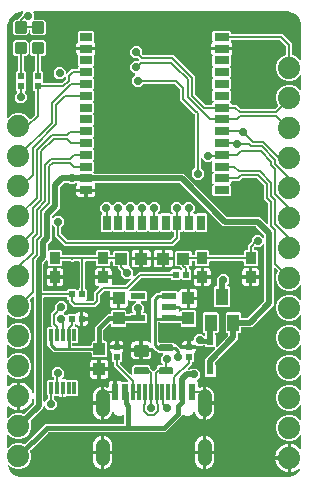
<source format=gbr>
G04 EAGLE Gerber RS-274X export*
G75*
%MOMM*%
%FSLAX34Y34*%
%LPD*%
%INTop Copper*%
%IPPOS*%
%AMOC8*
5,1,8,0,0,1.08239X$1,22.5*%
G01*
%ADD10R,1.200000X0.550000*%
%ADD11R,0.900000X1.000000*%
%ADD12C,0.300000*%
%ADD13R,0.600000X0.540000*%
%ADD14R,1.000000X1.100000*%
%ADD15R,0.600000X1.450000*%
%ADD16R,0.300000X1.450000*%
%ADD17C,1.158000*%
%ADD18R,1.000000X1.400000*%
%ADD19R,0.600000X0.800000*%
%ADD20R,0.540000X0.600000*%
%ADD21C,0.247500*%
%ADD22C,0.147500*%
%ADD23R,0.300000X1.000000*%
%ADD24C,1.879600*%
%ADD25R,1.100000X1.000000*%
%ADD26R,1.100000X0.635000*%
%ADD27R,0.635000X1.270000*%
%ADD28R,1.270000X0.635000*%
%ADD29C,0.406400*%
%ADD30C,0.200000*%
%ADD31C,0.706400*%
%ADD32C,0.508000*%
%ADD33C,0.254000*%

G36*
X239901Y4427D02*
X239901Y4427D01*
X239961Y4427D01*
X242147Y4671D01*
X242182Y4681D01*
X242219Y4683D01*
X242360Y4727D01*
X246389Y6457D01*
X246450Y6496D01*
X246517Y6527D01*
X246573Y6575D01*
X246594Y6588D01*
X246605Y6601D01*
X246630Y6622D01*
X249690Y9762D01*
X249732Y9822D01*
X249781Y9876D01*
X249815Y9942D01*
X249830Y9962D01*
X249834Y9978D01*
X249849Y10007D01*
X250226Y10950D01*
X250233Y10984D01*
X250248Y11015D01*
X250259Y11103D01*
X250278Y11189D01*
X250274Y11223D01*
X250279Y11257D01*
X250261Y11344D01*
X250251Y11431D01*
X250237Y11462D01*
X250230Y11496D01*
X250185Y11572D01*
X250148Y11652D01*
X250124Y11677D01*
X250106Y11707D01*
X250040Y11765D01*
X249979Y11828D01*
X249948Y11844D01*
X249922Y11867D01*
X249840Y11900D01*
X249762Y11941D01*
X249728Y11946D01*
X249696Y11959D01*
X249608Y11964D01*
X249521Y11977D01*
X249487Y11971D01*
X249452Y11973D01*
X249367Y11950D01*
X249281Y11935D01*
X249250Y11918D01*
X249217Y11909D01*
X249090Y11834D01*
X247637Y10779D01*
X245963Y9926D01*
X244176Y9345D01*
X242879Y9140D01*
X242879Y20240D01*
X242875Y20264D01*
X242878Y20288D01*
X242855Y20384D01*
X242839Y20481D01*
X242828Y20502D01*
X242822Y20526D01*
X242771Y20609D01*
X242724Y20696D01*
X242707Y20713D01*
X242694Y20733D01*
X242618Y20796D01*
X242546Y20863D01*
X242524Y20873D01*
X242505Y20888D01*
X242414Y20923D01*
X242324Y20963D01*
X242300Y20966D01*
X242277Y20975D01*
X242130Y20989D01*
X241379Y20989D01*
X241379Y20991D01*
X242130Y20991D01*
X242154Y20995D01*
X242178Y20992D01*
X242274Y21015D01*
X242371Y21031D01*
X242392Y21042D01*
X242416Y21048D01*
X242500Y21099D01*
X242586Y21146D01*
X242603Y21163D01*
X242623Y21176D01*
X242686Y21252D01*
X242753Y21324D01*
X242763Y21346D01*
X242778Y21365D01*
X242813Y21457D01*
X242854Y21546D01*
X242856Y21570D01*
X242865Y21593D01*
X242879Y21740D01*
X242879Y32840D01*
X244176Y32635D01*
X245963Y32054D01*
X247637Y31201D01*
X249158Y30096D01*
X250437Y28817D01*
X250497Y28774D01*
X250550Y28724D01*
X250595Y28703D01*
X250635Y28675D01*
X250706Y28653D01*
X250773Y28623D01*
X250822Y28618D01*
X250869Y28604D01*
X250942Y28606D01*
X251015Y28599D01*
X251064Y28610D01*
X251113Y28612D01*
X251181Y28638D01*
X251253Y28654D01*
X251295Y28680D01*
X251341Y28698D01*
X251398Y28744D01*
X251460Y28783D01*
X251492Y28821D01*
X251530Y28852D01*
X251569Y28915D01*
X251615Y28971D01*
X251633Y29017D01*
X251659Y29059D01*
X251676Y29131D01*
X251702Y29200D01*
X251709Y29273D01*
X251714Y29297D01*
X251713Y29314D01*
X251716Y29347D01*
X251716Y39470D01*
X251704Y39543D01*
X251702Y39616D01*
X251684Y39662D01*
X251676Y39711D01*
X251642Y39776D01*
X251616Y39845D01*
X251585Y39883D01*
X251561Y39926D01*
X251508Y39976D01*
X251461Y40033D01*
X251419Y40059D01*
X251383Y40093D01*
X251316Y40123D01*
X251254Y40162D01*
X251206Y40173D01*
X251161Y40194D01*
X251088Y40201D01*
X251017Y40218D01*
X250968Y40213D01*
X250918Y40218D01*
X250847Y40201D01*
X250774Y40194D01*
X250729Y40174D01*
X250681Y40163D01*
X250618Y40124D01*
X250551Y40094D01*
X250494Y40047D01*
X250473Y40034D01*
X250463Y40021D01*
X250437Y40000D01*
X247567Y37130D01*
X243553Y35467D01*
X239207Y35467D01*
X235193Y37130D01*
X232120Y40203D01*
X230457Y44217D01*
X230457Y48563D01*
X232120Y52577D01*
X235193Y55650D01*
X239207Y57313D01*
X243553Y57313D01*
X247567Y55650D01*
X250437Y52780D01*
X250497Y52737D01*
X250550Y52687D01*
X250595Y52667D01*
X250635Y52638D01*
X250706Y52617D01*
X250773Y52586D01*
X250822Y52581D01*
X250869Y52567D01*
X250942Y52569D01*
X251015Y52562D01*
X251064Y52573D01*
X251113Y52575D01*
X251181Y52601D01*
X251253Y52617D01*
X251295Y52643D01*
X251341Y52661D01*
X251398Y52707D01*
X251460Y52746D01*
X251492Y52784D01*
X251530Y52815D01*
X251569Y52878D01*
X251615Y52935D01*
X251633Y52981D01*
X251659Y53023D01*
X251676Y53094D01*
X251702Y53163D01*
X251709Y53236D01*
X251714Y53260D01*
X251713Y53277D01*
X251716Y53310D01*
X251716Y64870D01*
X251704Y64943D01*
X251702Y65016D01*
X251684Y65062D01*
X251676Y65111D01*
X251642Y65176D01*
X251616Y65245D01*
X251585Y65283D01*
X251561Y65326D01*
X251508Y65376D01*
X251461Y65433D01*
X251419Y65459D01*
X251383Y65493D01*
X251316Y65523D01*
X251254Y65562D01*
X251206Y65573D01*
X251161Y65594D01*
X251088Y65601D01*
X251017Y65618D01*
X250968Y65613D01*
X250918Y65618D01*
X250847Y65601D01*
X250774Y65594D01*
X250729Y65574D01*
X250681Y65563D01*
X250618Y65524D01*
X250551Y65494D01*
X250494Y65447D01*
X250473Y65434D01*
X250463Y65421D01*
X250437Y65400D01*
X247567Y62530D01*
X243553Y60867D01*
X239207Y60867D01*
X235193Y62530D01*
X232120Y65603D01*
X230457Y69617D01*
X230457Y73963D01*
X232120Y77977D01*
X235193Y81050D01*
X239207Y82713D01*
X243553Y82713D01*
X247567Y81050D01*
X250437Y78180D01*
X250497Y78137D01*
X250550Y78087D01*
X250595Y78067D01*
X250635Y78038D01*
X250706Y78017D01*
X250773Y77986D01*
X250822Y77981D01*
X250869Y77967D01*
X250942Y77969D01*
X251015Y77962D01*
X251064Y77973D01*
X251113Y77975D01*
X251181Y78001D01*
X251253Y78017D01*
X251295Y78043D01*
X251341Y78061D01*
X251398Y78107D01*
X251460Y78146D01*
X251492Y78184D01*
X251530Y78215D01*
X251569Y78278D01*
X251615Y78335D01*
X251633Y78381D01*
X251659Y78423D01*
X251676Y78494D01*
X251702Y78563D01*
X251709Y78636D01*
X251714Y78660D01*
X251713Y78677D01*
X251716Y78710D01*
X251716Y90270D01*
X251704Y90343D01*
X251702Y90416D01*
X251684Y90462D01*
X251676Y90511D01*
X251642Y90576D01*
X251616Y90645D01*
X251585Y90683D01*
X251561Y90726D01*
X251508Y90776D01*
X251461Y90833D01*
X251419Y90859D01*
X251383Y90893D01*
X251316Y90923D01*
X251254Y90962D01*
X251206Y90973D01*
X251161Y90994D01*
X251088Y91001D01*
X251017Y91018D01*
X250968Y91013D01*
X250918Y91018D01*
X250847Y91001D01*
X250774Y90994D01*
X250729Y90974D01*
X250681Y90963D01*
X250618Y90924D01*
X250551Y90894D01*
X250494Y90847D01*
X250473Y90834D01*
X250463Y90821D01*
X250437Y90800D01*
X247567Y87930D01*
X243553Y86267D01*
X239207Y86267D01*
X235193Y87930D01*
X232120Y91003D01*
X230457Y95017D01*
X230457Y99363D01*
X232120Y103377D01*
X235193Y106450D01*
X239207Y108113D01*
X243553Y108113D01*
X247567Y106450D01*
X250437Y103580D01*
X250497Y103537D01*
X250550Y103487D01*
X250595Y103467D01*
X250635Y103438D01*
X250706Y103417D01*
X250773Y103386D01*
X250822Y103381D01*
X250869Y103367D01*
X250942Y103369D01*
X251015Y103362D01*
X251064Y103373D01*
X251113Y103375D01*
X251181Y103401D01*
X251253Y103417D01*
X251295Y103443D01*
X251341Y103461D01*
X251398Y103507D01*
X251460Y103546D01*
X251492Y103584D01*
X251530Y103615D01*
X251569Y103678D01*
X251615Y103735D01*
X251633Y103781D01*
X251659Y103823D01*
X251676Y103894D01*
X251702Y103963D01*
X251709Y104036D01*
X251714Y104060D01*
X251713Y104077D01*
X251716Y104110D01*
X251716Y115670D01*
X251704Y115743D01*
X251702Y115816D01*
X251684Y115862D01*
X251676Y115911D01*
X251642Y115976D01*
X251616Y116045D01*
X251585Y116083D01*
X251561Y116126D01*
X251508Y116176D01*
X251461Y116233D01*
X251419Y116259D01*
X251383Y116293D01*
X251316Y116323D01*
X251254Y116362D01*
X251206Y116373D01*
X251161Y116394D01*
X251088Y116401D01*
X251017Y116418D01*
X250968Y116413D01*
X250918Y116418D01*
X250847Y116401D01*
X250774Y116394D01*
X250729Y116374D01*
X250681Y116363D01*
X250618Y116324D01*
X250551Y116294D01*
X250494Y116247D01*
X250473Y116234D01*
X250463Y116221D01*
X250437Y116200D01*
X247567Y113330D01*
X243553Y111667D01*
X239207Y111667D01*
X235193Y113330D01*
X232120Y116403D01*
X230457Y120417D01*
X230457Y124763D01*
X232120Y128777D01*
X235193Y131850D01*
X239207Y133513D01*
X243553Y133513D01*
X247567Y131850D01*
X250437Y128980D01*
X250497Y128937D01*
X250550Y128887D01*
X250595Y128867D01*
X250635Y128838D01*
X250706Y128817D01*
X250773Y128786D01*
X250822Y128781D01*
X250869Y128767D01*
X250942Y128769D01*
X251015Y128762D01*
X251064Y128773D01*
X251113Y128775D01*
X251181Y128801D01*
X251253Y128817D01*
X251295Y128843D01*
X251341Y128861D01*
X251398Y128907D01*
X251460Y128946D01*
X251492Y128984D01*
X251530Y129015D01*
X251569Y129078D01*
X251615Y129135D01*
X251633Y129181D01*
X251659Y129223D01*
X251676Y129294D01*
X251702Y129363D01*
X251709Y129436D01*
X251714Y129460D01*
X251713Y129477D01*
X251716Y129510D01*
X251716Y141070D01*
X251704Y141143D01*
X251702Y141216D01*
X251684Y141262D01*
X251676Y141311D01*
X251642Y141376D01*
X251616Y141445D01*
X251585Y141483D01*
X251561Y141526D01*
X251508Y141576D01*
X251461Y141633D01*
X251419Y141659D01*
X251383Y141693D01*
X251316Y141723D01*
X251254Y141762D01*
X251206Y141773D01*
X251161Y141794D01*
X251088Y141801D01*
X251017Y141818D01*
X250968Y141813D01*
X250918Y141818D01*
X250847Y141801D01*
X250774Y141794D01*
X250729Y141774D01*
X250681Y141763D01*
X250618Y141724D01*
X250551Y141694D01*
X250494Y141647D01*
X250473Y141634D01*
X250463Y141621D01*
X250437Y141600D01*
X247567Y138730D01*
X243553Y137067D01*
X239207Y137067D01*
X235193Y138730D01*
X232120Y141803D01*
X230457Y145817D01*
X230457Y150163D01*
X232120Y154177D01*
X235193Y157250D01*
X239207Y158913D01*
X243553Y158913D01*
X247567Y157250D01*
X250437Y154380D01*
X250497Y154337D01*
X250550Y154287D01*
X250595Y154267D01*
X250635Y154238D01*
X250706Y154217D01*
X250773Y154186D01*
X250822Y154181D01*
X250869Y154167D01*
X250942Y154169D01*
X251015Y154162D01*
X251064Y154173D01*
X251113Y154175D01*
X251181Y154201D01*
X251253Y154217D01*
X251295Y154243D01*
X251341Y154261D01*
X251398Y154307D01*
X251460Y154346D01*
X251492Y154384D01*
X251530Y154415D01*
X251569Y154478D01*
X251615Y154535D01*
X251633Y154581D01*
X251659Y154623D01*
X251676Y154694D01*
X251702Y154763D01*
X251709Y154836D01*
X251714Y154860D01*
X251713Y154877D01*
X251716Y154910D01*
X251716Y166470D01*
X251704Y166543D01*
X251702Y166616D01*
X251684Y166662D01*
X251676Y166711D01*
X251642Y166776D01*
X251616Y166845D01*
X251585Y166883D01*
X251561Y166926D01*
X251508Y166976D01*
X251461Y167033D01*
X251419Y167059D01*
X251383Y167093D01*
X251316Y167123D01*
X251254Y167162D01*
X251206Y167173D01*
X251161Y167194D01*
X251088Y167201D01*
X251017Y167218D01*
X250968Y167213D01*
X250918Y167218D01*
X250847Y167201D01*
X250774Y167194D01*
X250729Y167174D01*
X250681Y167163D01*
X250618Y167124D01*
X250551Y167094D01*
X250494Y167047D01*
X250473Y167034D01*
X250463Y167021D01*
X250437Y167000D01*
X247567Y164130D01*
X243553Y162467D01*
X239207Y162467D01*
X235193Y164130D01*
X232120Y167203D01*
X230457Y171217D01*
X230457Y175563D01*
X231783Y178763D01*
X231792Y178801D01*
X231793Y178804D01*
X231793Y178808D01*
X231810Y178878D01*
X231838Y179000D01*
X231828Y179103D01*
X231814Y179243D01*
X231770Y179340D01*
X231714Y179465D01*
X231713Y179466D01*
X231620Y179579D01*
X229738Y181462D01*
X229678Y181504D01*
X229624Y181555D01*
X229580Y181575D01*
X229539Y181604D01*
X229469Y181625D01*
X229402Y181656D01*
X229353Y181660D01*
X229306Y181675D01*
X229233Y181672D01*
X229159Y181680D01*
X229111Y181668D01*
X229062Y181667D01*
X228993Y181641D01*
X228922Y181624D01*
X228880Y181598D01*
X228834Y181581D01*
X228777Y181534D01*
X228714Y181496D01*
X228683Y181458D01*
X228645Y181426D01*
X228606Y181364D01*
X228559Y181307D01*
X228542Y181261D01*
X228516Y181219D01*
X228499Y181148D01*
X228473Y181079D01*
X228466Y181006D01*
X228460Y180982D01*
X228462Y180965D01*
X228459Y180932D01*
X228459Y150320D01*
X209574Y131435D01*
X201234Y131435D01*
X201210Y131431D01*
X201185Y131434D01*
X201090Y131412D01*
X200993Y131396D01*
X200972Y131384D01*
X200948Y131378D01*
X200864Y131327D01*
X200778Y131281D01*
X200761Y131263D01*
X200740Y131250D01*
X200678Y131174D01*
X200611Y131103D01*
X200601Y131080D01*
X200585Y131061D01*
X200551Y130970D01*
X200510Y130880D01*
X200508Y130856D01*
X200499Y130833D01*
X200485Y130686D01*
X200485Y127868D01*
X199592Y126975D01*
X198774Y126975D01*
X198750Y126971D01*
X198725Y126974D01*
X198630Y126952D01*
X198533Y126936D01*
X198512Y126924D01*
X198488Y126918D01*
X198404Y126867D01*
X198318Y126821D01*
X198301Y126803D01*
X198280Y126790D01*
X198218Y126714D01*
X198151Y126643D01*
X198141Y126620D01*
X198125Y126601D01*
X198091Y126510D01*
X198050Y126420D01*
X198048Y126396D01*
X198039Y126373D01*
X198025Y126226D01*
X198025Y121156D01*
X178744Y101876D01*
X178687Y101796D01*
X178625Y101721D01*
X178617Y101698D01*
X178602Y101677D01*
X178574Y101584D01*
X178539Y101493D01*
X178536Y101460D01*
X178531Y101444D01*
X178532Y101419D01*
X178525Y101346D01*
X178525Y100402D01*
X178541Y100306D01*
X178550Y100209D01*
X178560Y100186D01*
X178564Y100161D01*
X178610Y100075D01*
X178651Y99986D01*
X178672Y99961D01*
X178679Y99946D01*
X178698Y99929D01*
X178744Y99872D01*
X178985Y99632D01*
X178985Y90368D01*
X178092Y89475D01*
X170828Y89475D01*
X169935Y90368D01*
X169935Y99632D01*
X170176Y99872D01*
X170233Y99952D01*
X170295Y100027D01*
X170303Y100050D01*
X170318Y100070D01*
X170346Y100164D01*
X170381Y100255D01*
X170384Y100288D01*
X170389Y100304D01*
X170388Y100329D01*
X170395Y100402D01*
X170395Y105024D01*
X178568Y113196D01*
X178611Y113256D01*
X178661Y113310D01*
X178681Y113354D01*
X178710Y113395D01*
X178731Y113465D01*
X178762Y113532D01*
X178767Y113581D01*
X178781Y113628D01*
X178778Y113701D01*
X178786Y113775D01*
X178775Y113823D01*
X178773Y113872D01*
X178747Y113941D01*
X178730Y114012D01*
X178704Y114054D01*
X178687Y114100D01*
X178641Y114157D01*
X178602Y114220D01*
X178564Y114251D01*
X178532Y114289D01*
X178470Y114328D01*
X178413Y114375D01*
X178367Y114392D01*
X178325Y114418D01*
X178254Y114435D01*
X178185Y114461D01*
X178112Y114468D01*
X178088Y114474D01*
X178071Y114472D01*
X178038Y114475D01*
X170828Y114475D01*
X169935Y115368D01*
X169935Y115694D01*
X169931Y115718D01*
X169934Y115743D01*
X169912Y115838D01*
X169896Y115935D01*
X169884Y115956D01*
X169878Y115980D01*
X169827Y116064D01*
X169781Y116150D01*
X169763Y116167D01*
X169750Y116188D01*
X169674Y116250D01*
X169603Y116317D01*
X169580Y116327D01*
X169561Y116343D01*
X169470Y116377D01*
X169380Y116418D01*
X169356Y116420D01*
X169333Y116429D01*
X169186Y116443D01*
X168865Y116443D01*
X168769Y116427D01*
X168672Y116418D01*
X168649Y116408D01*
X168624Y116404D01*
X168538Y116358D01*
X168449Y116317D01*
X168424Y116296D01*
X168409Y116289D01*
X168392Y116270D01*
X168335Y116224D01*
X167555Y115443D01*
X163365Y115443D01*
X162859Y115950D01*
X162780Y116007D01*
X162704Y116069D01*
X162681Y116077D01*
X162661Y116092D01*
X162567Y116120D01*
X162476Y116155D01*
X162443Y116158D01*
X162427Y116163D01*
X162402Y116162D01*
X162329Y116169D01*
X157809Y116169D01*
X157809Y120061D01*
X159654Y120061D01*
X159678Y120065D01*
X159703Y120062D01*
X159798Y120084D01*
X159895Y120100D01*
X159916Y120112D01*
X159940Y120118D01*
X160024Y120169D01*
X160110Y120215D01*
X160127Y120233D01*
X160148Y120246D01*
X160210Y120322D01*
X160277Y120393D01*
X160287Y120416D01*
X160303Y120435D01*
X160337Y120526D01*
X160378Y120616D01*
X160380Y120640D01*
X160389Y120663D01*
X160403Y120810D01*
X160403Y122595D01*
X163365Y125557D01*
X167555Y125557D01*
X168678Y124434D01*
X168698Y124419D01*
X168713Y124400D01*
X168796Y124349D01*
X168876Y124291D01*
X168899Y124284D01*
X168920Y124271D01*
X169016Y124249D01*
X169109Y124221D01*
X169134Y124221D01*
X169158Y124216D01*
X169255Y124225D01*
X169353Y124228D01*
X169376Y124237D01*
X169401Y124239D01*
X169490Y124280D01*
X169582Y124314D01*
X169601Y124330D01*
X169623Y124340D01*
X169737Y124434D01*
X170176Y124872D01*
X170233Y124952D01*
X170295Y125027D01*
X170303Y125050D01*
X170318Y125070D01*
X170346Y125164D01*
X170381Y125255D01*
X170384Y125288D01*
X170389Y125304D01*
X170388Y125329D01*
X170395Y125402D01*
X170395Y126226D01*
X170391Y126250D01*
X170394Y126275D01*
X170372Y126370D01*
X170356Y126467D01*
X170344Y126488D01*
X170338Y126512D01*
X170287Y126596D01*
X170241Y126682D01*
X170223Y126699D01*
X170210Y126720D01*
X170134Y126782D01*
X170063Y126849D01*
X170040Y126859D01*
X170021Y126875D01*
X169930Y126909D01*
X169840Y126950D01*
X169816Y126952D01*
X169793Y126961D01*
X169646Y126975D01*
X169328Y126975D01*
X168435Y127868D01*
X168435Y143132D01*
X169328Y144025D01*
X180592Y144025D01*
X181485Y143132D01*
X181485Y127868D01*
X180592Y126975D01*
X179274Y126975D01*
X179250Y126971D01*
X179225Y126974D01*
X179130Y126952D01*
X179033Y126936D01*
X179012Y126924D01*
X178988Y126918D01*
X178904Y126867D01*
X178818Y126821D01*
X178801Y126803D01*
X178780Y126790D01*
X178718Y126714D01*
X178651Y126643D01*
X178641Y126620D01*
X178625Y126601D01*
X178591Y126510D01*
X178550Y126420D01*
X178548Y126396D01*
X178539Y126373D01*
X178525Y126226D01*
X178525Y125402D01*
X178541Y125306D01*
X178550Y125209D01*
X178560Y125186D01*
X178564Y125161D01*
X178610Y125075D01*
X178651Y124986D01*
X178672Y124961D01*
X178679Y124946D01*
X178698Y124929D01*
X178744Y124872D01*
X178985Y124632D01*
X178985Y115422D01*
X178997Y115349D01*
X178999Y115276D01*
X179016Y115230D01*
X179024Y115181D01*
X179059Y115116D01*
X179085Y115048D01*
X179116Y115009D01*
X179139Y114966D01*
X179193Y114916D01*
X179240Y114859D01*
X179281Y114833D01*
X179317Y114799D01*
X179384Y114769D01*
X179447Y114730D01*
X179495Y114719D01*
X179540Y114698D01*
X179613Y114691D01*
X179684Y114674D01*
X179733Y114679D01*
X179783Y114674D01*
X179854Y114691D01*
X179927Y114698D01*
X179972Y114718D01*
X180020Y114730D01*
X180083Y114768D01*
X180150Y114799D01*
X180206Y114845D01*
X180228Y114858D01*
X180238Y114871D01*
X180264Y114892D01*
X189676Y124304D01*
X189733Y124384D01*
X189795Y124459D01*
X189803Y124482D01*
X189818Y124503D01*
X189846Y124596D01*
X189881Y124687D01*
X189884Y124720D01*
X189889Y124736D01*
X189888Y124761D01*
X189895Y124834D01*
X189895Y126226D01*
X189891Y126250D01*
X189894Y126275D01*
X189872Y126370D01*
X189856Y126467D01*
X189844Y126488D01*
X189838Y126512D01*
X189787Y126596D01*
X189741Y126682D01*
X189723Y126699D01*
X189710Y126720D01*
X189634Y126782D01*
X189563Y126849D01*
X189540Y126859D01*
X189521Y126875D01*
X189430Y126909D01*
X189340Y126950D01*
X189316Y126952D01*
X189293Y126961D01*
X189146Y126975D01*
X188328Y126975D01*
X187435Y127868D01*
X187435Y143132D01*
X188328Y144025D01*
X199592Y144025D01*
X200485Y143132D01*
X200485Y140314D01*
X200489Y140290D01*
X200486Y140265D01*
X200508Y140170D01*
X200524Y140073D01*
X200536Y140052D01*
X200542Y140028D01*
X200593Y139944D01*
X200639Y139858D01*
X200657Y139841D01*
X200670Y139820D01*
X200746Y139758D01*
X200817Y139691D01*
X200840Y139681D01*
X200859Y139665D01*
X200950Y139631D01*
X201040Y139590D01*
X201064Y139588D01*
X201087Y139579D01*
X201234Y139565D01*
X205896Y139565D01*
X205992Y139581D01*
X206089Y139590D01*
X206112Y139600D01*
X206137Y139604D01*
X206223Y139650D01*
X206312Y139691D01*
X206337Y139712D01*
X206352Y139719D01*
X206369Y139738D01*
X206426Y139784D01*
X220110Y153468D01*
X220167Y153548D01*
X220229Y153623D01*
X220237Y153646D01*
X220252Y153667D01*
X220280Y153760D01*
X220315Y153851D01*
X220318Y153884D01*
X220323Y153900D01*
X220322Y153925D01*
X220329Y153998D01*
X220329Y201209D01*
X220317Y201282D01*
X220315Y201355D01*
X220298Y201401D01*
X220290Y201450D01*
X220255Y201515D01*
X220229Y201583D01*
X220198Y201622D01*
X220175Y201665D01*
X220121Y201715D01*
X220074Y201772D01*
X220032Y201798D01*
X219997Y201832D01*
X219930Y201862D01*
X219867Y201901D01*
X219819Y201912D01*
X219774Y201933D01*
X219701Y201940D01*
X219630Y201957D01*
X219581Y201952D01*
X219531Y201957D01*
X219460Y201940D01*
X219387Y201933D01*
X219342Y201913D01*
X219294Y201902D01*
X219231Y201863D01*
X219164Y201833D01*
X219108Y201786D01*
X219086Y201773D01*
X219076Y201760D01*
X219050Y201739D01*
X216725Y199413D01*
X212349Y199413D01*
X212303Y199427D01*
X212278Y199426D01*
X212254Y199432D01*
X212157Y199423D01*
X212059Y199420D01*
X212036Y199411D01*
X212011Y199408D01*
X211922Y199368D01*
X211831Y199334D01*
X211812Y199318D01*
X211789Y199308D01*
X211675Y199214D01*
X211464Y199004D01*
X211421Y198943D01*
X211376Y198895D01*
X211367Y198875D01*
X211345Y198849D01*
X211337Y198826D01*
X211322Y198805D01*
X211296Y198718D01*
X211275Y198673D01*
X211274Y198659D01*
X211259Y198621D01*
X211256Y198588D01*
X211251Y198572D01*
X211252Y198547D01*
X211245Y198474D01*
X211245Y197254D01*
X211249Y197230D01*
X211246Y197205D01*
X211268Y197110D01*
X211284Y197013D01*
X211296Y196992D01*
X211302Y196968D01*
X211353Y196884D01*
X211399Y196798D01*
X211417Y196781D01*
X211430Y196760D01*
X211506Y196698D01*
X211577Y196631D01*
X211600Y196621D01*
X211619Y196605D01*
X211710Y196571D01*
X211800Y196530D01*
X211824Y196528D01*
X211847Y196519D01*
X211994Y196505D01*
X213852Y196505D01*
X214745Y195612D01*
X214745Y184348D01*
X213852Y183455D01*
X203588Y183455D01*
X202695Y184348D01*
X202695Y186706D01*
X202691Y186730D01*
X202694Y186755D01*
X202672Y186850D01*
X202656Y186947D01*
X202644Y186968D01*
X202638Y186992D01*
X202587Y187076D01*
X202541Y187162D01*
X202523Y187179D01*
X202510Y187200D01*
X202434Y187262D01*
X202363Y187329D01*
X202340Y187339D01*
X202321Y187355D01*
X202230Y187389D01*
X202140Y187430D01*
X202116Y187432D01*
X202093Y187441D01*
X201946Y187455D01*
X174494Y187455D01*
X174470Y187451D01*
X174445Y187454D01*
X174350Y187432D01*
X174253Y187416D01*
X174232Y187404D01*
X174208Y187398D01*
X174124Y187347D01*
X174038Y187301D01*
X174021Y187283D01*
X174000Y187270D01*
X173938Y187194D01*
X173871Y187123D01*
X173861Y187100D01*
X173845Y187081D01*
X173811Y186990D01*
X173770Y186900D01*
X173768Y186876D01*
X173759Y186853D01*
X173745Y186706D01*
X173745Y184348D01*
X172852Y183455D01*
X162588Y183455D01*
X161695Y184348D01*
X161695Y186706D01*
X161691Y186730D01*
X161694Y186755D01*
X161672Y186850D01*
X161656Y186947D01*
X161644Y186968D01*
X161638Y186992D01*
X161587Y187076D01*
X161541Y187162D01*
X161523Y187179D01*
X161510Y187200D01*
X161434Y187262D01*
X161363Y187329D01*
X161340Y187339D01*
X161321Y187355D01*
X161230Y187389D01*
X161140Y187430D01*
X161116Y187432D01*
X161093Y187441D01*
X160946Y187455D01*
X159534Y187455D01*
X159510Y187451D01*
X159485Y187454D01*
X159390Y187432D01*
X159293Y187416D01*
X159272Y187404D01*
X159248Y187398D01*
X159164Y187347D01*
X159078Y187301D01*
X159061Y187283D01*
X159040Y187270D01*
X158978Y187194D01*
X158911Y187123D01*
X158901Y187100D01*
X158885Y187081D01*
X158851Y186990D01*
X158810Y186900D01*
X158808Y186876D01*
X158799Y186853D01*
X158785Y186706D01*
X158785Y184078D01*
X157892Y183185D01*
X156944Y183185D01*
X156920Y183181D01*
X156895Y183184D01*
X156800Y183162D01*
X156703Y183146D01*
X156682Y183134D01*
X156658Y183128D01*
X156574Y183077D01*
X156488Y183031D01*
X156471Y183013D01*
X156450Y183000D01*
X156388Y182924D01*
X156321Y182853D01*
X156311Y182830D01*
X156295Y182811D01*
X156261Y182720D01*
X156220Y182630D01*
X156218Y182606D01*
X156209Y182583D01*
X156195Y182436D01*
X156195Y181344D01*
X156199Y181320D01*
X156196Y181295D01*
X156218Y181200D01*
X156234Y181103D01*
X156246Y181082D01*
X156252Y181058D01*
X156303Y180974D01*
X156349Y180888D01*
X156367Y180871D01*
X156380Y180850D01*
X156456Y180788D01*
X156527Y180721D01*
X156550Y180711D01*
X156569Y180695D01*
X156660Y180661D01*
X156750Y180620D01*
X156774Y180618D01*
X156797Y180609D01*
X156944Y180595D01*
X157262Y180595D01*
X158155Y179702D01*
X158155Y172438D01*
X157262Y171545D01*
X150598Y171545D01*
X150140Y172004D01*
X150120Y172018D01*
X150104Y172037D01*
X150021Y172089D01*
X149941Y172146D01*
X149918Y172153D01*
X149897Y172166D01*
X149802Y172188D01*
X149708Y172217D01*
X149683Y172216D01*
X149660Y172222D01*
X149562Y172212D01*
X149464Y172209D01*
X149441Y172200D01*
X149417Y172198D01*
X149327Y172158D01*
X149236Y172123D01*
X149217Y172108D01*
X149194Y172098D01*
X149080Y172004D01*
X148622Y171545D01*
X141958Y171545D01*
X141065Y172438D01*
X141065Y172796D01*
X141061Y172820D01*
X141064Y172845D01*
X141042Y172940D01*
X141026Y173037D01*
X141014Y173058D01*
X141008Y173082D01*
X140957Y173166D01*
X140911Y173252D01*
X140893Y173269D01*
X140880Y173290D01*
X140804Y173352D01*
X140733Y173419D01*
X140710Y173429D01*
X140691Y173445D01*
X140600Y173479D01*
X140510Y173520D01*
X140486Y173522D01*
X140463Y173531D01*
X140316Y173545D01*
X116466Y173545D01*
X116370Y173529D01*
X116273Y173520D01*
X116250Y173510D01*
X116225Y173506D01*
X116139Y173460D01*
X116051Y173419D01*
X116025Y173398D01*
X116010Y173391D01*
X115993Y173372D01*
X115936Y173326D01*
X106884Y164274D01*
X106164Y163554D01*
X106122Y163494D01*
X106071Y163440D01*
X106051Y163396D01*
X106022Y163355D01*
X106001Y163285D01*
X105970Y163218D01*
X105966Y163169D01*
X105951Y163122D01*
X105954Y163049D01*
X105946Y162975D01*
X105958Y162927D01*
X105959Y162878D01*
X105985Y162809D01*
X106002Y162738D01*
X106028Y162696D01*
X106045Y162650D01*
X106092Y162593D01*
X106130Y162530D01*
X106168Y162499D01*
X106200Y162461D01*
X106262Y162422D01*
X106319Y162375D01*
X106365Y162358D01*
X106407Y162332D01*
X106478Y162315D01*
X106547Y162289D01*
X106620Y162282D01*
X106644Y162276D01*
X106661Y162278D01*
X106694Y162275D01*
X120091Y162275D01*
X120984Y161382D01*
X120984Y154618D01*
X120091Y153725D01*
X116195Y153725D01*
X116122Y153713D01*
X116049Y153711D01*
X116003Y153694D01*
X115954Y153686D01*
X115889Y153651D01*
X115821Y153625D01*
X115782Y153594D01*
X115739Y153571D01*
X115689Y153517D01*
X115632Y153470D01*
X115606Y153429D01*
X115572Y153393D01*
X115542Y153326D01*
X115503Y153263D01*
X115492Y153215D01*
X115471Y153170D01*
X115464Y153097D01*
X115447Y153026D01*
X115452Y152977D01*
X115447Y152927D01*
X115464Y152856D01*
X115471Y152783D01*
X115491Y152738D01*
X115502Y152690D01*
X115541Y152627D01*
X115571Y152560D01*
X115618Y152504D01*
X115631Y152482D01*
X115644Y152472D01*
X115665Y152446D01*
X118517Y149595D01*
X118517Y145405D01*
X117665Y144554D01*
X117622Y144494D01*
X117572Y144440D01*
X117552Y144396D01*
X117523Y144355D01*
X117502Y144285D01*
X117471Y144218D01*
X117466Y144169D01*
X117452Y144122D01*
X117454Y144049D01*
X117447Y143975D01*
X117458Y143927D01*
X117460Y143878D01*
X117486Y143809D01*
X117502Y143738D01*
X117528Y143696D01*
X117546Y143650D01*
X117592Y143593D01*
X117631Y143530D01*
X117669Y143499D01*
X117700Y143461D01*
X117763Y143422D01*
X117820Y143375D01*
X117866Y143358D01*
X117908Y143332D01*
X117979Y143315D01*
X118048Y143289D01*
X118121Y143282D01*
X118145Y143276D01*
X118162Y143278D01*
X118195Y143275D01*
X120091Y143275D01*
X120984Y142382D01*
X120984Y135618D01*
X120091Y134725D01*
X106827Y134725D01*
X106329Y135224D01*
X106250Y135281D01*
X106174Y135343D01*
X106151Y135351D01*
X106131Y135366D01*
X106037Y135394D01*
X105946Y135429D01*
X105913Y135432D01*
X105897Y135437D01*
X105872Y135436D01*
X105799Y135443D01*
X104234Y135443D01*
X104210Y135439D01*
X104185Y135442D01*
X104090Y135420D01*
X103993Y135404D01*
X103972Y135392D01*
X103948Y135386D01*
X103864Y135335D01*
X103778Y135289D01*
X103761Y135271D01*
X103740Y135258D01*
X103678Y135182D01*
X103611Y135111D01*
X103601Y135088D01*
X103585Y135069D01*
X103551Y134978D01*
X103510Y134888D01*
X103508Y134864D01*
X103499Y134841D01*
X103485Y134694D01*
X103485Y132868D01*
X102592Y131975D01*
X91328Y131975D01*
X90435Y132868D01*
X90435Y133636D01*
X90423Y133709D01*
X90421Y133782D01*
X90404Y133828D01*
X90396Y133877D01*
X90361Y133942D01*
X90335Y134011D01*
X90304Y134049D01*
X90281Y134092D01*
X90227Y134143D01*
X90180Y134199D01*
X90139Y134225D01*
X90103Y134259D01*
X90036Y134290D01*
X89973Y134328D01*
X89925Y134340D01*
X89880Y134360D01*
X89807Y134367D01*
X89736Y134384D01*
X89687Y134379D01*
X89637Y134384D01*
X89566Y134367D01*
X89493Y134360D01*
X89448Y134340D01*
X89400Y134329D01*
X89337Y134290D01*
X89270Y134260D01*
X89214Y134213D01*
X89192Y134200D01*
X89182Y134187D01*
X89156Y134166D01*
X84236Y129246D01*
X84179Y129167D01*
X84117Y129092D01*
X84109Y129068D01*
X84094Y129048D01*
X84066Y128955D01*
X84031Y128863D01*
X84028Y128830D01*
X84023Y128814D01*
X84024Y128789D01*
X84017Y128716D01*
X84017Y120774D01*
X84021Y120750D01*
X84018Y120725D01*
X84040Y120630D01*
X84056Y120533D01*
X84068Y120512D01*
X84074Y120488D01*
X84125Y120404D01*
X84171Y120318D01*
X84189Y120301D01*
X84202Y120280D01*
X84278Y120218D01*
X84349Y120151D01*
X84372Y120141D01*
X84391Y120125D01*
X84482Y120091D01*
X84572Y120050D01*
X84596Y120048D01*
X84619Y120039D01*
X84766Y120025D01*
X86092Y120025D01*
X86985Y119132D01*
X86985Y106868D01*
X86092Y105975D01*
X74828Y105975D01*
X73935Y106868D01*
X73935Y109456D01*
X73931Y109480D01*
X73934Y109505D01*
X73912Y109600D01*
X73896Y109697D01*
X73884Y109718D01*
X73878Y109742D01*
X73827Y109826D01*
X73781Y109912D01*
X73763Y109929D01*
X73750Y109950D01*
X73674Y110012D01*
X73603Y110079D01*
X73580Y110089D01*
X73561Y110105D01*
X73470Y110139D01*
X73380Y110180D01*
X73356Y110182D01*
X73333Y110191D01*
X73186Y110205D01*
X41802Y110205D01*
X36665Y115342D01*
X36665Y118828D01*
X36649Y118924D01*
X36640Y119021D01*
X36630Y119044D01*
X36626Y119069D01*
X36580Y119155D01*
X36539Y119244D01*
X36518Y119269D01*
X36511Y119284D01*
X36492Y119301D01*
X36446Y119358D01*
X36435Y119368D01*
X36435Y130632D01*
X37328Y131525D01*
X39626Y131525D01*
X39698Y131537D01*
X39772Y131539D01*
X39818Y131556D01*
X39867Y131564D01*
X39931Y131599D01*
X40000Y131625D01*
X40038Y131656D01*
X40082Y131679D01*
X40132Y131733D01*
X40189Y131780D01*
X40215Y131822D01*
X40249Y131857D01*
X40279Y131924D01*
X40318Y131987D01*
X40329Y132035D01*
X40350Y132080D01*
X40357Y132153D01*
X40374Y132224D01*
X40369Y132273D01*
X40374Y132323D01*
X40357Y132394D01*
X40350Y132467D01*
X40330Y132512D01*
X40318Y132560D01*
X40280Y132623D01*
X40249Y132690D01*
X40203Y132746D01*
X40190Y132768D01*
X40177Y132778D01*
X40156Y132804D01*
X39385Y133574D01*
X39385Y143286D01*
X42984Y146884D01*
X43041Y146964D01*
X43103Y147039D01*
X43111Y147062D01*
X43126Y147083D01*
X43154Y147176D01*
X43189Y147267D01*
X43192Y147300D01*
X43197Y147316D01*
X43196Y147341D01*
X43203Y147414D01*
X43203Y150685D01*
X46165Y153647D01*
X50355Y153647D01*
X53317Y150685D01*
X53317Y146495D01*
X50861Y144040D01*
X50847Y144020D01*
X50828Y144004D01*
X50776Y143921D01*
X50719Y143841D01*
X50712Y143818D01*
X50699Y143797D01*
X50677Y143702D01*
X50648Y143608D01*
X50649Y143583D01*
X50643Y143560D01*
X50653Y143462D01*
X50656Y143364D01*
X50665Y143341D01*
X50667Y143317D01*
X50707Y143228D01*
X50742Y143136D01*
X50757Y143117D01*
X50767Y143094D01*
X50861Y142980D01*
X51783Y142059D01*
X51803Y142044D01*
X51818Y142025D01*
X51901Y141974D01*
X51981Y141916D01*
X52005Y141909D01*
X52025Y141896D01*
X52121Y141874D01*
X52215Y141846D01*
X52239Y141846D01*
X52263Y141841D01*
X52360Y141850D01*
X52458Y141853D01*
X52481Y141862D01*
X52506Y141864D01*
X52595Y141905D01*
X52687Y141939D01*
X52706Y141955D01*
X52728Y141965D01*
X52842Y142059D01*
X53808Y143025D01*
X60701Y143025D01*
X60798Y143041D01*
X60895Y143050D01*
X60917Y143060D01*
X60942Y143064D01*
X61028Y143110D01*
X61117Y143151D01*
X61142Y143172D01*
X61157Y143179D01*
X61165Y143188D01*
X61166Y143189D01*
X61177Y143200D01*
X61231Y143244D01*
X61520Y143533D01*
X62099Y143868D01*
X62746Y144041D01*
X64431Y144041D01*
X64431Y139100D01*
X64435Y139076D01*
X64432Y139052D01*
X64454Y138956D01*
X64470Y138859D01*
X64482Y138838D01*
X64488Y138814D01*
X64539Y138731D01*
X64585Y138644D01*
X64603Y138628D01*
X64616Y138607D01*
X64692Y138544D01*
X64738Y138502D01*
X64724Y138494D01*
X64707Y138476D01*
X64686Y138464D01*
X64624Y138388D01*
X64557Y138316D01*
X64547Y138294D01*
X64531Y138275D01*
X64497Y138183D01*
X64456Y138094D01*
X64454Y138070D01*
X64445Y138047D01*
X64431Y137900D01*
X64431Y132959D01*
X62746Y132959D01*
X62099Y133132D01*
X61520Y133467D01*
X61264Y133723D01*
X61204Y133766D01*
X61150Y133816D01*
X61106Y133836D01*
X61065Y133865D01*
X60995Y133887D01*
X60928Y133917D01*
X60879Y133922D01*
X60832Y133936D01*
X60759Y133934D01*
X60685Y133941D01*
X60637Y133930D01*
X60588Y133928D01*
X60519Y133902D01*
X60448Y133886D01*
X60406Y133860D01*
X60360Y133842D01*
X60303Y133796D01*
X60240Y133757D01*
X60209Y133719D01*
X60171Y133688D01*
X60132Y133625D01*
X60085Y133569D01*
X60068Y133523D01*
X60042Y133481D01*
X60025Y133409D01*
X59999Y133340D01*
X59992Y133267D01*
X59986Y133243D01*
X59988Y133226D01*
X59985Y133193D01*
X59985Y132274D01*
X59989Y132250D01*
X59986Y132225D01*
X60008Y132130D01*
X60024Y132033D01*
X60036Y132012D01*
X60042Y131988D01*
X60093Y131904D01*
X60139Y131818D01*
X60157Y131801D01*
X60170Y131780D01*
X60246Y131718D01*
X60317Y131651D01*
X60340Y131641D01*
X60359Y131625D01*
X60450Y131591D01*
X60540Y131550D01*
X60564Y131548D01*
X60587Y131539D01*
X60734Y131525D01*
X61592Y131525D01*
X62485Y130632D01*
X62485Y119368D01*
X61592Y118475D01*
X58004Y118475D01*
X57980Y118471D01*
X57955Y118474D01*
X57860Y118452D01*
X57763Y118436D01*
X57742Y118424D01*
X57718Y118418D01*
X57634Y118367D01*
X57548Y118321D01*
X57531Y118303D01*
X57510Y118290D01*
X57448Y118214D01*
X57381Y118143D01*
X57371Y118120D01*
X57355Y118101D01*
X57321Y118010D01*
X57280Y117920D01*
X57278Y117896D01*
X57269Y117873D01*
X57255Y117726D01*
X57255Y116544D01*
X57259Y116520D01*
X57256Y116495D01*
X57278Y116400D01*
X57294Y116303D01*
X57306Y116282D01*
X57312Y116258D01*
X57363Y116174D01*
X57409Y116088D01*
X57427Y116071D01*
X57440Y116050D01*
X57516Y115988D01*
X57587Y115921D01*
X57610Y115911D01*
X57629Y115895D01*
X57720Y115861D01*
X57810Y115820D01*
X57834Y115818D01*
X57857Y115809D01*
X58004Y115795D01*
X73186Y115795D01*
X73210Y115799D01*
X73235Y115796D01*
X73330Y115818D01*
X73427Y115834D01*
X73448Y115846D01*
X73472Y115852D01*
X73556Y115903D01*
X73642Y115949D01*
X73659Y115967D01*
X73680Y115980D01*
X73742Y116056D01*
X73809Y116127D01*
X73819Y116150D01*
X73835Y116169D01*
X73869Y116260D01*
X73910Y116350D01*
X73912Y116374D01*
X73921Y116397D01*
X73935Y116544D01*
X73935Y119132D01*
X74828Y120025D01*
X76154Y120025D01*
X76178Y120029D01*
X76203Y120026D01*
X76298Y120048D01*
X76395Y120064D01*
X76416Y120076D01*
X76440Y120082D01*
X76524Y120133D01*
X76610Y120179D01*
X76627Y120197D01*
X76648Y120210D01*
X76710Y120286D01*
X76777Y120357D01*
X76787Y120380D01*
X76803Y120399D01*
X76837Y120490D01*
X76878Y120580D01*
X76880Y120604D01*
X76889Y120627D01*
X76903Y120774D01*
X76903Y131973D01*
X87487Y142557D01*
X89686Y142557D01*
X89710Y142561D01*
X89735Y142558D01*
X89830Y142580D01*
X89927Y142596D01*
X89948Y142608D01*
X89972Y142614D01*
X90056Y142665D01*
X90142Y142711D01*
X90159Y142729D01*
X90180Y142742D01*
X90242Y142818D01*
X90309Y142889D01*
X90319Y142912D01*
X90335Y142931D01*
X90369Y143022D01*
X90410Y143112D01*
X90412Y143136D01*
X90421Y143159D01*
X90435Y143306D01*
X90435Y145132D01*
X91328Y146025D01*
X102592Y146025D01*
X103485Y145132D01*
X103485Y143306D01*
X103489Y143282D01*
X103486Y143257D01*
X103508Y143162D01*
X103524Y143065D01*
X103536Y143044D01*
X103542Y143020D01*
X103593Y142936D01*
X103639Y142850D01*
X103657Y142833D01*
X103670Y142812D01*
X103746Y142750D01*
X103817Y142683D01*
X103840Y142673D01*
X103859Y142657D01*
X103950Y142623D01*
X104040Y142582D01*
X104064Y142580D01*
X104087Y142571D01*
X104234Y142557D01*
X105799Y142557D01*
X105895Y142573D01*
X105992Y142582D01*
X106015Y142592D01*
X106040Y142596D01*
X106126Y142642D01*
X106215Y142683D01*
X106240Y142704D01*
X106255Y142711D01*
X106272Y142730D01*
X106329Y142776D01*
X106827Y143275D01*
X108725Y143275D01*
X108798Y143287D01*
X108871Y143289D01*
X108917Y143306D01*
X108966Y143314D01*
X109031Y143349D01*
X109099Y143375D01*
X109138Y143406D01*
X109181Y143429D01*
X109231Y143483D01*
X109288Y143530D01*
X109314Y143572D01*
X109348Y143607D01*
X109378Y143674D01*
X109417Y143737D01*
X109428Y143785D01*
X109449Y143830D01*
X109456Y143903D01*
X109473Y143974D01*
X109468Y144023D01*
X109473Y144073D01*
X109456Y144144D01*
X109449Y144217D01*
X109429Y144262D01*
X109418Y144310D01*
X109379Y144373D01*
X109349Y144440D01*
X109302Y144496D01*
X109289Y144518D01*
X109276Y144528D01*
X109255Y144554D01*
X108403Y145405D01*
X108403Y149595D01*
X111255Y152446D01*
X111298Y152506D01*
X111348Y152560D01*
X111368Y152604D01*
X111397Y152645D01*
X111418Y152715D01*
X111449Y152782D01*
X111454Y152831D01*
X111468Y152878D01*
X111466Y152951D01*
X111473Y153025D01*
X111462Y153073D01*
X111460Y153122D01*
X111434Y153191D01*
X111418Y153262D01*
X111392Y153304D01*
X111374Y153350D01*
X111328Y153407D01*
X111289Y153470D01*
X111251Y153501D01*
X111220Y153539D01*
X111157Y153578D01*
X111100Y153625D01*
X111054Y153642D01*
X111012Y153668D01*
X110941Y153685D01*
X110872Y153711D01*
X110799Y153718D01*
X110775Y153724D01*
X110758Y153722D01*
X110725Y153725D01*
X106827Y153725D01*
X105780Y154773D01*
X105720Y154816D01*
X105666Y154866D01*
X105622Y154886D01*
X105581Y154915D01*
X105511Y154936D01*
X105444Y154967D01*
X105395Y154972D01*
X105348Y154986D01*
X105275Y154984D01*
X105201Y154991D01*
X105153Y154980D01*
X105104Y154978D01*
X105035Y154952D01*
X104964Y154936D01*
X104922Y154910D01*
X104876Y154892D01*
X104819Y154846D01*
X104756Y154807D01*
X104725Y154769D01*
X104687Y154738D01*
X104648Y154675D01*
X104601Y154618D01*
X104584Y154572D01*
X104558Y154530D01*
X104541Y154459D01*
X104515Y154390D01*
X104508Y154317D01*
X104502Y154293D01*
X104504Y154276D01*
X104501Y154243D01*
X104501Y150166D01*
X104328Y149519D01*
X103993Y148940D01*
X103520Y148467D01*
X102941Y148132D01*
X102294Y147959D01*
X98459Y147959D01*
X98459Y155250D01*
X98455Y155274D01*
X98458Y155298D01*
X98435Y155394D01*
X98419Y155491D01*
X98408Y155512D01*
X98402Y155536D01*
X98351Y155619D01*
X98304Y155706D01*
X98287Y155723D01*
X98274Y155743D01*
X98198Y155806D01*
X98126Y155873D01*
X98104Y155883D01*
X98085Y155898D01*
X97994Y155933D01*
X97904Y155974D01*
X97880Y155976D01*
X97857Y155985D01*
X97710Y155999D01*
X96959Y155999D01*
X96959Y156750D01*
X96955Y156774D01*
X96958Y156798D01*
X96935Y156894D01*
X96919Y156991D01*
X96908Y157012D01*
X96902Y157036D01*
X96851Y157119D01*
X96804Y157206D01*
X96787Y157223D01*
X96774Y157243D01*
X96698Y157306D01*
X96626Y157373D01*
X96604Y157383D01*
X96585Y157398D01*
X96494Y157433D01*
X96404Y157474D01*
X96380Y157476D01*
X96357Y157485D01*
X96210Y157499D01*
X89419Y157499D01*
X89419Y161826D01*
X89415Y161850D01*
X89418Y161875D01*
X89396Y161970D01*
X89380Y162067D01*
X89368Y162088D01*
X89362Y162112D01*
X89311Y162196D01*
X89265Y162282D01*
X89247Y162299D01*
X89234Y162320D01*
X89158Y162382D01*
X89087Y162449D01*
X89064Y162459D01*
X89045Y162475D01*
X88954Y162509D01*
X88864Y162550D01*
X88840Y162552D01*
X88817Y162561D01*
X88670Y162575D01*
X85176Y162575D01*
X85080Y162559D01*
X84983Y162550D01*
X84960Y162540D01*
X84935Y162536D01*
X84849Y162490D01*
X84761Y162449D01*
X84735Y162428D01*
X84720Y162421D01*
X84703Y162402D01*
X84646Y162356D01*
X81484Y159194D01*
X81427Y159114D01*
X81365Y159039D01*
X81357Y159016D01*
X81342Y158995D01*
X81314Y158902D01*
X81279Y158811D01*
X81276Y158778D01*
X81271Y158762D01*
X81272Y158737D01*
X81265Y158664D01*
X81265Y152624D01*
X77246Y148605D01*
X58644Y148605D01*
X54625Y152624D01*
X54625Y154118D01*
X54609Y154214D01*
X54600Y154311D01*
X54590Y154334D01*
X54586Y154359D01*
X54540Y154445D01*
X54499Y154534D01*
X54478Y154559D01*
X54471Y154574D01*
X54452Y154591D01*
X54406Y154648D01*
X53425Y155628D01*
X53425Y155986D01*
X53421Y156010D01*
X53424Y156035D01*
X53402Y156130D01*
X53386Y156227D01*
X53374Y156248D01*
X53368Y156272D01*
X53317Y156356D01*
X53271Y156442D01*
X53253Y156459D01*
X53240Y156480D01*
X53164Y156542D01*
X53093Y156609D01*
X53070Y156619D01*
X53051Y156635D01*
X52960Y156669D01*
X52870Y156710D01*
X52846Y156712D01*
X52823Y156721D01*
X52676Y156735D01*
X34024Y156735D01*
X34000Y156731D01*
X33975Y156734D01*
X33880Y156712D01*
X33783Y156696D01*
X33762Y156684D01*
X33738Y156678D01*
X33654Y156627D01*
X33568Y156581D01*
X33551Y156563D01*
X33530Y156550D01*
X33468Y156474D01*
X33401Y156403D01*
X33391Y156380D01*
X33375Y156361D01*
X33341Y156270D01*
X33300Y156180D01*
X33298Y156156D01*
X33289Y156133D01*
X33275Y155986D01*
X33275Y69275D01*
X33287Y69202D01*
X33289Y69129D01*
X33306Y69083D01*
X33314Y69034D01*
X33349Y68969D01*
X33375Y68901D01*
X33406Y68862D01*
X33429Y68819D01*
X33483Y68769D01*
X33530Y68712D01*
X33572Y68686D01*
X33607Y68652D01*
X33674Y68622D01*
X33737Y68583D01*
X33785Y68572D01*
X33830Y68551D01*
X33903Y68544D01*
X33974Y68527D01*
X34023Y68532D01*
X34073Y68527D01*
X34144Y68544D01*
X34217Y68551D01*
X34262Y68571D01*
X34310Y68582D01*
X34373Y68621D01*
X34440Y68651D01*
X34496Y68698D01*
X34518Y68711D01*
X34528Y68724D01*
X34554Y68745D01*
X36716Y70907D01*
X36773Y70986D01*
X36835Y71062D01*
X36843Y71085D01*
X36858Y71105D01*
X36886Y71199D01*
X36921Y71290D01*
X36924Y71323D01*
X36929Y71339D01*
X36928Y71364D01*
X36935Y71437D01*
X36935Y73558D01*
X36919Y73654D01*
X36910Y73751D01*
X36900Y73774D01*
X36896Y73799D01*
X36850Y73885D01*
X36809Y73974D01*
X36788Y73999D01*
X36781Y74014D01*
X36762Y74031D01*
X36716Y74088D01*
X36435Y74368D01*
X36435Y85632D01*
X37328Y86525D01*
X41186Y86525D01*
X41210Y86529D01*
X41235Y86526D01*
X41330Y86548D01*
X41427Y86564D01*
X41448Y86576D01*
X41472Y86582D01*
X41556Y86633D01*
X41642Y86679D01*
X41659Y86697D01*
X41680Y86710D01*
X41742Y86786D01*
X41809Y86857D01*
X41819Y86880D01*
X41835Y86899D01*
X41869Y86990D01*
X41910Y87080D01*
X41912Y87104D01*
X41921Y87127D01*
X41935Y87274D01*
X41935Y88563D01*
X41919Y88659D01*
X41910Y88756D01*
X41900Y88779D01*
X41896Y88804D01*
X41850Y88890D01*
X41809Y88979D01*
X41788Y89004D01*
X41781Y89019D01*
X41762Y89036D01*
X41716Y89093D01*
X40403Y90405D01*
X40403Y94595D01*
X43365Y97557D01*
X47555Y97557D01*
X50517Y94595D01*
X50517Y90405D01*
X48931Y88820D01*
X48888Y88760D01*
X48838Y88706D01*
X48818Y88662D01*
X48789Y88621D01*
X48768Y88551D01*
X48737Y88484D01*
X48732Y88435D01*
X48718Y88388D01*
X48720Y88315D01*
X48713Y88241D01*
X48724Y88193D01*
X48726Y88144D01*
X48752Y88075D01*
X48768Y88004D01*
X48794Y87962D01*
X48812Y87916D01*
X48858Y87859D01*
X48897Y87796D01*
X48935Y87765D01*
X48966Y87727D01*
X49029Y87688D01*
X49086Y87641D01*
X49132Y87624D01*
X49174Y87598D01*
X49245Y87581D01*
X49314Y87555D01*
X49387Y87548D01*
X49411Y87542D01*
X49428Y87544D01*
X49461Y87541D01*
X51294Y87541D01*
X51941Y87368D01*
X52520Y87033D01*
X52809Y86744D01*
X52888Y86687D01*
X52964Y86625D01*
X52987Y86617D01*
X53007Y86602D01*
X53101Y86574D01*
X53192Y86539D01*
X53225Y86536D01*
X53241Y86531D01*
X53266Y86532D01*
X53339Y86525D01*
X56671Y86525D01*
X56673Y86524D01*
X56768Y86502D01*
X56862Y86473D01*
X56886Y86474D01*
X56910Y86468D01*
X57008Y86478D01*
X57106Y86481D01*
X57129Y86490D01*
X57153Y86492D01*
X57226Y86525D01*
X61592Y86525D01*
X62485Y85632D01*
X62485Y74368D01*
X61592Y73475D01*
X57249Y73475D01*
X57247Y73476D01*
X57151Y73499D01*
X57058Y73527D01*
X57033Y73526D01*
X57009Y73532D01*
X56912Y73522D01*
X56814Y73519D01*
X56791Y73510D01*
X56767Y73508D01*
X56694Y73475D01*
X53339Y73475D01*
X53242Y73459D01*
X53146Y73450D01*
X53123Y73440D01*
X53098Y73436D01*
X53012Y73390D01*
X52923Y73349D01*
X52898Y73328D01*
X52883Y73321D01*
X52866Y73302D01*
X52809Y73256D01*
X52520Y72967D01*
X51941Y72632D01*
X51294Y72459D01*
X50209Y72459D01*
X50209Y80000D01*
X50205Y80024D01*
X50208Y80048D01*
X50186Y80144D01*
X50170Y80240D01*
X50158Y80262D01*
X50153Y80286D01*
X50101Y80369D01*
X50055Y80456D01*
X50037Y80472D01*
X50024Y80493D01*
X49948Y80555D01*
X49877Y80622D01*
X49854Y80633D01*
X49835Y80648D01*
X49744Y80683D01*
X49654Y80723D01*
X49630Y80726D01*
X49607Y80734D01*
X49460Y80749D01*
X49436Y80745D01*
X49412Y80747D01*
X49411Y80747D01*
X49316Y80725D01*
X49219Y80709D01*
X49197Y80698D01*
X49174Y80692D01*
X49090Y80640D01*
X49004Y80594D01*
X48987Y80576D01*
X48966Y80563D01*
X48904Y80488D01*
X48837Y80416D01*
X48827Y80394D01*
X48811Y80375D01*
X48777Y80283D01*
X48736Y80194D01*
X48734Y80170D01*
X48725Y80147D01*
X48711Y80000D01*
X48711Y72459D01*
X47626Y72459D01*
X46979Y72632D01*
X46400Y72967D01*
X46111Y73256D01*
X46032Y73313D01*
X45956Y73375D01*
X45933Y73383D01*
X45913Y73398D01*
X45819Y73426D01*
X45728Y73461D01*
X45695Y73464D01*
X45679Y73469D01*
X45654Y73468D01*
X45581Y73475D01*
X42734Y73475D01*
X42710Y73471D01*
X42685Y73474D01*
X42590Y73452D01*
X42493Y73436D01*
X42472Y73424D01*
X42448Y73418D01*
X42364Y73367D01*
X42278Y73321D01*
X42261Y73303D01*
X42240Y73290D01*
X42178Y73214D01*
X42111Y73143D01*
X42101Y73120D01*
X42085Y73101D01*
X42051Y73010D01*
X42010Y72920D01*
X42008Y72896D01*
X41999Y72873D01*
X41985Y72726D01*
X41985Y71437D01*
X42001Y71341D01*
X42010Y71244D01*
X42020Y71221D01*
X42024Y71196D01*
X42070Y71110D01*
X42111Y71021D01*
X42132Y70996D01*
X42139Y70981D01*
X42158Y70964D01*
X42204Y70907D01*
X44517Y68595D01*
X44517Y64405D01*
X41555Y61443D01*
X37365Y61443D01*
X34554Y64255D01*
X34494Y64298D01*
X34440Y64348D01*
X34396Y64368D01*
X34355Y64397D01*
X34285Y64418D01*
X34218Y64449D01*
X34169Y64454D01*
X34122Y64468D01*
X34049Y64466D01*
X33975Y64473D01*
X33927Y64462D01*
X33878Y64460D01*
X33809Y64434D01*
X33738Y64418D01*
X33696Y64392D01*
X33650Y64374D01*
X33593Y64328D01*
X33530Y64289D01*
X33499Y64251D01*
X33461Y64220D01*
X33422Y64157D01*
X33375Y64100D01*
X33358Y64054D01*
X33332Y64012D01*
X33315Y63941D01*
X33289Y63872D01*
X33282Y63799D01*
X33276Y63775D01*
X33278Y63758D01*
X33275Y63725D01*
X33275Y63076D01*
X22508Y52309D01*
X22428Y52199D01*
X22366Y52111D01*
X22365Y52111D01*
X22324Y51974D01*
X22295Y51878D01*
X22295Y51877D01*
X22299Y51738D01*
X22302Y51634D01*
X22302Y51633D01*
X22303Y51633D01*
X22345Y51493D01*
X23033Y49833D01*
X23033Y45487D01*
X21370Y41473D01*
X18297Y38400D01*
X14283Y36737D01*
X9937Y36737D01*
X5923Y38400D01*
X3962Y40361D01*
X3902Y40404D01*
X3848Y40454D01*
X3804Y40475D01*
X3763Y40503D01*
X3693Y40525D01*
X3626Y40555D01*
X3577Y40560D01*
X3530Y40574D01*
X3457Y40572D01*
X3383Y40579D01*
X3335Y40568D01*
X3286Y40566D01*
X3217Y40540D01*
X3146Y40524D01*
X3104Y40498D01*
X3058Y40480D01*
X3001Y40434D01*
X2938Y40395D01*
X2907Y40357D01*
X2869Y40326D01*
X2830Y40263D01*
X2783Y40207D01*
X2766Y40161D01*
X2740Y40119D01*
X2723Y40047D01*
X2697Y39978D01*
X2690Y39905D01*
X2684Y39881D01*
X2686Y39864D01*
X2683Y39831D01*
X2683Y30089D01*
X2695Y30016D01*
X2697Y29943D01*
X2714Y29897D01*
X2722Y29848D01*
X2757Y29783D01*
X2783Y29714D01*
X2814Y29676D01*
X2837Y29633D01*
X2891Y29582D01*
X2938Y29526D01*
X2980Y29500D01*
X3015Y29466D01*
X3082Y29435D01*
X3145Y29397D01*
X3193Y29385D01*
X3238Y29365D01*
X3311Y29358D01*
X3382Y29341D01*
X3431Y29346D01*
X3481Y29341D01*
X3552Y29358D01*
X3625Y29365D01*
X3670Y29385D01*
X3718Y29396D01*
X3781Y29435D01*
X3848Y29465D01*
X3904Y29512D01*
X3926Y29525D01*
X3936Y29538D01*
X3962Y29559D01*
X5923Y31520D01*
X9937Y33183D01*
X14283Y33183D01*
X16451Y32285D01*
X16566Y32258D01*
X16688Y32229D01*
X16817Y32242D01*
X16931Y32253D01*
X17050Y32307D01*
X17153Y32354D01*
X17154Y32354D01*
X17267Y32447D01*
X34527Y49707D01*
X100786Y49707D01*
X100810Y49711D01*
X100835Y49708D01*
X100930Y49730D01*
X101027Y49746D01*
X101048Y49758D01*
X101072Y49764D01*
X101156Y49815D01*
X101242Y49861D01*
X101259Y49879D01*
X101280Y49892D01*
X101342Y49968D01*
X101409Y50039D01*
X101419Y50062D01*
X101435Y50081D01*
X101469Y50172D01*
X101510Y50262D01*
X101512Y50286D01*
X101521Y50309D01*
X101535Y50456D01*
X101535Y56571D01*
X101527Y56620D01*
X101529Y56669D01*
X101508Y56739D01*
X101496Y56812D01*
X101472Y56855D01*
X101458Y56902D01*
X101415Y56962D01*
X101381Y57027D01*
X101345Y57061D01*
X101316Y57101D01*
X101256Y57144D01*
X101203Y57194D01*
X101158Y57214D01*
X101118Y57243D01*
X101047Y57264D01*
X100980Y57295D01*
X100931Y57300D01*
X100885Y57314D01*
X100811Y57312D01*
X100737Y57319D01*
X100690Y57308D01*
X100641Y57306D01*
X100501Y57264D01*
X100500Y57264D01*
X100499Y57264D01*
X98654Y56499D01*
X96466Y56499D01*
X94444Y57337D01*
X92897Y58884D01*
X92717Y59318D01*
X92704Y59339D01*
X92697Y59362D01*
X92640Y59442D01*
X92588Y59525D01*
X92569Y59541D01*
X92555Y59561D01*
X92475Y59618D01*
X92400Y59680D01*
X92377Y59689D01*
X92356Y59703D01*
X92263Y59731D01*
X92171Y59766D01*
X92147Y59767D01*
X92123Y59774D01*
X92025Y59771D01*
X91927Y59774D01*
X91904Y59767D01*
X91879Y59766D01*
X91787Y59732D01*
X91694Y59703D01*
X91674Y59689D01*
X91651Y59680D01*
X91575Y59618D01*
X91495Y59561D01*
X91481Y59541D01*
X91462Y59526D01*
X91410Y59443D01*
X91353Y59363D01*
X91346Y59340D01*
X91333Y59319D01*
X91290Y59177D01*
X91271Y59080D01*
X90643Y57564D01*
X90457Y57287D01*
X89957Y56538D01*
X89957Y56537D01*
X89731Y56200D01*
X88570Y55039D01*
X87206Y54127D01*
X85690Y53499D01*
X84759Y53314D01*
X84759Y66550D01*
X84755Y66574D01*
X84758Y66598D01*
X84735Y66694D01*
X84719Y66791D01*
X84708Y66812D01*
X84702Y66836D01*
X84651Y66919D01*
X84604Y67006D01*
X84587Y67023D01*
X84574Y67043D01*
X84498Y67106D01*
X84426Y67173D01*
X84404Y67183D01*
X84385Y67198D01*
X84294Y67233D01*
X84204Y67273D01*
X84180Y67276D01*
X84157Y67285D01*
X84010Y67299D01*
X83259Y67299D01*
X83259Y67301D01*
X84010Y67301D01*
X84034Y67305D01*
X84058Y67302D01*
X84154Y67325D01*
X84251Y67341D01*
X84272Y67352D01*
X84296Y67358D01*
X84380Y67409D01*
X84466Y67456D01*
X84483Y67473D01*
X84503Y67486D01*
X84566Y67562D01*
X84633Y67634D01*
X84643Y67656D01*
X84658Y67675D01*
X84693Y67767D01*
X84734Y67856D01*
X84736Y67880D01*
X84745Y67903D01*
X84759Y68050D01*
X84759Y81286D01*
X85690Y81101D01*
X87206Y80473D01*
X87253Y80441D01*
X87254Y80441D01*
X87368Y80389D01*
X87476Y80340D01*
X87534Y80334D01*
X87719Y80316D01*
X87795Y80334D01*
X87956Y80371D01*
X88005Y80402D01*
X88164Y80500D01*
X88252Y80608D01*
X88306Y80673D01*
X88319Y80689D01*
X88366Y80815D01*
X88405Y80917D01*
X88419Y81064D01*
X88419Y84034D01*
X88592Y84681D01*
X88927Y85260D01*
X89400Y85733D01*
X89979Y86068D01*
X90626Y86241D01*
X92461Y86241D01*
X92461Y77200D01*
X92465Y77176D01*
X92462Y77152D01*
X92485Y77056D01*
X92501Y76959D01*
X92512Y76938D01*
X92518Y76914D01*
X92569Y76831D01*
X92616Y76744D01*
X92633Y76727D01*
X92646Y76707D01*
X92722Y76644D01*
X92794Y76577D01*
X92816Y76567D01*
X92835Y76552D01*
X92926Y76517D01*
X93016Y76476D01*
X93040Y76474D01*
X93063Y76465D01*
X93210Y76451D01*
X94710Y76451D01*
X94734Y76455D01*
X94758Y76452D01*
X94854Y76475D01*
X94951Y76491D01*
X94972Y76502D01*
X94996Y76508D01*
X95079Y76559D01*
X95166Y76606D01*
X95183Y76623D01*
X95203Y76636D01*
X95266Y76712D01*
X95333Y76784D01*
X95343Y76806D01*
X95358Y76825D01*
X95393Y76916D01*
X95434Y77006D01*
X95436Y77030D01*
X95445Y77053D01*
X95459Y77200D01*
X95459Y86241D01*
X97294Y86241D01*
X97941Y86068D01*
X98520Y85733D01*
X98809Y85444D01*
X98888Y85387D01*
X98964Y85325D01*
X98987Y85317D01*
X99007Y85302D01*
X99101Y85274D01*
X99192Y85239D01*
X99225Y85236D01*
X99241Y85231D01*
X99266Y85232D01*
X99339Y85225D01*
X104356Y85225D01*
X104428Y85237D01*
X104502Y85239D01*
X104548Y85256D01*
X104597Y85264D01*
X104661Y85299D01*
X104730Y85325D01*
X104768Y85356D01*
X104812Y85379D01*
X104862Y85433D01*
X104919Y85480D01*
X104945Y85521D01*
X104979Y85557D01*
X105009Y85624D01*
X105048Y85687D01*
X105059Y85735D01*
X105080Y85780D01*
X105087Y85853D01*
X105104Y85924D01*
X105099Y85973D01*
X105104Y86023D01*
X105087Y86094D01*
X105080Y86167D01*
X105060Y86212D01*
X105048Y86260D01*
X105010Y86323D01*
X104979Y86390D01*
X104933Y86446D01*
X104920Y86468D01*
X104907Y86478D01*
X104886Y86504D01*
X94634Y96756D01*
X92935Y98454D01*
X92935Y101206D01*
X92931Y101230D01*
X92934Y101255D01*
X92912Y101350D01*
X92896Y101447D01*
X92884Y101468D01*
X92878Y101492D01*
X92827Y101576D01*
X92781Y101662D01*
X92763Y101679D01*
X92750Y101700D01*
X92674Y101762D01*
X92603Y101829D01*
X92580Y101839D01*
X92561Y101855D01*
X92470Y101889D01*
X92380Y101930D01*
X92356Y101932D01*
X92333Y101941D01*
X92186Y101955D01*
X91828Y101955D01*
X90935Y102848D01*
X90935Y109741D01*
X90919Y109838D01*
X90910Y109934D01*
X90900Y109957D01*
X90896Y109982D01*
X90850Y110068D01*
X90809Y110157D01*
X90788Y110182D01*
X90781Y110197D01*
X90762Y110214D01*
X90716Y110271D01*
X90427Y110560D01*
X90092Y111139D01*
X89919Y111786D01*
X89919Y113471D01*
X94860Y113471D01*
X94884Y113475D01*
X94908Y113472D01*
X95004Y113494D01*
X95101Y113510D01*
X95122Y113522D01*
X95146Y113528D01*
X95229Y113579D01*
X95316Y113625D01*
X95332Y113643D01*
X95353Y113656D01*
X95416Y113732D01*
X95458Y113778D01*
X95466Y113764D01*
X95484Y113747D01*
X95496Y113726D01*
X95572Y113664D01*
X95644Y113597D01*
X95666Y113587D01*
X95685Y113571D01*
X95777Y113537D01*
X95866Y113496D01*
X95890Y113494D01*
X95913Y113485D01*
X96060Y113471D01*
X101001Y113471D01*
X101001Y111786D01*
X100828Y111139D01*
X100493Y110560D01*
X100204Y110271D01*
X100147Y110192D01*
X100085Y110116D01*
X100077Y110093D01*
X100062Y110073D01*
X100034Y109979D01*
X99999Y109888D01*
X99996Y109855D01*
X99991Y109839D01*
X99992Y109814D01*
X99985Y109741D01*
X99985Y102848D01*
X99092Y101955D01*
X98734Y101955D01*
X98710Y101951D01*
X98685Y101954D01*
X98590Y101932D01*
X98493Y101916D01*
X98472Y101904D01*
X98448Y101898D01*
X98364Y101847D01*
X98278Y101801D01*
X98261Y101783D01*
X98240Y101770D01*
X98178Y101694D01*
X98111Y101623D01*
X98101Y101600D01*
X98085Y101581D01*
X98051Y101490D01*
X98010Y101400D01*
X98008Y101376D01*
X97999Y101353D01*
X97985Y101206D01*
X97985Y100856D01*
X98001Y100760D01*
X98010Y100663D01*
X98020Y100640D01*
X98024Y100615D01*
X98070Y100529D01*
X98111Y100441D01*
X98132Y100415D01*
X98139Y100400D01*
X98158Y100383D01*
X98204Y100326D01*
X106906Y91624D01*
X106966Y91581D01*
X107020Y91531D01*
X107064Y91511D01*
X107105Y91482D01*
X107175Y91461D01*
X107242Y91430D01*
X107291Y91426D01*
X107338Y91411D01*
X107411Y91414D01*
X107485Y91406D01*
X107533Y91418D01*
X107582Y91419D01*
X107651Y91445D01*
X107722Y91462D01*
X107764Y91488D01*
X107810Y91505D01*
X107867Y91552D01*
X107930Y91590D01*
X107961Y91628D01*
X107999Y91660D01*
X108038Y91722D01*
X108085Y91779D01*
X108102Y91825D01*
X108128Y91867D01*
X108145Y91938D01*
X108171Y92007D01*
X108178Y92080D01*
X108184Y92104D01*
X108182Y92121D01*
X108185Y92154D01*
X108185Y98050D01*
X109510Y99375D01*
X122310Y99375D01*
X123635Y98050D01*
X123635Y97206D01*
X123651Y97110D01*
X123660Y97013D01*
X123670Y96990D01*
X123674Y96965D01*
X123720Y96879D01*
X123761Y96791D01*
X123782Y96765D01*
X123789Y96750D01*
X123808Y96733D01*
X123854Y96676D01*
X125930Y94600D01*
X125950Y94586D01*
X125966Y94567D01*
X126049Y94515D01*
X126129Y94458D01*
X126152Y94451D01*
X126173Y94438D01*
X126268Y94416D01*
X126362Y94387D01*
X126387Y94388D01*
X126410Y94383D01*
X126508Y94392D01*
X126606Y94395D01*
X126629Y94404D01*
X126653Y94406D01*
X126743Y94447D01*
X126834Y94481D01*
X126853Y94497D01*
X126876Y94507D01*
X126990Y94600D01*
X128116Y95726D01*
X129066Y96676D01*
X129123Y96756D01*
X129185Y96831D01*
X129193Y96854D01*
X129208Y96875D01*
X129236Y96968D01*
X129271Y97059D01*
X129274Y97092D01*
X129279Y97108D01*
X129278Y97133D01*
X129285Y97206D01*
X129285Y98050D01*
X130610Y99375D01*
X133625Y99375D01*
X133698Y99387D01*
X133771Y99389D01*
X133817Y99406D01*
X133866Y99414D01*
X133931Y99449D01*
X133999Y99475D01*
X134038Y99506D01*
X134081Y99529D01*
X134131Y99583D01*
X134188Y99630D01*
X134214Y99672D01*
X134248Y99707D01*
X134278Y99774D01*
X134317Y99837D01*
X134328Y99885D01*
X134349Y99930D01*
X134356Y100003D01*
X134373Y100074D01*
X134368Y100123D01*
X134373Y100173D01*
X134356Y100244D01*
X134349Y100317D01*
X134329Y100362D01*
X134318Y100410D01*
X134279Y100473D01*
X134249Y100540D01*
X134202Y100596D01*
X134189Y100618D01*
X134176Y100628D01*
X134155Y100654D01*
X132403Y102405D01*
X132403Y106595D01*
X134155Y108346D01*
X134198Y108406D01*
X134248Y108460D01*
X134268Y108504D01*
X134297Y108545D01*
X134318Y108615D01*
X134349Y108682D01*
X134354Y108731D01*
X134368Y108778D01*
X134366Y108851D01*
X134373Y108925D01*
X134362Y108973D01*
X134360Y109022D01*
X134334Y109091D01*
X134318Y109162D01*
X134292Y109204D01*
X134274Y109250D01*
X134228Y109307D01*
X134189Y109370D01*
X134151Y109401D01*
X134120Y109439D01*
X134057Y109478D01*
X134000Y109525D01*
X133954Y109542D01*
X133912Y109568D01*
X133841Y109585D01*
X133772Y109611D01*
X133699Y109618D01*
X133675Y109624D01*
X133658Y109622D01*
X133625Y109625D01*
X130610Y109625D01*
X129150Y111086D01*
X129070Y111143D01*
X128995Y111205D01*
X128972Y111213D01*
X128952Y111228D01*
X128858Y111256D01*
X128767Y111291D01*
X128734Y111294D01*
X128718Y111299D01*
X128709Y111299D01*
X126846Y113162D01*
X126522Y113486D01*
X125930Y114078D01*
X125870Y114121D01*
X125816Y114171D01*
X125772Y114191D01*
X125731Y114220D01*
X125661Y114241D01*
X125594Y114272D01*
X125545Y114277D01*
X125498Y114291D01*
X125425Y114289D01*
X125351Y114296D01*
X125303Y114285D01*
X125254Y114283D01*
X125185Y114257D01*
X125114Y114241D01*
X125072Y114214D01*
X125026Y114197D01*
X124969Y114151D01*
X124906Y114112D01*
X124875Y114074D01*
X124837Y114042D01*
X124798Y113980D01*
X124751Y113923D01*
X124734Y113877D01*
X124708Y113835D01*
X124691Y113764D01*
X124665Y113695D01*
X124658Y113622D01*
X124653Y113599D01*
X117409Y113599D01*
X117409Y119591D01*
X121370Y119591D01*
X122331Y119333D01*
X123192Y118836D01*
X123386Y118642D01*
X123446Y118599D01*
X123500Y118549D01*
X123544Y118529D01*
X123585Y118500D01*
X123655Y118479D01*
X123722Y118448D01*
X123771Y118443D01*
X123818Y118429D01*
X123891Y118431D01*
X123965Y118424D01*
X124013Y118435D01*
X124062Y118437D01*
X124131Y118463D01*
X124202Y118479D01*
X124244Y118505D01*
X124290Y118523D01*
X124347Y118569D01*
X124410Y118608D01*
X124441Y118646D01*
X124479Y118677D01*
X124518Y118740D01*
X124565Y118797D01*
X124582Y118843D01*
X124608Y118885D01*
X124625Y118956D01*
X124651Y119025D01*
X124658Y119098D01*
X124664Y119122D01*
X124662Y119139D01*
X124665Y119172D01*
X124665Y156658D01*
X126522Y158514D01*
X128802Y160795D01*
X131187Y160795D01*
X131211Y160799D01*
X131236Y160796D01*
X131331Y160818D01*
X131428Y160834D01*
X131449Y160846D01*
X131473Y160852D01*
X131557Y160903D01*
X131643Y160949D01*
X131660Y160967D01*
X131681Y160980D01*
X131743Y161056D01*
X131810Y161127D01*
X131820Y161150D01*
X131836Y161169D01*
X131870Y161260D01*
X131911Y161350D01*
X131911Y161357D01*
X132829Y162275D01*
X146093Y162275D01*
X147140Y161227D01*
X147200Y161184D01*
X147254Y161134D01*
X147280Y161122D01*
X147286Y161117D01*
X147303Y161111D01*
X147339Y161085D01*
X147409Y161064D01*
X147476Y161033D01*
X147525Y161028D01*
X147572Y161014D01*
X147645Y161016D01*
X147719Y161009D01*
X147767Y161020D01*
X147816Y161022D01*
X147885Y161048D01*
X147956Y161064D01*
X147998Y161090D01*
X148044Y161108D01*
X148101Y161154D01*
X148164Y161193D01*
X148195Y161231D01*
X148233Y161262D01*
X148272Y161325D01*
X148282Y161337D01*
X148293Y161349D01*
X148294Y161352D01*
X148319Y161382D01*
X148336Y161428D01*
X148362Y161470D01*
X148377Y161535D01*
X148394Y161571D01*
X148395Y161584D01*
X148405Y161610D01*
X148412Y161683D01*
X148418Y161707D01*
X148416Y161724D01*
X148419Y161757D01*
X148419Y161834D01*
X148592Y162481D01*
X148927Y163060D01*
X149400Y163533D01*
X149979Y163868D01*
X150626Y164041D01*
X154461Y164041D01*
X154461Y156750D01*
X154465Y156726D01*
X154462Y156702D01*
X154485Y156606D01*
X154501Y156509D01*
X154512Y156488D01*
X154518Y156464D01*
X154569Y156381D01*
X154616Y156294D01*
X154633Y156277D01*
X154646Y156257D01*
X154722Y156194D01*
X154794Y156127D01*
X154816Y156117D01*
X154835Y156102D01*
X154926Y156067D01*
X155016Y156026D01*
X155040Y156024D01*
X155063Y156015D01*
X155210Y156001D01*
X155961Y156001D01*
X155961Y155999D01*
X155210Y155999D01*
X155186Y155995D01*
X155162Y155998D01*
X155066Y155975D01*
X154969Y155959D01*
X154948Y155948D01*
X154924Y155942D01*
X154840Y155891D01*
X154754Y155844D01*
X154737Y155827D01*
X154717Y155814D01*
X154654Y155738D01*
X154587Y155666D01*
X154577Y155644D01*
X154562Y155625D01*
X154527Y155534D01*
X154486Y155444D01*
X154484Y155420D01*
X154475Y155397D01*
X154461Y155250D01*
X154461Y147959D01*
X150626Y147959D01*
X149979Y148132D01*
X149400Y148467D01*
X148927Y148940D01*
X148604Y149500D01*
X148557Y149556D01*
X148519Y149619D01*
X148480Y149650D01*
X148449Y149688D01*
X148387Y149727D01*
X148330Y149774D01*
X148284Y149791D01*
X148242Y149817D01*
X148170Y149834D01*
X148102Y149860D01*
X148028Y149867D01*
X148004Y149873D01*
X147988Y149871D01*
X147955Y149874D01*
X140086Y149874D01*
X140062Y149870D01*
X140038Y149873D01*
X139942Y149851D01*
X139845Y149835D01*
X139824Y149823D01*
X139800Y149817D01*
X139717Y149766D01*
X139630Y149720D01*
X139614Y149702D01*
X139593Y149689D01*
X139530Y149613D01*
X139463Y149542D01*
X139453Y149519D01*
X139438Y149500D01*
X139403Y149409D01*
X139363Y149319D01*
X139360Y149295D01*
X139352Y149272D01*
X139337Y149125D01*
X139337Y147875D01*
X139341Y147851D01*
X139339Y147826D01*
X139361Y147731D01*
X139377Y147634D01*
X139388Y147613D01*
X139394Y147589D01*
X139446Y147505D01*
X139492Y147419D01*
X139510Y147402D01*
X139522Y147381D01*
X139598Y147319D01*
X139670Y147252D01*
X139692Y147242D01*
X139711Y147226D01*
X139803Y147192D01*
X139892Y147151D01*
X139916Y147149D01*
X139939Y147140D01*
X140086Y147126D01*
X148002Y147126D01*
X148002Y145507D01*
X148014Y145434D01*
X148016Y145361D01*
X148033Y145315D01*
X148041Y145266D01*
X148076Y145201D01*
X148102Y145133D01*
X148133Y145094D01*
X148156Y145051D01*
X148210Y145001D01*
X148257Y144944D01*
X148299Y144918D01*
X148335Y144884D01*
X148401Y144854D01*
X148464Y144815D01*
X148512Y144804D01*
X148557Y144783D01*
X148630Y144776D01*
X148701Y144759D01*
X148750Y144764D01*
X148800Y144759D01*
X148871Y144776D01*
X148944Y144783D01*
X148989Y144803D01*
X149037Y144814D01*
X149100Y144853D01*
X149167Y144883D01*
X149223Y144930D01*
X149245Y144943D01*
X149255Y144956D01*
X149281Y144977D01*
X150328Y146025D01*
X161592Y146025D01*
X162485Y145132D01*
X162485Y132868D01*
X161592Y131975D01*
X150328Y131975D01*
X149435Y132868D01*
X149435Y134694D01*
X149431Y134718D01*
X149434Y134743D01*
X149412Y134838D01*
X149396Y134935D01*
X149384Y134956D01*
X149378Y134980D01*
X149327Y135064D01*
X149281Y135150D01*
X149263Y135167D01*
X149250Y135188D01*
X149174Y135250D01*
X149103Y135317D01*
X149080Y135327D01*
X149061Y135343D01*
X148970Y135377D01*
X148880Y135418D01*
X148856Y135420D01*
X148833Y135429D01*
X148686Y135443D01*
X147121Y135443D01*
X147025Y135427D01*
X146928Y135418D01*
X146905Y135408D01*
X146880Y135404D01*
X146794Y135358D01*
X146705Y135317D01*
X146680Y135296D01*
X146665Y135289D01*
X146648Y135270D01*
X146591Y135224D01*
X146093Y134725D01*
X132829Y134725D01*
X132069Y135486D01*
X131989Y135543D01*
X131914Y135605D01*
X131891Y135613D01*
X131871Y135628D01*
X131777Y135656D01*
X131686Y135691D01*
X131653Y135694D01*
X131637Y135699D01*
X131612Y135698D01*
X131539Y135705D01*
X131004Y135705D01*
X130980Y135701D01*
X130955Y135704D01*
X130860Y135682D01*
X130763Y135666D01*
X130742Y135654D01*
X130718Y135648D01*
X130634Y135597D01*
X130548Y135551D01*
X130531Y135533D01*
X130510Y135520D01*
X130448Y135444D01*
X130381Y135373D01*
X130371Y135350D01*
X130355Y135331D01*
X130321Y135240D01*
X130280Y135150D01*
X130278Y135126D01*
X130269Y135103D01*
X130255Y134956D01*
X130255Y119324D01*
X130259Y119300D01*
X130256Y119275D01*
X130278Y119180D01*
X130294Y119083D01*
X130306Y119062D01*
X130312Y119038D01*
X130363Y118954D01*
X130409Y118868D01*
X130427Y118851D01*
X130440Y118830D01*
X130516Y118768D01*
X130587Y118701D01*
X130610Y118691D01*
X130629Y118675D01*
X130720Y118641D01*
X130810Y118600D01*
X130834Y118598D01*
X130857Y118589D01*
X131004Y118575D01*
X143410Y118575D01*
X144870Y117114D01*
X144950Y117057D01*
X145025Y116995D01*
X145048Y116987D01*
X145068Y116972D01*
X145162Y116944D01*
X145253Y116909D01*
X145286Y116906D01*
X145302Y116901D01*
X145327Y116902D01*
X145400Y116895D01*
X146018Y116895D01*
X149640Y113272D01*
X149700Y113229D01*
X149754Y113179D01*
X149781Y113166D01*
X149783Y113165D01*
X149794Y113161D01*
X149798Y113159D01*
X149839Y113130D01*
X149909Y113109D01*
X149976Y113078D01*
X150025Y113073D01*
X150072Y113059D01*
X150145Y113061D01*
X150219Y113054D01*
X150267Y113065D01*
X150316Y113067D01*
X150385Y113093D01*
X150456Y113109D01*
X150498Y113136D01*
X150544Y113153D01*
X150601Y113199D01*
X150664Y113238D01*
X150695Y113276D01*
X150733Y113308D01*
X150772Y113370D01*
X150819Y113427D01*
X150835Y113471D01*
X155860Y113471D01*
X155884Y113475D01*
X155908Y113472D01*
X156004Y113494D01*
X156101Y113510D01*
X156122Y113522D01*
X156146Y113528D01*
X156229Y113579D01*
X156316Y113625D01*
X156332Y113643D01*
X156353Y113656D01*
X156416Y113732D01*
X156458Y113778D01*
X156466Y113764D01*
X156484Y113747D01*
X156496Y113726D01*
X156572Y113664D01*
X156644Y113597D01*
X156666Y113587D01*
X156685Y113571D01*
X156777Y113537D01*
X156866Y113496D01*
X156890Y113494D01*
X156913Y113485D01*
X157060Y113471D01*
X162001Y113471D01*
X162001Y111786D01*
X161828Y111139D01*
X161493Y110560D01*
X161204Y110271D01*
X161147Y110192D01*
X161085Y110116D01*
X161077Y110093D01*
X161062Y110073D01*
X161034Y109979D01*
X160999Y109888D01*
X160996Y109855D01*
X160991Y109839D01*
X160992Y109814D01*
X160985Y109741D01*
X160985Y102848D01*
X160092Y101955D01*
X159734Y101955D01*
X159710Y101951D01*
X159685Y101954D01*
X159590Y101932D01*
X159493Y101916D01*
X159472Y101904D01*
X159448Y101898D01*
X159364Y101847D01*
X159278Y101801D01*
X159261Y101783D01*
X159240Y101770D01*
X159178Y101694D01*
X159111Y101623D01*
X159101Y101600D01*
X159085Y101581D01*
X159051Y101490D01*
X159010Y101400D01*
X159008Y101376D01*
X158999Y101353D01*
X158985Y101206D01*
X158985Y100454D01*
X155374Y96844D01*
X155331Y96784D01*
X155281Y96730D01*
X155261Y96686D01*
X155232Y96645D01*
X155211Y96575D01*
X155180Y96508D01*
X155176Y96459D01*
X155161Y96412D01*
X155164Y96339D01*
X155156Y96265D01*
X155168Y96217D01*
X155169Y96168D01*
X155195Y96099D01*
X155212Y96028D01*
X155238Y95986D01*
X155255Y95940D01*
X155302Y95883D01*
X155340Y95820D01*
X155378Y95789D01*
X155410Y95751D01*
X155472Y95712D01*
X155529Y95665D01*
X155575Y95648D01*
X155617Y95622D01*
X155688Y95605D01*
X155757Y95579D01*
X155830Y95572D01*
X155854Y95566D01*
X155871Y95568D01*
X155904Y95565D01*
X157063Y95565D01*
X157159Y95581D01*
X157256Y95590D01*
X157279Y95600D01*
X157304Y95604D01*
X157390Y95650D01*
X157479Y95691D01*
X157504Y95712D01*
X157519Y95719D01*
X157536Y95738D01*
X157593Y95784D01*
X158365Y96557D01*
X162555Y96557D01*
X165517Y93595D01*
X165517Y89405D01*
X163148Y87037D01*
X163079Y86941D01*
X163006Y86839D01*
X162967Y86711D01*
X162935Y86605D01*
X162939Y86479D01*
X162943Y86362D01*
X162943Y86361D01*
X163003Y86202D01*
X163029Y86133D01*
X163137Y86001D01*
X163183Y85944D01*
X163184Y85944D01*
X163303Y85858D01*
X163520Y85733D01*
X163993Y85260D01*
X164328Y84681D01*
X164501Y84034D01*
X164501Y81064D01*
X164540Y80823D01*
X164632Y80652D01*
X164655Y80608D01*
X164778Y80493D01*
X164833Y80441D01*
X164941Y80392D01*
X165056Y80340D01*
X165178Y80328D01*
X165298Y80316D01*
X165299Y80316D01*
X165436Y80348D01*
X165536Y80371D01*
X165666Y80441D01*
X165714Y80473D01*
X167230Y81101D01*
X168161Y81286D01*
X168161Y68050D01*
X168165Y68026D01*
X168162Y68002D01*
X168185Y67906D01*
X168200Y67809D01*
X168212Y67788D01*
X168218Y67764D01*
X168269Y67681D01*
X168315Y67594D01*
X168333Y67577D01*
X168346Y67557D01*
X168422Y67494D01*
X168494Y67427D01*
X168516Y67417D01*
X168535Y67402D01*
X168626Y67367D01*
X168716Y67327D01*
X168740Y67324D01*
X168763Y67315D01*
X168910Y67301D01*
X169661Y67301D01*
X169661Y67299D01*
X168910Y67299D01*
X168886Y67295D01*
X168861Y67298D01*
X168766Y67275D01*
X168669Y67259D01*
X168648Y67248D01*
X168624Y67242D01*
X168540Y67191D01*
X168454Y67144D01*
X168437Y67127D01*
X168416Y67114D01*
X168354Y67038D01*
X168287Y66966D01*
X168277Y66944D01*
X168262Y66925D01*
X168227Y66833D01*
X168186Y66744D01*
X168184Y66720D01*
X168175Y66697D01*
X168161Y66550D01*
X168161Y53314D01*
X167230Y53499D01*
X165714Y54127D01*
X164350Y55039D01*
X163189Y56200D01*
X162277Y57564D01*
X161649Y59080D01*
X161630Y59177D01*
X161621Y59200D01*
X161619Y59225D01*
X161579Y59314D01*
X161544Y59406D01*
X161529Y59425D01*
X161518Y59447D01*
X161451Y59519D01*
X161389Y59594D01*
X161369Y59607D01*
X161352Y59625D01*
X161265Y59672D01*
X161182Y59723D01*
X161158Y59729D01*
X161136Y59741D01*
X161040Y59757D01*
X160945Y59779D01*
X160920Y59776D01*
X160896Y59780D01*
X160799Y59765D01*
X160702Y59755D01*
X160679Y59745D01*
X160655Y59741D01*
X160569Y59695D01*
X160479Y59655D01*
X160461Y59638D01*
X160440Y59626D01*
X160373Y59555D01*
X160301Y59488D01*
X160290Y59466D01*
X160273Y59448D01*
X160203Y59318D01*
X160023Y58884D01*
X158476Y57337D01*
X156454Y56499D01*
X154266Y56499D01*
X152244Y57337D01*
X152156Y57425D01*
X152096Y57468D01*
X152042Y57518D01*
X151998Y57538D01*
X151958Y57567D01*
X151887Y57588D01*
X151820Y57619D01*
X151771Y57624D01*
X151724Y57638D01*
X151651Y57636D01*
X151577Y57643D01*
X151529Y57632D01*
X151480Y57630D01*
X151411Y57604D01*
X151340Y57588D01*
X151298Y57562D01*
X151252Y57544D01*
X151195Y57498D01*
X151132Y57459D01*
X151101Y57421D01*
X151063Y57390D01*
X151024Y57327D01*
X150977Y57270D01*
X150960Y57224D01*
X150934Y57183D01*
X150917Y57111D01*
X150891Y57042D01*
X150884Y56969D01*
X150879Y56949D01*
X136523Y42593D01*
X37784Y42593D01*
X37687Y42577D01*
X37590Y42568D01*
X37568Y42558D01*
X37543Y42554D01*
X37457Y42508D01*
X37368Y42467D01*
X37342Y42446D01*
X37328Y42439D01*
X37311Y42420D01*
X37254Y42374D01*
X22297Y27417D01*
X22252Y27354D01*
X22217Y27317D01*
X22203Y27286D01*
X22155Y27219D01*
X22121Y27108D01*
X22119Y27102D01*
X22116Y27095D01*
X22116Y27089D01*
X22084Y26986D01*
X22084Y26985D01*
X22088Y26861D01*
X22092Y26742D01*
X22092Y26741D01*
X22135Y26601D01*
X23033Y24433D01*
X23033Y20087D01*
X21370Y16073D01*
X18297Y13000D01*
X14283Y11337D01*
X9937Y11337D01*
X5923Y13000D01*
X4330Y14593D01*
X4250Y14650D01*
X4175Y14712D01*
X4152Y14721D01*
X4131Y14735D01*
X4038Y14764D01*
X3946Y14798D01*
X3922Y14799D01*
X3898Y14806D01*
X3800Y14803D01*
X3702Y14806D01*
X3679Y14799D01*
X3654Y14798D01*
X3562Y14764D01*
X3469Y14736D01*
X3449Y14721D01*
X3426Y14712D01*
X3350Y14650D01*
X3271Y14594D01*
X3256Y14574D01*
X3237Y14558D01*
X3185Y14475D01*
X3128Y14395D01*
X3121Y14372D01*
X3108Y14351D01*
X3086Y14256D01*
X3057Y14162D01*
X3058Y14137D01*
X3052Y14113D01*
X3062Y14016D01*
X3065Y13918D01*
X3074Y13887D01*
X3076Y13870D01*
X3086Y13847D01*
X3108Y13777D01*
X4676Y9991D01*
X4715Y9929D01*
X4745Y9862D01*
X4792Y9805D01*
X4805Y9784D01*
X4817Y9773D01*
X4838Y9748D01*
X8008Y6578D01*
X8067Y6536D01*
X8121Y6486D01*
X8186Y6451D01*
X8206Y6436D01*
X8222Y6431D01*
X8251Y6416D01*
X12392Y4701D01*
X12428Y4692D01*
X12461Y4676D01*
X12605Y4647D01*
X14847Y4426D01*
X14869Y4428D01*
X14920Y4423D01*
X239878Y4423D01*
X239901Y4427D01*
G37*
G36*
X222757Y219021D02*
X222757Y219021D01*
X222806Y219023D01*
X222875Y219049D01*
X222946Y219066D01*
X222988Y219092D01*
X223034Y219109D01*
X223091Y219155D01*
X223154Y219194D01*
X223185Y219232D01*
X223223Y219264D01*
X223262Y219326D01*
X223309Y219383D01*
X223326Y219429D01*
X223352Y219471D01*
X223369Y219542D01*
X223395Y219611D01*
X223402Y219684D01*
X223408Y219708D01*
X223406Y219725D01*
X223409Y219758D01*
X223409Y236452D01*
X223393Y236549D01*
X223384Y236646D01*
X223374Y236668D01*
X223370Y236693D01*
X223324Y236779D01*
X223283Y236868D01*
X223262Y236894D01*
X223255Y236908D01*
X223236Y236925D01*
X223190Y236982D01*
X219885Y240287D01*
X219885Y251214D01*
X219869Y251310D01*
X219860Y251407D01*
X219850Y251430D01*
X219846Y251455D01*
X219800Y251541D01*
X219759Y251629D01*
X219738Y251655D01*
X219731Y251670D01*
X219712Y251687D01*
X219666Y251744D01*
X214144Y257266D01*
X214064Y257323D01*
X213989Y257385D01*
X213966Y257393D01*
X213945Y257408D01*
X213852Y257436D01*
X213761Y257471D01*
X213728Y257474D01*
X213712Y257479D01*
X213687Y257478D01*
X213614Y257485D01*
X201676Y257485D01*
X201580Y257469D01*
X201483Y257460D01*
X201460Y257450D01*
X201435Y257446D01*
X201349Y257400D01*
X201261Y257359D01*
X201235Y257338D01*
X201220Y257331D01*
X201203Y257312D01*
X201146Y257266D01*
X198826Y254945D01*
X192854Y254945D01*
X192830Y254941D01*
X192805Y254944D01*
X192710Y254922D01*
X192613Y254906D01*
X192592Y254894D01*
X192568Y254888D01*
X192484Y254837D01*
X192398Y254791D01*
X192381Y254773D01*
X192360Y254760D01*
X192298Y254684D01*
X192231Y254613D01*
X192221Y254590D01*
X192205Y254571D01*
X192171Y254480D01*
X192130Y254390D01*
X192128Y254366D01*
X192119Y254343D01*
X192105Y254196D01*
X192105Y253663D01*
X191441Y253000D01*
X191427Y252980D01*
X191408Y252964D01*
X191356Y252881D01*
X191299Y252801D01*
X191292Y252778D01*
X191279Y252757D01*
X191257Y252662D01*
X191228Y252568D01*
X191229Y252543D01*
X191223Y252520D01*
X191233Y252422D01*
X191236Y252324D01*
X191245Y252301D01*
X191247Y252277D01*
X191287Y252187D01*
X191322Y252096D01*
X191337Y252077D01*
X191347Y252054D01*
X191441Y251940D01*
X192105Y251277D01*
X192105Y243663D01*
X191212Y242770D01*
X177248Y242770D01*
X176355Y243663D01*
X176355Y251277D01*
X177019Y251940D01*
X177033Y251960D01*
X177052Y251976D01*
X177104Y252059D01*
X177161Y252139D01*
X177168Y252162D01*
X177181Y252183D01*
X177203Y252278D01*
X177232Y252372D01*
X177231Y252396D01*
X177237Y252420D01*
X177227Y252518D01*
X177224Y252616D01*
X177215Y252639D01*
X177213Y252663D01*
X177173Y252753D01*
X177138Y252844D01*
X177123Y252863D01*
X177113Y252886D01*
X177019Y253000D01*
X176355Y253663D01*
X176355Y261277D01*
X177019Y261940D01*
X177033Y261960D01*
X177052Y261976D01*
X177104Y262059D01*
X177161Y262139D01*
X177168Y262162D01*
X177181Y262183D01*
X177203Y262278D01*
X177232Y262372D01*
X177231Y262396D01*
X177237Y262420D01*
X177227Y262518D01*
X177224Y262616D01*
X177215Y262639D01*
X177213Y262663D01*
X177173Y262753D01*
X177138Y262844D01*
X177123Y262863D01*
X177113Y262886D01*
X177019Y263000D01*
X176355Y263663D01*
X176355Y271535D01*
X176343Y271608D01*
X176341Y271681D01*
X176324Y271727D01*
X176316Y271776D01*
X176281Y271841D01*
X176255Y271909D01*
X176224Y271948D01*
X176201Y271991D01*
X176147Y272041D01*
X176100Y272098D01*
X176058Y272124D01*
X176023Y272158D01*
X175956Y272188D01*
X175893Y272227D01*
X175845Y272238D01*
X175800Y272259D01*
X175727Y272266D01*
X175656Y272283D01*
X175607Y272278D01*
X175557Y272283D01*
X175486Y272266D01*
X175413Y272259D01*
X175368Y272239D01*
X175320Y272228D01*
X175257Y272189D01*
X175190Y272159D01*
X175134Y272112D01*
X175112Y272099D01*
X175102Y272086D01*
X175076Y272065D01*
X174815Y271803D01*
X170625Y271803D01*
X167634Y274795D01*
X167574Y274838D01*
X167520Y274888D01*
X167476Y274908D01*
X167435Y274937D01*
X167365Y274958D01*
X167298Y274989D01*
X167249Y274994D01*
X167202Y275008D01*
X167129Y275006D01*
X167055Y275013D01*
X167007Y275002D01*
X166958Y275000D01*
X166889Y274974D01*
X166818Y274958D01*
X166776Y274932D01*
X166730Y274914D01*
X166673Y274868D01*
X166610Y274829D01*
X166579Y274791D01*
X166541Y274760D01*
X166502Y274697D01*
X166455Y274640D01*
X166438Y274594D01*
X166412Y274552D01*
X166395Y274481D01*
X166369Y274412D01*
X166362Y274339D01*
X166356Y274315D01*
X166358Y274298D01*
X166355Y274265D01*
X166355Y266557D01*
X166371Y266461D01*
X166380Y266364D01*
X166390Y266341D01*
X166394Y266316D01*
X166440Y266230D01*
X166481Y266141D01*
X166502Y266116D01*
X166509Y266101D01*
X166528Y266084D01*
X166574Y266027D01*
X168887Y263715D01*
X168887Y259525D01*
X165925Y256563D01*
X161735Y256563D01*
X158773Y259525D01*
X158773Y263715D01*
X161086Y266027D01*
X161143Y266107D01*
X161205Y266182D01*
X161213Y266205D01*
X161228Y266225D01*
X161256Y266319D01*
X161291Y266410D01*
X161294Y266443D01*
X161299Y266459D01*
X161298Y266484D01*
X161305Y266557D01*
X161305Y311256D01*
X161289Y311353D01*
X161280Y311450D01*
X161270Y311472D01*
X161266Y311497D01*
X161220Y311583D01*
X161179Y311672D01*
X161158Y311698D01*
X161151Y311712D01*
X161132Y311729D01*
X161086Y311786D01*
X160656Y312216D01*
X160577Y312273D01*
X160502Y312335D01*
X160478Y312343D01*
X160458Y312358D01*
X160364Y312386D01*
X160273Y312421D01*
X160257Y312422D01*
X152395Y320284D01*
X152390Y320340D01*
X152380Y320362D01*
X152376Y320387D01*
X152330Y320473D01*
X152289Y320562D01*
X152268Y320588D01*
X152261Y320602D01*
X152242Y320619D01*
X152196Y320676D01*
X149177Y323695D01*
X149177Y332654D01*
X149161Y332750D01*
X149152Y332847D01*
X149142Y332870D01*
X149138Y332895D01*
X149092Y332981D01*
X149051Y333069D01*
X149030Y333095D01*
X149023Y333110D01*
X149004Y333127D01*
X148958Y333184D01*
X144526Y337616D01*
X144446Y337673D01*
X144371Y337735D01*
X144348Y337743D01*
X144327Y337758D01*
X144234Y337786D01*
X144143Y337821D01*
X144110Y337824D01*
X144094Y337829D01*
X144069Y337828D01*
X143996Y337835D01*
X117967Y337835D01*
X117871Y337819D01*
X117774Y337810D01*
X117751Y337800D01*
X117726Y337796D01*
X117640Y337750D01*
X117551Y337709D01*
X117526Y337688D01*
X117511Y337681D01*
X117494Y337662D01*
X117437Y337616D01*
X115125Y335303D01*
X110935Y335303D01*
X107973Y338265D01*
X107973Y342455D01*
X110973Y345454D01*
X111016Y345514D01*
X111066Y345568D01*
X111086Y345612D01*
X111115Y345653D01*
X111136Y345723D01*
X111167Y345790D01*
X111172Y345839D01*
X111186Y345886D01*
X111184Y345959D01*
X111191Y346033D01*
X111180Y346081D01*
X111178Y346130D01*
X111152Y346199D01*
X111136Y346270D01*
X111110Y346312D01*
X111092Y346358D01*
X111046Y346415D01*
X111007Y346478D01*
X110969Y346509D01*
X110938Y346547D01*
X110875Y346586D01*
X110818Y346633D01*
X110772Y346650D01*
X110730Y346676D01*
X110659Y346693D01*
X110590Y346719D01*
X110517Y346726D01*
X110493Y346732D01*
X110476Y346730D01*
X110443Y346733D01*
X109665Y346733D01*
X106703Y349695D01*
X106703Y353885D01*
X109665Y356847D01*
X112936Y356847D01*
X113032Y356863D01*
X113129Y356872D01*
X113152Y356882D01*
X113177Y356886D01*
X113263Y356933D01*
X113351Y356973D01*
X113377Y356994D01*
X113392Y357001D01*
X113409Y357020D01*
X113466Y357066D01*
X114010Y357610D01*
X114024Y357630D01*
X114043Y357646D01*
X114095Y357729D01*
X114152Y357808D01*
X114159Y357832D01*
X114172Y357853D01*
X114194Y357948D01*
X114223Y358042D01*
X114222Y358066D01*
X114227Y358090D01*
X114218Y358188D01*
X114215Y358286D01*
X114206Y358309D01*
X114204Y358333D01*
X114163Y358423D01*
X114129Y358514D01*
X114113Y358533D01*
X114103Y358556D01*
X114010Y358670D01*
X113466Y359214D01*
X113386Y359271D01*
X113311Y359333D01*
X113288Y359341D01*
X113267Y359356D01*
X113174Y359384D01*
X113083Y359419D01*
X113050Y359422D01*
X113034Y359427D01*
X113009Y359426D01*
X112936Y359433D01*
X109665Y359433D01*
X106703Y362395D01*
X106703Y366585D01*
X109665Y369547D01*
X113855Y369547D01*
X116817Y366585D01*
X116817Y363314D01*
X116821Y363287D01*
X116819Y363265D01*
X116835Y363198D01*
X116842Y363121D01*
X116852Y363098D01*
X116856Y363073D01*
X116869Y363050D01*
X116874Y363027D01*
X116912Y362967D01*
X116943Y362899D01*
X116964Y362873D01*
X116971Y362858D01*
X116990Y362841D01*
X117003Y362820D01*
X117015Y362810D01*
X117036Y362784D01*
X117666Y362154D01*
X117746Y362097D01*
X117821Y362035D01*
X117844Y362027D01*
X117865Y362012D01*
X117958Y361984D01*
X118049Y361949D01*
X118082Y361946D01*
X118098Y361941D01*
X118123Y361942D01*
X118196Y361935D01*
X143286Y361935D01*
X161275Y343946D01*
X161275Y329016D01*
X161291Y328920D01*
X161300Y328823D01*
X161310Y328800D01*
X161314Y328775D01*
X161360Y328689D01*
X161401Y328601D01*
X161422Y328575D01*
X161429Y328560D01*
X161448Y328543D01*
X161494Y328486D01*
X169766Y320214D01*
X169846Y320157D01*
X169921Y320095D01*
X169944Y320087D01*
X169965Y320072D01*
X170058Y320044D01*
X170149Y320009D01*
X170182Y320006D01*
X170198Y320001D01*
X170223Y320002D01*
X170296Y319995D01*
X175606Y319995D01*
X175630Y319999D01*
X175655Y319996D01*
X175750Y320018D01*
X175847Y320034D01*
X175868Y320046D01*
X175892Y320052D01*
X175976Y320103D01*
X176062Y320149D01*
X176079Y320167D01*
X176100Y320180D01*
X176162Y320256D01*
X176229Y320327D01*
X176239Y320350D01*
X176255Y320369D01*
X176289Y320460D01*
X176330Y320550D01*
X176332Y320574D01*
X176341Y320597D01*
X176355Y320744D01*
X176355Y321277D01*
X177019Y321940D01*
X177033Y321960D01*
X177052Y321976D01*
X177104Y322059D01*
X177161Y322139D01*
X177168Y322162D01*
X177181Y322183D01*
X177203Y322278D01*
X177232Y322372D01*
X177231Y322396D01*
X177237Y322420D01*
X177227Y322518D01*
X177224Y322616D01*
X177215Y322639D01*
X177213Y322663D01*
X177173Y322753D01*
X177138Y322844D01*
X177123Y322863D01*
X177113Y322886D01*
X177019Y323000D01*
X176355Y323663D01*
X176355Y331277D01*
X177019Y331940D01*
X177033Y331960D01*
X177052Y331976D01*
X177104Y332059D01*
X177161Y332139D01*
X177168Y332162D01*
X177181Y332183D01*
X177203Y332278D01*
X177232Y332372D01*
X177231Y332396D01*
X177237Y332420D01*
X177227Y332518D01*
X177224Y332616D01*
X177215Y332639D01*
X177213Y332663D01*
X177173Y332753D01*
X177138Y332844D01*
X177123Y332863D01*
X177113Y332886D01*
X177019Y333000D01*
X176355Y333663D01*
X176355Y341277D01*
X177019Y341940D01*
X177033Y341960D01*
X177052Y341976D01*
X177104Y342059D01*
X177161Y342139D01*
X177168Y342162D01*
X177181Y342183D01*
X177203Y342278D01*
X177232Y342372D01*
X177231Y342396D01*
X177237Y342420D01*
X177227Y342518D01*
X177224Y342616D01*
X177215Y342639D01*
X177213Y342663D01*
X177173Y342753D01*
X177138Y342844D01*
X177123Y342863D01*
X177113Y342886D01*
X177019Y343000D01*
X176355Y343663D01*
X176355Y351277D01*
X177019Y351940D01*
X177033Y351960D01*
X177052Y351976D01*
X177104Y352059D01*
X177161Y352139D01*
X177168Y352162D01*
X177181Y352183D01*
X177203Y352278D01*
X177232Y352372D01*
X177231Y352396D01*
X177237Y352420D01*
X177227Y352518D01*
X177224Y352616D01*
X177215Y352639D01*
X177213Y352663D01*
X177173Y352753D01*
X177138Y352844D01*
X177123Y352863D01*
X177113Y352886D01*
X177019Y353000D01*
X176355Y353663D01*
X176355Y361292D01*
X176386Y361340D01*
X176443Y361420D01*
X176450Y361444D01*
X176463Y361464D01*
X176485Y361560D01*
X176514Y361654D01*
X176513Y361678D01*
X176518Y361702D01*
X176509Y361799D01*
X176506Y361897D01*
X176497Y361920D01*
X176495Y361945D01*
X176454Y362034D01*
X176420Y362126D01*
X176404Y362145D01*
X176394Y362167D01*
X176300Y362281D01*
X175847Y362735D01*
X175512Y363314D01*
X175339Y363961D01*
X175339Y365971D01*
X183480Y365971D01*
X183504Y365975D01*
X183528Y365972D01*
X183624Y365995D01*
X183721Y366011D01*
X183742Y366022D01*
X183766Y366028D01*
X183849Y366079D01*
X183936Y366126D01*
X183953Y366143D01*
X183973Y366156D01*
X184036Y366232D01*
X184103Y366304D01*
X184113Y366326D01*
X184128Y366345D01*
X184163Y366436D01*
X184204Y366526D01*
X184206Y366550D01*
X184215Y366573D01*
X184229Y366720D01*
X184229Y368220D01*
X184225Y368244D01*
X184228Y368268D01*
X184205Y368364D01*
X184189Y368461D01*
X184178Y368482D01*
X184172Y368506D01*
X184121Y368589D01*
X184074Y368676D01*
X184057Y368693D01*
X184044Y368713D01*
X183968Y368776D01*
X183896Y368843D01*
X183874Y368853D01*
X183855Y368868D01*
X183764Y368903D01*
X183674Y368944D01*
X183650Y368946D01*
X183627Y368955D01*
X183480Y368969D01*
X175339Y368969D01*
X175339Y370979D01*
X175441Y371361D01*
X175442Y371361D01*
X175512Y371626D01*
X175847Y372205D01*
X176300Y372659D01*
X176315Y372679D01*
X176334Y372694D01*
X176386Y372777D01*
X176443Y372857D01*
X176450Y372880D01*
X176463Y372901D01*
X176485Y372996D01*
X176514Y373090D01*
X176513Y373115D01*
X176518Y373139D01*
X176509Y373236D01*
X176506Y373334D01*
X176497Y373357D01*
X176495Y373382D01*
X176454Y373471D01*
X176420Y373563D01*
X176404Y373582D01*
X176394Y373604D01*
X176355Y373651D01*
X176355Y381277D01*
X177248Y382170D01*
X191212Y382170D01*
X192105Y381277D01*
X192105Y380744D01*
X192109Y380720D01*
X192106Y380695D01*
X192128Y380600D01*
X192144Y380503D01*
X192156Y380482D01*
X192162Y380458D01*
X192213Y380374D01*
X192259Y380288D01*
X192277Y380271D01*
X192290Y380250D01*
X192366Y380188D01*
X192437Y380121D01*
X192460Y380111D01*
X192479Y380095D01*
X192570Y380061D01*
X192660Y380020D01*
X192684Y380018D01*
X192707Y380009D01*
X192854Y379995D01*
X235716Y379995D01*
X243905Y371806D01*
X243905Y362468D01*
X243930Y362316D01*
X243944Y362227D01*
X244003Y362117D01*
X244059Y362012D01*
X244143Y361933D01*
X244237Y361845D01*
X244238Y361844D01*
X244367Y361775D01*
X247567Y360450D01*
X250437Y357580D01*
X250497Y357537D01*
X250550Y357487D01*
X250595Y357467D01*
X250635Y357438D01*
X250706Y357417D01*
X250773Y357386D01*
X250822Y357381D01*
X250869Y357367D01*
X250942Y357369D01*
X251015Y357362D01*
X251064Y357373D01*
X251113Y357375D01*
X251181Y357401D01*
X251253Y357417D01*
X251295Y357443D01*
X251341Y357461D01*
X251398Y357507D01*
X251460Y357546D01*
X251492Y357584D01*
X251530Y357615D01*
X251569Y357678D01*
X251615Y357735D01*
X251633Y357781D01*
X251659Y357823D01*
X251676Y357894D01*
X251702Y357963D01*
X251709Y358036D01*
X251714Y358060D01*
X251713Y358077D01*
X251716Y358110D01*
X251716Y385177D01*
X251701Y385267D01*
X251695Y385350D01*
X251716Y386614D01*
X251715Y386619D01*
X251716Y386627D01*
X251716Y386663D01*
X251713Y386682D01*
X251714Y386724D01*
X251535Y388926D01*
X251526Y388961D01*
X251525Y388998D01*
X251485Y389140D01*
X249867Y393242D01*
X249829Y393305D01*
X249800Y393372D01*
X249754Y393430D01*
X249742Y393451D01*
X249729Y393462D01*
X249709Y393488D01*
X246644Y396658D01*
X246585Y396702D01*
X246533Y396753D01*
X246468Y396789D01*
X246448Y396804D01*
X246433Y396809D01*
X246404Y396825D01*
X242359Y398581D01*
X242324Y398590D01*
X242291Y398607D01*
X242147Y398638D01*
X239951Y398892D01*
X239926Y398891D01*
X239865Y398897D01*
X25353Y398897D01*
X25280Y398885D01*
X25207Y398883D01*
X25161Y398866D01*
X25112Y398858D01*
X25047Y398823D01*
X24979Y398797D01*
X24940Y398766D01*
X24897Y398743D01*
X24847Y398689D01*
X24790Y398642D01*
X24764Y398600D01*
X24730Y398565D01*
X24700Y398498D01*
X24661Y398435D01*
X24650Y398387D01*
X24629Y398342D01*
X24622Y398269D01*
X24605Y398198D01*
X24610Y398149D01*
X24605Y398099D01*
X24622Y398028D01*
X24629Y397955D01*
X24649Y397910D01*
X24660Y397862D01*
X24699Y397799D01*
X24729Y397732D01*
X24776Y397676D01*
X24789Y397654D01*
X24802Y397644D01*
X24823Y397618D01*
X25377Y397065D01*
X25377Y392624D01*
X25381Y392600D01*
X25378Y392575D01*
X25400Y392480D01*
X25416Y392383D01*
X25428Y392362D01*
X25434Y392338D01*
X25485Y392254D01*
X25531Y392168D01*
X25549Y392151D01*
X25562Y392130D01*
X25638Y392068D01*
X25709Y392001D01*
X25732Y391991D01*
X25751Y391975D01*
X25842Y391941D01*
X25932Y391900D01*
X25956Y391898D01*
X25979Y391889D01*
X26126Y391875D01*
X33473Y391875D01*
X35245Y390103D01*
X35245Y380597D01*
X33473Y378825D01*
X23967Y378825D01*
X22195Y380597D01*
X22195Y382076D01*
X22193Y382088D01*
X22194Y382093D01*
X22192Y382103D01*
X22194Y382125D01*
X22172Y382220D01*
X22156Y382317D01*
X22144Y382338D01*
X22138Y382362D01*
X22087Y382446D01*
X22041Y382532D01*
X22023Y382549D01*
X22010Y382570D01*
X21934Y382632D01*
X21863Y382699D01*
X21840Y382709D01*
X21821Y382725D01*
X21730Y382759D01*
X21640Y382800D01*
X21616Y382802D01*
X21593Y382811D01*
X21446Y382825D01*
X21384Y382825D01*
X21360Y382821D01*
X21335Y382824D01*
X21240Y382802D01*
X21143Y382786D01*
X21122Y382774D01*
X21098Y382768D01*
X21014Y382717D01*
X20928Y382671D01*
X20911Y382653D01*
X20890Y382640D01*
X20828Y382564D01*
X20761Y382493D01*
X20751Y382470D01*
X20735Y382451D01*
X20701Y382360D01*
X20660Y382270D01*
X20658Y382246D01*
X20649Y382223D01*
X20635Y382076D01*
X20635Y380597D01*
X18863Y378825D01*
X9357Y378825D01*
X7585Y380597D01*
X7585Y390103D01*
X9357Y391875D01*
X10836Y391875D01*
X10860Y391879D01*
X10885Y391876D01*
X10980Y391898D01*
X11077Y391914D01*
X11098Y391926D01*
X11122Y391932D01*
X11206Y391983D01*
X11292Y392029D01*
X11309Y392047D01*
X11330Y392060D01*
X11392Y392136D01*
X11459Y392207D01*
X11469Y392229D01*
X15044Y395804D01*
X15101Y395884D01*
X15163Y395959D01*
X15171Y395982D01*
X15186Y396003D01*
X15214Y396096D01*
X15249Y396187D01*
X15252Y396220D01*
X15257Y396236D01*
X15256Y396261D01*
X15263Y396334D01*
X15263Y397065D01*
X15817Y397618D01*
X15860Y397678D01*
X15910Y397732D01*
X15930Y397776D01*
X15959Y397817D01*
X15980Y397887D01*
X16011Y397954D01*
X16016Y398003D01*
X16030Y398050D01*
X16028Y398123D01*
X16035Y398197D01*
X16024Y398245D01*
X16022Y398294D01*
X15996Y398363D01*
X15980Y398434D01*
X15954Y398476D01*
X15936Y398522D01*
X15890Y398579D01*
X15851Y398642D01*
X15813Y398673D01*
X15782Y398711D01*
X15719Y398750D01*
X15662Y398797D01*
X15616Y398814D01*
X15574Y398840D01*
X15503Y398857D01*
X15434Y398883D01*
X15361Y398890D01*
X15337Y398896D01*
X15320Y398894D01*
X15287Y398897D01*
X14920Y398897D01*
X14898Y398894D01*
X14847Y398894D01*
X12605Y398673D01*
X12570Y398663D01*
X12533Y398662D01*
X12392Y398619D01*
X8251Y396904D01*
X8189Y396865D01*
X8122Y396835D01*
X8065Y396788D01*
X8044Y396775D01*
X8033Y396763D01*
X8008Y396742D01*
X4838Y393572D01*
X4796Y393513D01*
X4746Y393459D01*
X4711Y393394D01*
X4696Y393374D01*
X4691Y393358D01*
X4676Y393329D01*
X2961Y389188D01*
X2952Y389152D01*
X2936Y389120D01*
X2907Y388975D01*
X2686Y386734D01*
X2688Y386711D01*
X2683Y386660D01*
X2683Y309489D01*
X2695Y309416D01*
X2697Y309343D01*
X2714Y309297D01*
X2722Y309248D01*
X2757Y309183D01*
X2783Y309114D01*
X2814Y309076D01*
X2837Y309033D01*
X2891Y308982D01*
X2938Y308926D01*
X2980Y308900D01*
X3015Y308866D01*
X3082Y308835D01*
X3145Y308797D01*
X3193Y308785D01*
X3238Y308765D01*
X3311Y308758D01*
X3382Y308741D01*
X3431Y308746D01*
X3481Y308741D01*
X3552Y308758D01*
X3625Y308765D01*
X3670Y308785D01*
X3718Y308796D01*
X3781Y308835D01*
X3848Y308865D01*
X3904Y308912D01*
X3926Y308925D01*
X3936Y308938D01*
X3962Y308959D01*
X5923Y310920D01*
X9937Y312583D01*
X14283Y312583D01*
X18297Y310920D01*
X21323Y307894D01*
X21344Y307879D01*
X21359Y307860D01*
X21442Y307809D01*
X21522Y307751D01*
X21545Y307744D01*
X21566Y307731D01*
X21661Y307709D01*
X21755Y307681D01*
X21780Y307681D01*
X21804Y307676D01*
X21901Y307685D01*
X21999Y307688D01*
X22022Y307697D01*
X22047Y307699D01*
X22136Y307740D01*
X22228Y307774D01*
X22247Y307790D01*
X22269Y307800D01*
X22383Y307894D01*
X25896Y311406D01*
X25953Y311486D01*
X26015Y311561D01*
X26023Y311584D01*
X26038Y311605D01*
X26066Y311698D01*
X26101Y311789D01*
X26104Y311822D01*
X26109Y311838D01*
X26108Y311863D01*
X26115Y311936D01*
X26115Y330696D01*
X26111Y330720D01*
X26114Y330745D01*
X26092Y330840D01*
X26076Y330937D01*
X26064Y330958D01*
X26058Y330982D01*
X26007Y331066D01*
X25961Y331152D01*
X25943Y331169D01*
X25930Y331190D01*
X25854Y331252D01*
X25783Y331319D01*
X25760Y331329D01*
X25741Y331345D01*
X25650Y331379D01*
X25560Y331420D01*
X25536Y331422D01*
X25513Y331431D01*
X25366Y331445D01*
X25008Y331445D01*
X24115Y332338D01*
X24115Y339002D01*
X24574Y339460D01*
X24588Y339480D01*
X24607Y339496D01*
X24659Y339579D01*
X24716Y339659D01*
X24723Y339682D01*
X24736Y339703D01*
X24758Y339798D01*
X24787Y339892D01*
X24786Y339917D01*
X24792Y339940D01*
X24782Y340038D01*
X24779Y340136D01*
X24770Y340159D01*
X24768Y340183D01*
X24728Y340273D01*
X24693Y340364D01*
X24678Y340383D01*
X24668Y340406D01*
X24574Y340520D01*
X24115Y340978D01*
X24115Y347642D01*
X25008Y348535D01*
X25446Y348535D01*
X25470Y348539D01*
X25495Y348536D01*
X25590Y348558D01*
X25687Y348574D01*
X25708Y348586D01*
X25732Y348592D01*
X25816Y348643D01*
X25902Y348689D01*
X25919Y348707D01*
X25940Y348720D01*
X26002Y348796D01*
X26069Y348867D01*
X26079Y348890D01*
X26095Y348909D01*
X26129Y349000D01*
X26170Y349090D01*
X26172Y349114D01*
X26181Y349137D01*
X26195Y349284D01*
X26195Y360536D01*
X26191Y360560D01*
X26194Y360585D01*
X26172Y360680D01*
X26156Y360777D01*
X26144Y360798D01*
X26138Y360822D01*
X26087Y360906D01*
X26041Y360992D01*
X26023Y361009D01*
X26010Y361030D01*
X25934Y361092D01*
X25863Y361159D01*
X25840Y361169D01*
X25821Y361185D01*
X25730Y361219D01*
X25640Y361260D01*
X25616Y361262D01*
X25593Y361271D01*
X25446Y361285D01*
X23967Y361285D01*
X22195Y363057D01*
X22195Y372563D01*
X23967Y374335D01*
X33473Y374335D01*
X35245Y372563D01*
X35245Y363057D01*
X33473Y361285D01*
X31994Y361285D01*
X31970Y361281D01*
X31945Y361284D01*
X31850Y361262D01*
X31753Y361246D01*
X31732Y361234D01*
X31708Y361228D01*
X31624Y361177D01*
X31538Y361131D01*
X31521Y361113D01*
X31500Y361100D01*
X31438Y361024D01*
X31371Y360953D01*
X31361Y360930D01*
X31345Y360911D01*
X31311Y360820D01*
X31270Y360730D01*
X31268Y360706D01*
X31259Y360683D01*
X31245Y360536D01*
X31245Y349284D01*
X31249Y349260D01*
X31246Y349235D01*
X31268Y349140D01*
X31284Y349043D01*
X31296Y349022D01*
X31302Y348998D01*
X31353Y348914D01*
X31399Y348828D01*
X31417Y348811D01*
X31430Y348790D01*
X31506Y348728D01*
X31577Y348661D01*
X31600Y348651D01*
X31619Y348635D01*
X31710Y348601D01*
X31800Y348560D01*
X31824Y348558D01*
X31847Y348549D01*
X31994Y348535D01*
X32272Y348535D01*
X33165Y347642D01*
X33165Y340978D01*
X32706Y340520D01*
X32692Y340500D01*
X32673Y340484D01*
X32621Y340401D01*
X32564Y340321D01*
X32557Y340298D01*
X32544Y340277D01*
X32522Y340182D01*
X32493Y340088D01*
X32494Y340064D01*
X32488Y340040D01*
X32498Y339942D01*
X32501Y339844D01*
X32510Y339821D01*
X32512Y339797D01*
X32552Y339707D01*
X32587Y339616D01*
X32602Y339597D01*
X32612Y339574D01*
X32706Y339460D01*
X33165Y339002D01*
X33165Y338944D01*
X33169Y338920D01*
X33166Y338895D01*
X33188Y338800D01*
X33204Y338703D01*
X33216Y338682D01*
X33222Y338658D01*
X33273Y338574D01*
X33319Y338488D01*
X33337Y338471D01*
X33350Y338450D01*
X33426Y338388D01*
X33497Y338321D01*
X33520Y338311D01*
X33539Y338295D01*
X33630Y338261D01*
X33720Y338220D01*
X33744Y338218D01*
X33767Y338209D01*
X33914Y338195D01*
X48660Y338195D01*
X48756Y338211D01*
X48853Y338220D01*
X48876Y338230D01*
X48901Y338234D01*
X48987Y338280D01*
X49076Y338321D01*
X49101Y338342D01*
X49116Y338349D01*
X49133Y338368D01*
X49190Y338414D01*
X51866Y341090D01*
X51916Y341160D01*
X51924Y341169D01*
X51927Y341174D01*
X51985Y341245D01*
X51993Y341268D01*
X52008Y341288D01*
X52036Y341382D01*
X52071Y341473D01*
X52074Y341506D01*
X52079Y341522D01*
X52078Y341547D01*
X52085Y341620D01*
X52085Y342765D01*
X52073Y342838D01*
X52071Y342911D01*
X52054Y342957D01*
X52046Y343006D01*
X52011Y343071D01*
X51985Y343139D01*
X51954Y343178D01*
X51931Y343221D01*
X51877Y343271D01*
X51830Y343328D01*
X51788Y343354D01*
X51753Y343388D01*
X51686Y343418D01*
X51623Y343457D01*
X51575Y343468D01*
X51530Y343489D01*
X51457Y343496D01*
X51386Y343513D01*
X51337Y343508D01*
X51287Y343513D01*
X51216Y343496D01*
X51143Y343489D01*
X51098Y343469D01*
X51050Y343458D01*
X50987Y343419D01*
X50920Y343389D01*
X50864Y343342D01*
X50842Y343329D01*
X50832Y343316D01*
X50806Y343295D01*
X49085Y341573D01*
X44895Y341573D01*
X41933Y344535D01*
X41933Y348725D01*
X44895Y351687D01*
X49085Y351687D01*
X52047Y348725D01*
X52047Y346986D01*
X52059Y346914D01*
X52061Y346840D01*
X52078Y346794D01*
X52086Y346745D01*
X52121Y346681D01*
X52147Y346612D01*
X52178Y346574D01*
X52201Y346530D01*
X52255Y346480D01*
X52302Y346423D01*
X52344Y346397D01*
X52379Y346363D01*
X52446Y346333D01*
X52509Y346294D01*
X52557Y346283D01*
X52602Y346262D01*
X52675Y346255D01*
X52746Y346238D01*
X52795Y346243D01*
X52845Y346238D01*
X52916Y346255D01*
X52989Y346262D01*
X53034Y346282D01*
X53082Y346294D01*
X53145Y346332D01*
X53212Y346363D01*
X53268Y346409D01*
X53290Y346422D01*
X53300Y346435D01*
X53326Y346456D01*
X55166Y348296D01*
X56864Y349995D01*
X61456Y349995D01*
X61480Y349999D01*
X61505Y349996D01*
X61600Y350018D01*
X61697Y350034D01*
X61718Y350046D01*
X61742Y350052D01*
X61826Y350103D01*
X61912Y350149D01*
X61929Y350167D01*
X61950Y350180D01*
X62012Y350256D01*
X62079Y350327D01*
X62089Y350350D01*
X62105Y350369D01*
X62139Y350460D01*
X62180Y350550D01*
X62182Y350574D01*
X62191Y350597D01*
X62205Y350744D01*
X62205Y351277D01*
X62869Y351940D01*
X62883Y351960D01*
X62902Y351976D01*
X62954Y352059D01*
X63011Y352139D01*
X63018Y352162D01*
X63031Y352183D01*
X63053Y352278D01*
X63082Y352372D01*
X63081Y352397D01*
X63087Y352420D01*
X63077Y352518D01*
X63074Y352616D01*
X63065Y352639D01*
X63063Y352663D01*
X63023Y352753D01*
X62988Y352844D01*
X62973Y352863D01*
X62963Y352886D01*
X62869Y353000D01*
X62205Y353663D01*
X62205Y361292D01*
X62236Y361340D01*
X62293Y361420D01*
X62300Y361444D01*
X62313Y361464D01*
X62335Y361560D01*
X62364Y361654D01*
X62363Y361678D01*
X62368Y361702D01*
X62359Y361799D01*
X62356Y361897D01*
X62347Y361920D01*
X62345Y361945D01*
X62304Y362034D01*
X62270Y362126D01*
X62254Y362145D01*
X62244Y362167D01*
X62150Y362281D01*
X61697Y362735D01*
X61362Y363314D01*
X61189Y363961D01*
X61189Y365971D01*
X68480Y365971D01*
X68504Y365975D01*
X68528Y365972D01*
X68624Y365995D01*
X68721Y366011D01*
X68742Y366022D01*
X68766Y366028D01*
X68849Y366079D01*
X68936Y366126D01*
X68953Y366143D01*
X68973Y366156D01*
X69036Y366232D01*
X69103Y366304D01*
X69113Y366326D01*
X69128Y366345D01*
X69163Y366436D01*
X69204Y366526D01*
X69206Y366550D01*
X69215Y366573D01*
X69229Y366720D01*
X69229Y368220D01*
X69225Y368244D01*
X69228Y368268D01*
X69205Y368364D01*
X69189Y368461D01*
X69178Y368482D01*
X69172Y368506D01*
X69121Y368589D01*
X69074Y368676D01*
X69057Y368693D01*
X69044Y368713D01*
X68968Y368776D01*
X68896Y368843D01*
X68874Y368853D01*
X68855Y368868D01*
X68764Y368903D01*
X68674Y368944D01*
X68650Y368946D01*
X68627Y368955D01*
X68480Y368969D01*
X61189Y368969D01*
X61189Y370979D01*
X61291Y371361D01*
X61292Y371361D01*
X61362Y371626D01*
X61697Y372205D01*
X62150Y372659D01*
X62165Y372679D01*
X62184Y372694D01*
X62236Y372777D01*
X62293Y372857D01*
X62300Y372880D01*
X62313Y372901D01*
X62335Y372996D01*
X62364Y373090D01*
X62363Y373115D01*
X62368Y373139D01*
X62359Y373236D01*
X62356Y373334D01*
X62347Y373357D01*
X62345Y373382D01*
X62304Y373471D01*
X62270Y373563D01*
X62254Y373582D01*
X62244Y373604D01*
X62205Y373651D01*
X62205Y381277D01*
X63098Y382170D01*
X75362Y382170D01*
X76255Y381277D01*
X76255Y373648D01*
X76224Y373600D01*
X76167Y373520D01*
X76160Y373496D01*
X76147Y373476D01*
X76125Y373380D01*
X76096Y373286D01*
X76097Y373262D01*
X76092Y373238D01*
X76101Y373141D01*
X76104Y373043D01*
X76113Y373020D01*
X76115Y372995D01*
X76156Y372906D01*
X76190Y372814D01*
X76206Y372795D01*
X76216Y372773D01*
X76310Y372659D01*
X76763Y372205D01*
X77098Y371626D01*
X77271Y370979D01*
X77271Y368969D01*
X69980Y368969D01*
X69956Y368965D01*
X69932Y368968D01*
X69836Y368945D01*
X69739Y368929D01*
X69718Y368918D01*
X69694Y368912D01*
X69611Y368861D01*
X69524Y368814D01*
X69507Y368797D01*
X69487Y368784D01*
X69424Y368708D01*
X69357Y368636D01*
X69347Y368614D01*
X69332Y368595D01*
X69297Y368504D01*
X69256Y368414D01*
X69254Y368390D01*
X69245Y368367D01*
X69231Y368220D01*
X69231Y366720D01*
X69235Y366696D01*
X69232Y366672D01*
X69255Y366576D01*
X69271Y366479D01*
X69282Y366458D01*
X69288Y366434D01*
X69339Y366350D01*
X69386Y366264D01*
X69403Y366247D01*
X69416Y366227D01*
X69492Y366164D01*
X69564Y366097D01*
X69586Y366087D01*
X69605Y366072D01*
X69696Y366037D01*
X69786Y365996D01*
X69810Y365994D01*
X69833Y365985D01*
X69980Y365971D01*
X77271Y365971D01*
X77271Y363961D01*
X77149Y363508D01*
X77098Y363314D01*
X76763Y362735D01*
X76310Y362281D01*
X76295Y362261D01*
X76276Y362246D01*
X76224Y362163D01*
X76167Y362083D01*
X76160Y362060D01*
X76147Y362039D01*
X76125Y361944D01*
X76096Y361850D01*
X76097Y361825D01*
X76092Y361801D01*
X76101Y361704D01*
X76104Y361606D01*
X76113Y361583D01*
X76115Y361558D01*
X76156Y361469D01*
X76190Y361377D01*
X76206Y361358D01*
X76216Y361336D01*
X76255Y361289D01*
X76255Y353663D01*
X75591Y353000D01*
X75577Y352980D01*
X75558Y352964D01*
X75506Y352881D01*
X75449Y352801D01*
X75442Y352778D01*
X75429Y352757D01*
X75407Y352662D01*
X75378Y352568D01*
X75379Y352544D01*
X75373Y352520D01*
X75383Y352422D01*
X75386Y352324D01*
X75395Y352301D01*
X75397Y352277D01*
X75437Y352187D01*
X75472Y352096D01*
X75487Y352077D01*
X75497Y352054D01*
X75591Y351940D01*
X76255Y351277D01*
X76255Y343663D01*
X75591Y343000D01*
X75577Y342980D01*
X75558Y342964D01*
X75506Y342881D01*
X75449Y342801D01*
X75442Y342778D01*
X75429Y342757D01*
X75407Y342662D01*
X75378Y342568D01*
X75379Y342544D01*
X75373Y342520D01*
X75383Y342422D01*
X75386Y342324D01*
X75395Y342301D01*
X75397Y342277D01*
X75437Y342187D01*
X75472Y342096D01*
X75487Y342077D01*
X75497Y342054D01*
X75591Y341940D01*
X76255Y341277D01*
X76255Y333663D01*
X75591Y333000D01*
X75577Y332980D01*
X75558Y332964D01*
X75506Y332881D01*
X75449Y332801D01*
X75442Y332778D01*
X75429Y332757D01*
X75407Y332662D01*
X75378Y332568D01*
X75379Y332544D01*
X75373Y332520D01*
X75383Y332422D01*
X75386Y332324D01*
X75395Y332301D01*
X75397Y332277D01*
X75437Y332187D01*
X75472Y332096D01*
X75487Y332077D01*
X75497Y332054D01*
X75591Y331940D01*
X76255Y331277D01*
X76255Y323663D01*
X75591Y323000D01*
X75577Y322980D01*
X75558Y322964D01*
X75506Y322881D01*
X75449Y322801D01*
X75442Y322778D01*
X75429Y322757D01*
X75407Y322662D01*
X75378Y322568D01*
X75379Y322544D01*
X75373Y322520D01*
X75383Y322422D01*
X75386Y322324D01*
X75395Y322301D01*
X75397Y322277D01*
X75437Y322187D01*
X75472Y322096D01*
X75487Y322077D01*
X75497Y322054D01*
X75591Y321940D01*
X76255Y321277D01*
X76255Y313663D01*
X75591Y313000D01*
X75577Y312980D01*
X75558Y312964D01*
X75506Y312881D01*
X75449Y312801D01*
X75442Y312778D01*
X75429Y312757D01*
X75407Y312662D01*
X75378Y312568D01*
X75379Y312544D01*
X75373Y312520D01*
X75383Y312422D01*
X75386Y312324D01*
X75395Y312301D01*
X75397Y312277D01*
X75437Y312187D01*
X75472Y312096D01*
X75487Y312077D01*
X75497Y312054D01*
X75591Y311940D01*
X76255Y311277D01*
X76255Y303663D01*
X75591Y303000D01*
X75577Y302980D01*
X75558Y302964D01*
X75506Y302881D01*
X75449Y302801D01*
X75442Y302778D01*
X75429Y302757D01*
X75407Y302662D01*
X75378Y302568D01*
X75379Y302544D01*
X75373Y302520D01*
X75383Y302422D01*
X75386Y302324D01*
X75395Y302301D01*
X75397Y302277D01*
X75437Y302187D01*
X75472Y302096D01*
X75487Y302077D01*
X75497Y302054D01*
X75591Y301940D01*
X76255Y301277D01*
X76255Y293663D01*
X75591Y293000D01*
X75577Y292980D01*
X75558Y292964D01*
X75506Y292881D01*
X75449Y292801D01*
X75442Y292778D01*
X75429Y292757D01*
X75407Y292662D01*
X75378Y292568D01*
X75379Y292544D01*
X75373Y292520D01*
X75383Y292422D01*
X75386Y292324D01*
X75395Y292301D01*
X75397Y292277D01*
X75437Y292187D01*
X75472Y292096D01*
X75487Y292077D01*
X75497Y292054D01*
X75591Y291940D01*
X76255Y291277D01*
X76255Y283663D01*
X75591Y283000D01*
X75577Y282980D01*
X75558Y282964D01*
X75506Y282881D01*
X75449Y282801D01*
X75442Y282778D01*
X75429Y282757D01*
X75407Y282662D01*
X75378Y282568D01*
X75379Y282544D01*
X75373Y282520D01*
X75383Y282422D01*
X75386Y282324D01*
X75395Y282301D01*
X75397Y282277D01*
X75437Y282187D01*
X75472Y282096D01*
X75487Y282077D01*
X75497Y282054D01*
X75591Y281940D01*
X76255Y281277D01*
X76255Y273663D01*
X75591Y273000D01*
X75577Y272980D01*
X75558Y272964D01*
X75506Y272881D01*
X75449Y272801D01*
X75442Y272778D01*
X75429Y272757D01*
X75407Y272662D01*
X75378Y272568D01*
X75379Y272544D01*
X75373Y272520D01*
X75383Y272422D01*
X75386Y272324D01*
X75395Y272301D01*
X75397Y272277D01*
X75437Y272187D01*
X75472Y272096D01*
X75487Y272077D01*
X75497Y272054D01*
X75591Y271940D01*
X76255Y271277D01*
X76255Y263663D01*
X75591Y263000D01*
X75577Y262980D01*
X75558Y262964D01*
X75506Y262881D01*
X75449Y262801D01*
X75442Y262778D01*
X75429Y262757D01*
X75407Y262662D01*
X75378Y262568D01*
X75379Y262544D01*
X75373Y262520D01*
X75383Y262422D01*
X75386Y262324D01*
X75395Y262301D01*
X75397Y262277D01*
X75437Y262187D01*
X75472Y262096D01*
X75487Y262077D01*
X75497Y262054D01*
X75591Y261940D01*
X75777Y261754D01*
X75857Y261697D01*
X75932Y261635D01*
X75955Y261627D01*
X75975Y261612D01*
X76069Y261584D01*
X76160Y261549D01*
X76193Y261546D01*
X76209Y261541D01*
X76234Y261542D01*
X76307Y261535D01*
X151884Y261535D01*
X188154Y225264D01*
X188234Y225207D01*
X188309Y225145D01*
X188332Y225137D01*
X188353Y225122D01*
X188446Y225094D01*
X188537Y225059D01*
X188570Y225056D01*
X188586Y225051D01*
X188611Y225052D01*
X188684Y225045D01*
X216314Y225045D01*
X218914Y222444D01*
X222130Y219228D01*
X222190Y219185D01*
X222244Y219135D01*
X222288Y219115D01*
X222329Y219086D01*
X222399Y219065D01*
X222466Y219034D01*
X222515Y219029D01*
X222562Y219015D01*
X222635Y219018D01*
X222709Y219010D01*
X222757Y219021D01*
G37*
G36*
X110066Y174805D02*
X110066Y174805D01*
X110139Y174812D01*
X110184Y174832D01*
X110232Y174844D01*
X110295Y174882D01*
X110362Y174913D01*
X110418Y174959D01*
X110440Y174972D01*
X110450Y174985D01*
X110476Y175006D01*
X114064Y178595D01*
X140316Y178595D01*
X140340Y178599D01*
X140365Y178596D01*
X140460Y178618D01*
X140557Y178634D01*
X140578Y178646D01*
X140602Y178652D01*
X140686Y178703D01*
X140772Y178749D01*
X140789Y178767D01*
X140810Y178780D01*
X140872Y178856D01*
X140939Y178927D01*
X140949Y178950D01*
X140965Y178969D01*
X140999Y179060D01*
X141040Y179150D01*
X141042Y179174D01*
X141051Y179197D01*
X141065Y179344D01*
X141065Y179702D01*
X141958Y180595D01*
X148622Y180595D01*
X149080Y180136D01*
X149100Y180122D01*
X149116Y180103D01*
X149199Y180051D01*
X149279Y179994D01*
X149302Y179987D01*
X149323Y179974D01*
X149418Y179952D01*
X149512Y179923D01*
X149536Y179924D01*
X149560Y179918D01*
X149658Y179928D01*
X149756Y179931D01*
X149779Y179940D01*
X149803Y179942D01*
X149893Y179982D01*
X149984Y180017D01*
X150003Y180032D01*
X150026Y180042D01*
X150140Y180136D01*
X150327Y180323D01*
X150341Y180343D01*
X150360Y180359D01*
X150412Y180442D01*
X150469Y180521D01*
X150476Y180545D01*
X150489Y180566D01*
X150511Y180661D01*
X150540Y180755D01*
X150539Y180779D01*
X150545Y180803D01*
X150535Y180901D01*
X150532Y180999D01*
X150523Y181022D01*
X150521Y181046D01*
X150481Y181135D01*
X150446Y181227D01*
X150431Y181246D01*
X150420Y181268D01*
X150327Y181383D01*
X149233Y182477D01*
X149234Y182485D01*
X149212Y182580D01*
X149196Y182677D01*
X149184Y182698D01*
X149178Y182722D01*
X149127Y182806D01*
X149081Y182892D01*
X149063Y182909D01*
X149050Y182930D01*
X148974Y182992D01*
X148903Y183059D01*
X148880Y183069D01*
X148861Y183085D01*
X148770Y183119D01*
X148680Y183160D01*
X148656Y183162D01*
X148633Y183171D01*
X148486Y183185D01*
X145628Y183185D01*
X144735Y184078D01*
X144735Y195342D01*
X145628Y196235D01*
X157892Y196235D01*
X158785Y195342D01*
X158785Y193254D01*
X158789Y193230D01*
X158786Y193205D01*
X158808Y193110D01*
X158824Y193013D01*
X158836Y192992D01*
X158842Y192968D01*
X158893Y192884D01*
X158939Y192798D01*
X158957Y192781D01*
X158970Y192760D01*
X159046Y192698D01*
X159117Y192631D01*
X159140Y192621D01*
X159159Y192605D01*
X159250Y192571D01*
X159340Y192530D01*
X159364Y192528D01*
X159387Y192519D01*
X159534Y192505D01*
X160946Y192505D01*
X160970Y192509D01*
X160995Y192506D01*
X161090Y192528D01*
X161187Y192544D01*
X161208Y192556D01*
X161232Y192562D01*
X161316Y192613D01*
X161402Y192659D01*
X161419Y192677D01*
X161440Y192690D01*
X161502Y192766D01*
X161569Y192837D01*
X161579Y192860D01*
X161595Y192879D01*
X161629Y192970D01*
X161670Y193060D01*
X161672Y193084D01*
X161681Y193107D01*
X161695Y193254D01*
X161695Y195612D01*
X162588Y196505D01*
X172852Y196505D01*
X173745Y195612D01*
X173745Y193254D01*
X173749Y193230D01*
X173746Y193205D01*
X173768Y193110D01*
X173784Y193013D01*
X173796Y192992D01*
X173802Y192968D01*
X173853Y192884D01*
X173899Y192798D01*
X173917Y192781D01*
X173930Y192760D01*
X174006Y192698D01*
X174077Y192631D01*
X174100Y192621D01*
X174119Y192605D01*
X174210Y192571D01*
X174300Y192530D01*
X174324Y192528D01*
X174347Y192519D01*
X174494Y192505D01*
X201946Y192505D01*
X201970Y192509D01*
X201995Y192506D01*
X202090Y192528D01*
X202187Y192544D01*
X202208Y192556D01*
X202232Y192562D01*
X202316Y192613D01*
X202402Y192659D01*
X202419Y192677D01*
X202440Y192690D01*
X202502Y192766D01*
X202569Y192837D01*
X202579Y192860D01*
X202595Y192879D01*
X202629Y192970D01*
X202670Y193060D01*
X202672Y193084D01*
X202681Y193107D01*
X202695Y193254D01*
X202695Y195612D01*
X203588Y196505D01*
X205446Y196505D01*
X205470Y196509D01*
X205495Y196506D01*
X205590Y196528D01*
X205687Y196544D01*
X205708Y196556D01*
X205732Y196562D01*
X205816Y196613D01*
X205902Y196659D01*
X205919Y196677D01*
X205940Y196690D01*
X206002Y196766D01*
X206069Y196837D01*
X206079Y196860D01*
X206095Y196879D01*
X206129Y196970D01*
X206170Y197060D01*
X206172Y197084D01*
X206181Y197107D01*
X206195Y197254D01*
X206195Y200876D01*
X209354Y204034D01*
X209411Y204114D01*
X209473Y204189D01*
X209481Y204212D01*
X209496Y204233D01*
X209524Y204326D01*
X209559Y204417D01*
X209562Y204450D01*
X209567Y204466D01*
X209566Y204491D01*
X209573Y204564D01*
X209573Y206565D01*
X212535Y209527D01*
X216725Y209527D01*
X219050Y207201D01*
X219110Y207158D01*
X219164Y207108D01*
X219208Y207088D01*
X219249Y207059D01*
X219319Y207038D01*
X219386Y207007D01*
X219435Y207002D01*
X219482Y206988D01*
X219555Y206990D01*
X219629Y206983D01*
X219677Y206994D01*
X219726Y206996D01*
X219795Y207022D01*
X219866Y207038D01*
X219908Y207064D01*
X219954Y207082D01*
X220011Y207128D01*
X220074Y207167D01*
X220105Y207205D01*
X220143Y207236D01*
X220182Y207299D01*
X220229Y207356D01*
X220246Y207402D01*
X220272Y207444D01*
X220289Y207515D01*
X220315Y207584D01*
X220322Y207657D01*
X220328Y207681D01*
X220326Y207698D01*
X220329Y207731D01*
X220329Y209222D01*
X220313Y209318D01*
X220304Y209415D01*
X220294Y209438D01*
X220290Y209463D01*
X220244Y209549D01*
X220203Y209638D01*
X220182Y209663D01*
X220175Y209678D01*
X220156Y209695D01*
X220110Y209752D01*
X213166Y216696D01*
X213086Y216753D01*
X213011Y216815D01*
X212988Y216823D01*
X212967Y216838D01*
X212874Y216866D01*
X212783Y216901D01*
X212750Y216904D01*
X212734Y216909D01*
X212709Y216908D01*
X212636Y216915D01*
X185006Y216915D01*
X148736Y253186D01*
X148656Y253243D01*
X148581Y253305D01*
X148558Y253313D01*
X148537Y253328D01*
X148444Y253356D01*
X148353Y253391D01*
X148320Y253394D01*
X148304Y253399D01*
X148279Y253398D01*
X148206Y253405D01*
X77368Y253405D01*
X77271Y253389D01*
X77174Y253380D01*
X77152Y253370D01*
X77127Y253366D01*
X77041Y253319D01*
X76952Y253279D01*
X76934Y253262D01*
X76912Y253251D01*
X76845Y253179D01*
X76774Y253113D01*
X76762Y253091D01*
X76745Y253073D01*
X76705Y252984D01*
X76659Y252897D01*
X76655Y252873D01*
X76644Y252850D01*
X76635Y252753D01*
X76619Y252657D01*
X76623Y252632D01*
X76620Y252607D01*
X76642Y252512D01*
X76658Y252416D01*
X76672Y252386D01*
X76675Y252370D01*
X76689Y252349D01*
X76719Y252281D01*
X77098Y251626D01*
X77271Y250979D01*
X77271Y248969D01*
X69980Y248969D01*
X69956Y248965D01*
X69932Y248968D01*
X69836Y248945D01*
X69739Y248929D01*
X69718Y248918D01*
X69694Y248912D01*
X69611Y248861D01*
X69524Y248814D01*
X69507Y248797D01*
X69487Y248784D01*
X69424Y248708D01*
X69357Y248636D01*
X69347Y248614D01*
X69332Y248595D01*
X69297Y248504D01*
X69256Y248414D01*
X69254Y248390D01*
X69245Y248367D01*
X69231Y248220D01*
X69231Y247469D01*
X69229Y247469D01*
X69229Y248220D01*
X69225Y248244D01*
X69228Y248268D01*
X69205Y248364D01*
X69189Y248461D01*
X69178Y248482D01*
X69172Y248506D01*
X69121Y248589D01*
X69074Y248676D01*
X69057Y248693D01*
X69044Y248713D01*
X68968Y248776D01*
X68896Y248843D01*
X68874Y248853D01*
X68855Y248868D01*
X68764Y248903D01*
X68674Y248944D01*
X68650Y248946D01*
X68627Y248955D01*
X68480Y248969D01*
X61189Y248969D01*
X61189Y250979D01*
X61362Y251626D01*
X61741Y252281D01*
X61775Y252373D01*
X61816Y252462D01*
X61818Y252486D01*
X61827Y252510D01*
X61830Y252607D01*
X61840Y252705D01*
X61834Y252729D01*
X61835Y252754D01*
X61807Y252847D01*
X61785Y252942D01*
X61771Y252963D01*
X61764Y252987D01*
X61707Y253067D01*
X61656Y253150D01*
X61637Y253165D01*
X61622Y253186D01*
X61543Y253243D01*
X61467Y253305D01*
X61444Y253313D01*
X61424Y253328D01*
X61330Y253356D01*
X61239Y253391D01*
X61206Y253394D01*
X61190Y253399D01*
X61166Y253398D01*
X61092Y253405D01*
X60207Y253405D01*
X60111Y253389D01*
X60014Y253380D01*
X59991Y253370D01*
X59966Y253366D01*
X59880Y253320D01*
X59791Y253279D01*
X59766Y253258D01*
X59751Y253251D01*
X59734Y253232D01*
X59677Y253186D01*
X59245Y252753D01*
X55055Y252753D01*
X54623Y253186D01*
X54544Y253243D01*
X54468Y253305D01*
X54445Y253313D01*
X54425Y253328D01*
X54331Y253356D01*
X54240Y253391D01*
X54207Y253394D01*
X54191Y253399D01*
X54166Y253398D01*
X54093Y253405D01*
X51184Y253405D01*
X51088Y253389D01*
X50991Y253380D01*
X50968Y253370D01*
X50943Y253366D01*
X50857Y253320D01*
X50768Y253279D01*
X50743Y253258D01*
X50728Y253251D01*
X50711Y253232D01*
X50654Y253186D01*
X47574Y250106D01*
X47517Y250026D01*
X47455Y249951D01*
X47447Y249928D01*
X47432Y249907D01*
X47404Y249814D01*
X47369Y249723D01*
X47366Y249690D01*
X47361Y249674D01*
X47362Y249649D01*
X47355Y249576D01*
X47355Y232843D01*
X40526Y226015D01*
X40469Y225936D01*
X40407Y225860D01*
X40399Y225837D01*
X40384Y225817D01*
X40356Y225723D01*
X40321Y225632D01*
X40318Y225599D01*
X40313Y225583D01*
X40314Y225558D01*
X40307Y225485D01*
X40307Y224527D01*
X40319Y224454D01*
X40321Y224381D01*
X40338Y224335D01*
X40346Y224286D01*
X40381Y224221D01*
X40407Y224153D01*
X40438Y224114D01*
X40461Y224071D01*
X40515Y224021D01*
X40562Y223964D01*
X40604Y223938D01*
X40639Y223904D01*
X40706Y223874D01*
X40769Y223835D01*
X40817Y223824D01*
X40862Y223803D01*
X40935Y223796D01*
X41006Y223779D01*
X41055Y223784D01*
X41105Y223779D01*
X41176Y223796D01*
X41249Y223803D01*
X41294Y223823D01*
X41342Y223834D01*
X41405Y223873D01*
X41472Y223903D01*
X41528Y223950D01*
X41550Y223963D01*
X41560Y223976D01*
X41586Y223997D01*
X43625Y226037D01*
X47815Y226037D01*
X50777Y223075D01*
X50777Y218885D01*
X48464Y216573D01*
X48407Y216493D01*
X48345Y216418D01*
X48337Y216395D01*
X48322Y216375D01*
X48294Y216281D01*
X48259Y216190D01*
X48256Y216157D01*
X48251Y216141D01*
X48252Y216116D01*
X48245Y216043D01*
X48245Y210906D01*
X48261Y210810D01*
X48270Y210713D01*
X48280Y210690D01*
X48284Y210665D01*
X48330Y210579D01*
X48371Y210491D01*
X48392Y210465D01*
X48399Y210450D01*
X48418Y210433D01*
X48464Y210376D01*
X52896Y205944D01*
X52976Y205887D01*
X53051Y205825D01*
X53074Y205817D01*
X53095Y205802D01*
X53188Y205774D01*
X53279Y205739D01*
X53312Y205736D01*
X53328Y205731D01*
X53353Y205732D01*
X53426Y205725D01*
X140884Y205725D01*
X140980Y205741D01*
X141077Y205750D01*
X141100Y205760D01*
X141125Y205764D01*
X141211Y205810D01*
X141299Y205851D01*
X141325Y205872D01*
X141340Y205879D01*
X141357Y205898D01*
X141414Y205944D01*
X143306Y207836D01*
X143363Y207916D01*
X143425Y207991D01*
X143433Y208014D01*
X143448Y208035D01*
X143476Y208128D01*
X143511Y208219D01*
X143514Y208252D01*
X143519Y208268D01*
X143518Y208293D01*
X143525Y208366D01*
X143525Y211346D01*
X143521Y211370D01*
X143524Y211395D01*
X143502Y211490D01*
X143486Y211587D01*
X143474Y211608D01*
X143468Y211632D01*
X143417Y211716D01*
X143371Y211802D01*
X143353Y211819D01*
X143340Y211840D01*
X143264Y211902D01*
X143193Y211969D01*
X143170Y211979D01*
X143151Y211995D01*
X143060Y212029D01*
X142970Y212070D01*
X142947Y212072D01*
X142260Y212759D01*
X142240Y212773D01*
X142224Y212792D01*
X142141Y212844D01*
X142061Y212901D01*
X142038Y212908D01*
X142017Y212921D01*
X141922Y212943D01*
X141828Y212972D01*
X141803Y212971D01*
X141780Y212977D01*
X141682Y212967D01*
X141584Y212964D01*
X141561Y212955D01*
X141537Y212953D01*
X141447Y212913D01*
X141356Y212878D01*
X141337Y212863D01*
X141314Y212853D01*
X141200Y212759D01*
X140537Y212095D01*
X132923Y212095D01*
X132260Y212759D01*
X132240Y212773D01*
X132224Y212792D01*
X132141Y212844D01*
X132061Y212901D01*
X132038Y212908D01*
X132017Y212921D01*
X131922Y212943D01*
X131828Y212972D01*
X131803Y212971D01*
X131780Y212977D01*
X131682Y212967D01*
X131584Y212964D01*
X131561Y212955D01*
X131537Y212953D01*
X131447Y212913D01*
X131356Y212878D01*
X131337Y212863D01*
X131314Y212853D01*
X131200Y212759D01*
X130537Y212095D01*
X122923Y212095D01*
X122260Y212759D01*
X122240Y212773D01*
X122224Y212792D01*
X122141Y212844D01*
X122061Y212901D01*
X122038Y212908D01*
X122017Y212921D01*
X121922Y212943D01*
X121828Y212972D01*
X121803Y212971D01*
X121780Y212977D01*
X121682Y212967D01*
X121584Y212964D01*
X121561Y212955D01*
X121537Y212953D01*
X121447Y212913D01*
X121356Y212878D01*
X121337Y212863D01*
X121314Y212853D01*
X121200Y212759D01*
X120537Y212095D01*
X112923Y212095D01*
X112260Y212759D01*
X112240Y212773D01*
X112224Y212792D01*
X112141Y212844D01*
X112061Y212901D01*
X112038Y212908D01*
X112017Y212921D01*
X111922Y212943D01*
X111828Y212972D01*
X111804Y212971D01*
X111780Y212977D01*
X111682Y212967D01*
X111584Y212964D01*
X111561Y212955D01*
X111537Y212953D01*
X111447Y212913D01*
X111356Y212878D01*
X111337Y212863D01*
X111314Y212853D01*
X111200Y212759D01*
X110537Y212095D01*
X102923Y212095D01*
X102260Y212759D01*
X102240Y212773D01*
X102224Y212792D01*
X102141Y212844D01*
X102061Y212901D01*
X102038Y212908D01*
X102017Y212921D01*
X101922Y212943D01*
X101828Y212972D01*
X101803Y212971D01*
X101780Y212977D01*
X101682Y212967D01*
X101584Y212964D01*
X101561Y212955D01*
X101537Y212953D01*
X101447Y212913D01*
X101356Y212878D01*
X101337Y212863D01*
X101314Y212853D01*
X101200Y212759D01*
X100537Y212095D01*
X92923Y212095D01*
X92260Y212759D01*
X92240Y212773D01*
X92224Y212792D01*
X92141Y212844D01*
X92061Y212901D01*
X92038Y212908D01*
X92017Y212921D01*
X91922Y212943D01*
X91828Y212972D01*
X91803Y212971D01*
X91780Y212977D01*
X91682Y212967D01*
X91584Y212964D01*
X91561Y212955D01*
X91537Y212953D01*
X91447Y212913D01*
X91356Y212878D01*
X91337Y212863D01*
X91314Y212853D01*
X91200Y212759D01*
X90537Y212095D01*
X82923Y212095D01*
X82030Y212988D01*
X82030Y226952D01*
X82819Y227740D01*
X82833Y227760D01*
X82852Y227776D01*
X82904Y227859D01*
X82961Y227939D01*
X82968Y227962D01*
X82981Y227983D01*
X83003Y228078D01*
X83032Y228172D01*
X83031Y228196D01*
X83037Y228220D01*
X83027Y228318D01*
X83024Y228416D01*
X83015Y228439D01*
X83013Y228463D01*
X82973Y228553D01*
X82938Y228644D01*
X82923Y228663D01*
X82913Y228686D01*
X82819Y228800D01*
X81303Y230315D01*
X81303Y234505D01*
X84265Y237467D01*
X88455Y237467D01*
X90910Y235011D01*
X90930Y234997D01*
X90946Y234978D01*
X91029Y234926D01*
X91109Y234869D01*
X91132Y234862D01*
X91153Y234849D01*
X91248Y234827D01*
X91342Y234798D01*
X91367Y234799D01*
X91390Y234793D01*
X91488Y234803D01*
X91586Y234806D01*
X91609Y234815D01*
X91633Y234817D01*
X91722Y234857D01*
X91814Y234892D01*
X91833Y234907D01*
X91856Y234917D01*
X91970Y235011D01*
X94425Y237467D01*
X98615Y237467D01*
X101070Y235011D01*
X101090Y234997D01*
X101106Y234978D01*
X101189Y234926D01*
X101269Y234869D01*
X101292Y234862D01*
X101313Y234849D01*
X101408Y234827D01*
X101502Y234798D01*
X101527Y234799D01*
X101550Y234793D01*
X101648Y234803D01*
X101746Y234806D01*
X101769Y234815D01*
X101793Y234817D01*
X101882Y234857D01*
X101974Y234892D01*
X101993Y234907D01*
X102016Y234917D01*
X102130Y235011D01*
X104585Y237467D01*
X108775Y237467D01*
X111230Y235011D01*
X111250Y234997D01*
X111266Y234978D01*
X111349Y234926D01*
X111429Y234869D01*
X111452Y234862D01*
X111473Y234849D01*
X111568Y234827D01*
X111662Y234798D01*
X111687Y234799D01*
X111710Y234793D01*
X111808Y234803D01*
X111906Y234806D01*
X111929Y234815D01*
X111953Y234817D01*
X112042Y234857D01*
X112134Y234892D01*
X112153Y234907D01*
X112176Y234917D01*
X112290Y235011D01*
X114745Y237467D01*
X118935Y237467D01*
X121390Y235011D01*
X121410Y234997D01*
X121426Y234978D01*
X121509Y234926D01*
X121589Y234869D01*
X121612Y234862D01*
X121633Y234849D01*
X121728Y234827D01*
X121822Y234798D01*
X121847Y234799D01*
X121870Y234793D01*
X121968Y234803D01*
X122066Y234806D01*
X122089Y234815D01*
X122113Y234817D01*
X122202Y234857D01*
X122294Y234892D01*
X122313Y234907D01*
X122336Y234917D01*
X122450Y235011D01*
X124905Y237467D01*
X129095Y237467D01*
X132057Y234505D01*
X132057Y230315D01*
X130591Y228850D01*
X130577Y228830D01*
X130558Y228814D01*
X130506Y228731D01*
X130449Y228651D01*
X130442Y228628D01*
X130429Y228607D01*
X130407Y228512D01*
X130378Y228418D01*
X130379Y228393D01*
X130373Y228370D01*
X130383Y228272D01*
X130386Y228174D01*
X130395Y228151D01*
X130397Y228127D01*
X130437Y228038D01*
X130472Y227946D01*
X130487Y227927D01*
X130497Y227904D01*
X130591Y227790D01*
X131200Y227181D01*
X131220Y227167D01*
X131236Y227148D01*
X131319Y227096D01*
X131399Y227039D01*
X131422Y227032D01*
X131443Y227019D01*
X131538Y226997D01*
X131632Y226968D01*
X131657Y226969D01*
X131680Y226963D01*
X131778Y226973D01*
X131876Y226976D01*
X131899Y226985D01*
X131923Y226987D01*
X132012Y227027D01*
X132104Y227062D01*
X132123Y227077D01*
X132146Y227087D01*
X132260Y227181D01*
X132923Y227845D01*
X140537Y227845D01*
X141200Y227181D01*
X141220Y227167D01*
X141236Y227148D01*
X141319Y227096D01*
X141399Y227039D01*
X141422Y227032D01*
X141443Y227019D01*
X141538Y226997D01*
X141632Y226968D01*
X141656Y226969D01*
X141680Y226963D01*
X141778Y226973D01*
X141876Y226976D01*
X141899Y226985D01*
X141923Y226987D01*
X142013Y227027D01*
X142104Y227062D01*
X142123Y227077D01*
X142146Y227087D01*
X142260Y227181D01*
X142664Y227585D01*
X142678Y227605D01*
X142697Y227621D01*
X142749Y227704D01*
X142806Y227783D01*
X142813Y227807D01*
X142826Y227828D01*
X142848Y227923D01*
X142877Y228017D01*
X142876Y228041D01*
X142882Y228065D01*
X142872Y228163D01*
X142869Y228261D01*
X142860Y228284D01*
X142858Y228308D01*
X142818Y228398D01*
X142783Y228489D01*
X142768Y228508D01*
X142758Y228531D01*
X142664Y228645D01*
X140993Y230315D01*
X140993Y234505D01*
X143955Y237467D01*
X148145Y237467D01*
X150600Y235011D01*
X150620Y234997D01*
X150636Y234978D01*
X150719Y234926D01*
X150799Y234869D01*
X150822Y234862D01*
X150843Y234849D01*
X150938Y234827D01*
X151032Y234798D01*
X151057Y234799D01*
X151080Y234793D01*
X151178Y234803D01*
X151276Y234806D01*
X151299Y234815D01*
X151323Y234817D01*
X151412Y234857D01*
X151504Y234892D01*
X151523Y234907D01*
X151546Y234917D01*
X151660Y235011D01*
X154115Y237467D01*
X158305Y237467D01*
X161267Y234505D01*
X161267Y230315D01*
X160075Y229124D01*
X160032Y229064D01*
X159982Y229010D01*
X159962Y228966D01*
X159933Y228925D01*
X159912Y228855D01*
X159881Y228788D01*
X159876Y228739D01*
X159862Y228692D01*
X159864Y228619D01*
X159857Y228545D01*
X159868Y228497D01*
X159870Y228448D01*
X159896Y228379D01*
X159912Y228308D01*
X159938Y228266D01*
X159956Y228220D01*
X160002Y228163D01*
X160041Y228100D01*
X160079Y228069D01*
X160110Y228031D01*
X160173Y227992D01*
X160230Y227945D01*
X160276Y227928D01*
X160318Y227902D01*
X160389Y227885D01*
X160458Y227859D01*
X160529Y227852D01*
X161200Y227181D01*
X161220Y227167D01*
X161236Y227148D01*
X161319Y227096D01*
X161399Y227039D01*
X161422Y227032D01*
X161443Y227019D01*
X161538Y226997D01*
X161632Y226968D01*
X161656Y226969D01*
X161680Y226963D01*
X161778Y226973D01*
X161876Y226976D01*
X161899Y226985D01*
X161923Y226987D01*
X162013Y227027D01*
X162104Y227062D01*
X162123Y227077D01*
X162146Y227087D01*
X162260Y227181D01*
X162923Y227845D01*
X170537Y227845D01*
X171430Y226952D01*
X171430Y212988D01*
X170537Y212095D01*
X162923Y212095D01*
X162260Y212759D01*
X162240Y212773D01*
X162224Y212792D01*
X162141Y212844D01*
X162061Y212901D01*
X162038Y212908D01*
X162017Y212921D01*
X161922Y212943D01*
X161828Y212972D01*
X161803Y212971D01*
X161780Y212977D01*
X161682Y212967D01*
X161584Y212964D01*
X161561Y212955D01*
X161537Y212953D01*
X161447Y212913D01*
X161356Y212878D01*
X161337Y212863D01*
X161314Y212853D01*
X161200Y212759D01*
X160537Y212095D01*
X152923Y212095D01*
X152260Y212759D01*
X152240Y212773D01*
X152224Y212792D01*
X152141Y212844D01*
X152061Y212901D01*
X152038Y212908D01*
X152017Y212921D01*
X151922Y212943D01*
X151828Y212972D01*
X151803Y212971D01*
X151780Y212977D01*
X151682Y212967D01*
X151584Y212964D01*
X151561Y212955D01*
X151537Y212953D01*
X151447Y212913D01*
X151356Y212878D01*
X151337Y212863D01*
X151314Y212853D01*
X151200Y212759D01*
X150537Y212095D01*
X149324Y212095D01*
X149300Y212091D01*
X149275Y212094D01*
X149180Y212072D01*
X149083Y212056D01*
X149062Y212044D01*
X149038Y212038D01*
X148954Y211987D01*
X148868Y211941D01*
X148851Y211923D01*
X148830Y211910D01*
X148768Y211834D01*
X148701Y211763D01*
X148691Y211740D01*
X148675Y211721D01*
X148641Y211630D01*
X148600Y211540D01*
X148598Y211516D01*
X148589Y211493D01*
X148575Y211346D01*
X148575Y205964D01*
X143286Y200675D01*
X51024Y200675D01*
X43195Y208504D01*
X43195Y216043D01*
X43179Y216139D01*
X43170Y216236D01*
X43160Y216259D01*
X43156Y216284D01*
X43109Y216370D01*
X43069Y216459D01*
X43048Y216484D01*
X43041Y216499D01*
X43022Y216516D01*
X42976Y216573D01*
X41586Y217963D01*
X41526Y218006D01*
X41472Y218056D01*
X41428Y218076D01*
X41387Y218105D01*
X41317Y218126D01*
X41250Y218157D01*
X41201Y218162D01*
X41154Y218176D01*
X41081Y218174D01*
X41007Y218181D01*
X40959Y218170D01*
X40910Y218168D01*
X40841Y218142D01*
X40770Y218126D01*
X40728Y218100D01*
X40682Y218082D01*
X40625Y218036D01*
X40562Y217997D01*
X40531Y217959D01*
X40493Y217928D01*
X40454Y217865D01*
X40407Y217808D01*
X40390Y217762D01*
X40364Y217720D01*
X40347Y217649D01*
X40321Y217580D01*
X40314Y217507D01*
X40308Y217483D01*
X40310Y217466D01*
X40307Y217433D01*
X40307Y205293D01*
X36904Y201890D01*
X36847Y201811D01*
X36785Y201736D01*
X36777Y201712D01*
X36762Y201692D01*
X36734Y201599D01*
X36699Y201508D01*
X36696Y201475D01*
X36691Y201459D01*
X36692Y201434D01*
X36685Y201361D01*
X36685Y197200D01*
X36697Y197127D01*
X36699Y197054D01*
X36716Y197008D01*
X36724Y196959D01*
X36759Y196894D01*
X36785Y196825D01*
X36816Y196787D01*
X36839Y196744D01*
X36893Y196694D01*
X36940Y196637D01*
X36982Y196611D01*
X37017Y196577D01*
X37084Y196547D01*
X37147Y196508D01*
X37195Y196497D01*
X37240Y196476D01*
X37313Y196469D01*
X37385Y196452D01*
X37434Y196457D01*
X37483Y196452D01*
X37554Y196469D01*
X37627Y196476D01*
X37672Y196496D01*
X37709Y196505D01*
X48062Y196505D01*
X48955Y195612D01*
X48955Y193254D01*
X48959Y193230D01*
X48956Y193205D01*
X48978Y193110D01*
X48994Y193013D01*
X49006Y192992D01*
X49012Y192968D01*
X49063Y192884D01*
X49109Y192798D01*
X49127Y192781D01*
X49140Y192760D01*
X49216Y192698D01*
X49287Y192631D01*
X49310Y192621D01*
X49329Y192605D01*
X49420Y192571D01*
X49510Y192530D01*
X49534Y192528D01*
X49557Y192519D01*
X49704Y192505D01*
X77156Y192505D01*
X77180Y192509D01*
X77205Y192506D01*
X77300Y192528D01*
X77397Y192544D01*
X77418Y192556D01*
X77442Y192562D01*
X77526Y192613D01*
X77612Y192659D01*
X77629Y192677D01*
X77650Y192690D01*
X77712Y192766D01*
X77779Y192837D01*
X77789Y192860D01*
X77805Y192879D01*
X77839Y192970D01*
X77880Y193060D01*
X77882Y193084D01*
X77891Y193107D01*
X77905Y193254D01*
X77905Y195612D01*
X78798Y196505D01*
X89062Y196505D01*
X89955Y195612D01*
X89955Y193254D01*
X89959Y193230D01*
X89956Y193205D01*
X89978Y193110D01*
X89994Y193013D01*
X90006Y192992D01*
X90012Y192968D01*
X90063Y192884D01*
X90109Y192798D01*
X90127Y192781D01*
X90140Y192760D01*
X90216Y192698D01*
X90287Y192631D01*
X90310Y192621D01*
X90329Y192605D01*
X90420Y192571D01*
X90510Y192530D01*
X90534Y192528D01*
X90557Y192519D01*
X90704Y192505D01*
X91066Y192505D01*
X91090Y192509D01*
X91115Y192506D01*
X91210Y192528D01*
X91307Y192544D01*
X91328Y192556D01*
X91352Y192562D01*
X91436Y192613D01*
X91522Y192659D01*
X91539Y192677D01*
X91560Y192690D01*
X91622Y192766D01*
X91689Y192837D01*
X91699Y192860D01*
X91715Y192879D01*
X91749Y192970D01*
X91790Y193060D01*
X91792Y193084D01*
X91801Y193107D01*
X91815Y193254D01*
X91815Y195342D01*
X92708Y196235D01*
X104972Y196235D01*
X105865Y195342D01*
X105865Y184061D01*
X105829Y184022D01*
X105809Y183978D01*
X105780Y183938D01*
X105759Y183867D01*
X105728Y183800D01*
X105723Y183751D01*
X105709Y183704D01*
X105711Y183631D01*
X105704Y183557D01*
X105715Y183509D01*
X105717Y183460D01*
X105743Y183391D01*
X105759Y183320D01*
X105785Y183278D01*
X105803Y183232D01*
X105849Y183175D01*
X105888Y183112D01*
X105926Y183081D01*
X105957Y183043D01*
X106020Y183004D01*
X106077Y182957D01*
X106123Y182940D01*
X106165Y182914D01*
X106181Y182910D01*
X109197Y179895D01*
X109197Y175536D01*
X109209Y175464D01*
X109211Y175390D01*
X109228Y175344D01*
X109236Y175295D01*
X109271Y175231D01*
X109297Y175162D01*
X109328Y175124D01*
X109351Y175080D01*
X109405Y175030D01*
X109452Y174973D01*
X109493Y174947D01*
X109529Y174913D01*
X109596Y174883D01*
X109659Y174844D01*
X109707Y174833D01*
X109752Y174812D01*
X109825Y174805D01*
X109896Y174788D01*
X109945Y174793D01*
X109995Y174788D01*
X110066Y174805D01*
G37*
G36*
X228610Y316231D02*
X228610Y316231D01*
X228707Y316240D01*
X228730Y316250D01*
X228755Y316254D01*
X228841Y316300D01*
X228929Y316341D01*
X228955Y316362D01*
X228970Y316369D01*
X228987Y316388D01*
X229044Y316434D01*
X231793Y319184D01*
X231872Y319294D01*
X231935Y319381D01*
X231935Y319382D01*
X231969Y319493D01*
X232006Y319615D01*
X232002Y319740D01*
X231998Y319859D01*
X231998Y319860D01*
X231956Y320000D01*
X230457Y323617D01*
X230457Y327963D01*
X232120Y331977D01*
X235193Y335050D01*
X239207Y336713D01*
X243553Y336713D01*
X247567Y335050D01*
X250437Y332180D01*
X250497Y332137D01*
X250550Y332087D01*
X250595Y332067D01*
X250635Y332038D01*
X250706Y332017D01*
X250773Y331986D01*
X250822Y331981D01*
X250869Y331967D01*
X250942Y331969D01*
X251015Y331962D01*
X251064Y331973D01*
X251113Y331975D01*
X251181Y332001D01*
X251253Y332017D01*
X251295Y332043D01*
X251341Y332061D01*
X251398Y332107D01*
X251460Y332146D01*
X251492Y332184D01*
X251530Y332215D01*
X251569Y332278D01*
X251615Y332335D01*
X251633Y332381D01*
X251659Y332423D01*
X251676Y332494D01*
X251702Y332563D01*
X251709Y332636D01*
X251714Y332660D01*
X251713Y332677D01*
X251716Y332710D01*
X251716Y344270D01*
X251704Y344343D01*
X251702Y344416D01*
X251684Y344462D01*
X251676Y344511D01*
X251642Y344576D01*
X251616Y344645D01*
X251585Y344683D01*
X251561Y344726D01*
X251508Y344776D01*
X251461Y344833D01*
X251419Y344859D01*
X251383Y344893D01*
X251316Y344923D01*
X251254Y344962D01*
X251206Y344973D01*
X251161Y344994D01*
X251088Y345001D01*
X251017Y345018D01*
X250968Y345013D01*
X250918Y345018D01*
X250847Y345001D01*
X250774Y344994D01*
X250729Y344974D01*
X250681Y344963D01*
X250618Y344924D01*
X250551Y344894D01*
X250494Y344847D01*
X250473Y344834D01*
X250463Y344821D01*
X250437Y344800D01*
X247567Y341930D01*
X243553Y340267D01*
X239207Y340267D01*
X235193Y341930D01*
X232120Y345003D01*
X230457Y349017D01*
X230457Y353363D01*
X232120Y357377D01*
X235193Y360450D01*
X238392Y361775D01*
X238393Y361775D01*
X238477Y361828D01*
X238600Y361904D01*
X238658Y361974D01*
X238755Y362092D01*
X238755Y362093D01*
X238805Y362225D01*
X238841Y362321D01*
X238841Y362322D01*
X238855Y362468D01*
X238855Y369404D01*
X238839Y369500D01*
X238830Y369597D01*
X238820Y369620D01*
X238816Y369645D01*
X238770Y369731D01*
X238729Y369819D01*
X238708Y369845D01*
X238701Y369860D01*
X238682Y369877D01*
X238636Y369934D01*
X233844Y374726D01*
X233764Y374783D01*
X233689Y374845D01*
X233666Y374853D01*
X233645Y374868D01*
X233552Y374896D01*
X233461Y374931D01*
X233428Y374934D01*
X233412Y374939D01*
X233387Y374938D01*
X233314Y374945D01*
X192854Y374945D01*
X192830Y374941D01*
X192805Y374944D01*
X192710Y374922D01*
X192613Y374906D01*
X192592Y374894D01*
X192568Y374888D01*
X192484Y374837D01*
X192398Y374791D01*
X192381Y374773D01*
X192360Y374760D01*
X192298Y374684D01*
X192231Y374613D01*
X192221Y374590D01*
X192205Y374571D01*
X192171Y374480D01*
X192130Y374390D01*
X192128Y374366D01*
X192119Y374343D01*
X192105Y374196D01*
X192105Y373648D01*
X192074Y373600D01*
X192017Y373520D01*
X192010Y373496D01*
X191997Y373476D01*
X191975Y373380D01*
X191946Y373286D01*
X191947Y373262D01*
X191942Y373238D01*
X191951Y373141D01*
X191954Y373043D01*
X191963Y373020D01*
X191965Y372995D01*
X192006Y372906D01*
X192040Y372814D01*
X192056Y372795D01*
X192066Y372773D01*
X192160Y372659D01*
X192613Y372205D01*
X192948Y371626D01*
X193121Y370979D01*
X193121Y368969D01*
X184980Y368969D01*
X184956Y368965D01*
X184932Y368968D01*
X184836Y368945D01*
X184739Y368929D01*
X184718Y368918D01*
X184694Y368912D01*
X184611Y368861D01*
X184524Y368814D01*
X184507Y368797D01*
X184487Y368784D01*
X184424Y368708D01*
X184357Y368636D01*
X184347Y368614D01*
X184332Y368595D01*
X184297Y368504D01*
X184256Y368414D01*
X184254Y368390D01*
X184245Y368367D01*
X184231Y368220D01*
X184231Y366720D01*
X184235Y366696D01*
X184232Y366672D01*
X184255Y366576D01*
X184271Y366479D01*
X184282Y366458D01*
X184288Y366434D01*
X184339Y366350D01*
X184386Y366264D01*
X184403Y366247D01*
X184416Y366227D01*
X184492Y366164D01*
X184564Y366097D01*
X184586Y366087D01*
X184605Y366072D01*
X184696Y366037D01*
X184786Y365996D01*
X184810Y365994D01*
X184833Y365985D01*
X184980Y365971D01*
X193121Y365971D01*
X193121Y363961D01*
X192999Y363508D01*
X192948Y363314D01*
X192613Y362735D01*
X192160Y362281D01*
X192145Y362261D01*
X192126Y362246D01*
X192074Y362163D01*
X192017Y362083D01*
X192010Y362060D01*
X191997Y362039D01*
X191975Y361944D01*
X191946Y361850D01*
X191947Y361825D01*
X191942Y361801D01*
X191951Y361704D01*
X191954Y361606D01*
X191963Y361583D01*
X191965Y361558D01*
X192006Y361469D01*
X192040Y361377D01*
X192056Y361358D01*
X192066Y361336D01*
X192105Y361289D01*
X192105Y353663D01*
X191441Y353000D01*
X191427Y352980D01*
X191408Y352964D01*
X191356Y352881D01*
X191299Y352801D01*
X191292Y352778D01*
X191279Y352757D01*
X191257Y352662D01*
X191228Y352568D01*
X191229Y352543D01*
X191223Y352520D01*
X191233Y352422D01*
X191236Y352324D01*
X191245Y352301D01*
X191247Y352277D01*
X191287Y352187D01*
X191322Y352096D01*
X191337Y352077D01*
X191347Y352054D01*
X191441Y351940D01*
X192105Y351277D01*
X192105Y343663D01*
X191441Y343000D01*
X191427Y342980D01*
X191408Y342964D01*
X191356Y342881D01*
X191299Y342801D01*
X191292Y342778D01*
X191279Y342757D01*
X191257Y342662D01*
X191228Y342568D01*
X191229Y342543D01*
X191223Y342520D01*
X191233Y342422D01*
X191236Y342324D01*
X191245Y342301D01*
X191247Y342277D01*
X191287Y342187D01*
X191322Y342096D01*
X191337Y342077D01*
X191347Y342054D01*
X191441Y341940D01*
X192105Y341277D01*
X192105Y333663D01*
X191441Y333000D01*
X191427Y332980D01*
X191408Y332964D01*
X191356Y332881D01*
X191299Y332801D01*
X191292Y332778D01*
X191279Y332757D01*
X191257Y332662D01*
X191228Y332568D01*
X191229Y332543D01*
X191223Y332520D01*
X191233Y332422D01*
X191236Y332324D01*
X191245Y332301D01*
X191247Y332277D01*
X191287Y332187D01*
X191322Y332096D01*
X191337Y332077D01*
X191347Y332054D01*
X191441Y331940D01*
X192105Y331277D01*
X192105Y323663D01*
X191441Y323000D01*
X191427Y322980D01*
X191408Y322964D01*
X191356Y322881D01*
X191299Y322801D01*
X191292Y322778D01*
X191279Y322757D01*
X191257Y322662D01*
X191228Y322568D01*
X191229Y322543D01*
X191223Y322520D01*
X191233Y322422D01*
X191236Y322324D01*
X191245Y322301D01*
X191247Y322277D01*
X191287Y322187D01*
X191322Y322096D01*
X191337Y322077D01*
X191347Y322054D01*
X191441Y321940D01*
X192105Y321277D01*
X192105Y320744D01*
X192109Y320720D01*
X192106Y320695D01*
X192128Y320600D01*
X192144Y320503D01*
X192156Y320482D01*
X192162Y320458D01*
X192213Y320374D01*
X192259Y320288D01*
X192277Y320271D01*
X192290Y320250D01*
X192366Y320188D01*
X192437Y320121D01*
X192460Y320111D01*
X192479Y320095D01*
X192570Y320061D01*
X192660Y320020D01*
X192684Y320018D01*
X192707Y320009D01*
X192854Y319995D01*
X196656Y319995D01*
X200216Y316434D01*
X200296Y316377D01*
X200371Y316315D01*
X200394Y316307D01*
X200415Y316292D01*
X200508Y316264D01*
X200599Y316229D01*
X200632Y316226D01*
X200648Y316221D01*
X200673Y316222D01*
X200746Y316215D01*
X228514Y316215D01*
X228610Y316231D01*
G37*
G36*
X52700Y161789D02*
X52700Y161789D01*
X52725Y161786D01*
X52820Y161808D01*
X52917Y161824D01*
X52938Y161836D01*
X52962Y161842D01*
X53046Y161893D01*
X53132Y161939D01*
X53149Y161957D01*
X53170Y161970D01*
X53232Y162046D01*
X53299Y162117D01*
X53309Y162140D01*
X53325Y162159D01*
X53359Y162250D01*
X53400Y162340D01*
X53402Y162364D01*
X53411Y162387D01*
X53425Y162534D01*
X53425Y162892D01*
X54318Y163785D01*
X60982Y163785D01*
X61440Y163326D01*
X61460Y163312D01*
X61476Y163293D01*
X61559Y163241D01*
X61639Y163184D01*
X61662Y163177D01*
X61683Y163164D01*
X61778Y163142D01*
X61872Y163113D01*
X61896Y163114D01*
X61920Y163108D01*
X62018Y163118D01*
X62116Y163121D01*
X62139Y163130D01*
X62163Y163132D01*
X62253Y163172D01*
X62344Y163207D01*
X62363Y163222D01*
X62386Y163232D01*
X62500Y163326D01*
X62958Y163785D01*
X63016Y163785D01*
X63040Y163789D01*
X63065Y163786D01*
X63160Y163808D01*
X63257Y163824D01*
X63278Y163836D01*
X63302Y163842D01*
X63386Y163893D01*
X63472Y163939D01*
X63489Y163957D01*
X63510Y163970D01*
X63572Y164046D01*
X63639Y164117D01*
X63649Y164140D01*
X63665Y164159D01*
X63699Y164250D01*
X63740Y164340D01*
X63742Y164364D01*
X63751Y164387D01*
X63765Y164534D01*
X63765Y186706D01*
X63761Y186730D01*
X63764Y186755D01*
X63742Y186850D01*
X63726Y186947D01*
X63714Y186968D01*
X63708Y186992D01*
X63657Y187076D01*
X63611Y187162D01*
X63593Y187179D01*
X63580Y187200D01*
X63504Y187262D01*
X63433Y187329D01*
X63410Y187339D01*
X63391Y187355D01*
X63300Y187389D01*
X63210Y187430D01*
X63186Y187432D01*
X63163Y187441D01*
X63016Y187455D01*
X59506Y187455D01*
X59410Y187439D01*
X59313Y187430D01*
X59290Y187420D01*
X59265Y187416D01*
X59179Y187370D01*
X59091Y187329D01*
X59065Y187308D01*
X59050Y187301D01*
X59033Y187282D01*
X58976Y187236D01*
X58696Y186955D01*
X56604Y186955D01*
X56324Y187236D01*
X56244Y187293D01*
X56169Y187355D01*
X56146Y187363D01*
X56125Y187378D01*
X56032Y187406D01*
X55941Y187441D01*
X55908Y187444D01*
X55892Y187449D01*
X55867Y187448D01*
X55794Y187455D01*
X49704Y187455D01*
X49680Y187451D01*
X49655Y187454D01*
X49560Y187432D01*
X49463Y187416D01*
X49442Y187404D01*
X49418Y187398D01*
X49334Y187347D01*
X49248Y187301D01*
X49231Y187283D01*
X49210Y187270D01*
X49148Y187194D01*
X49081Y187123D01*
X49071Y187100D01*
X49055Y187081D01*
X49021Y186990D01*
X48980Y186900D01*
X48978Y186876D01*
X48969Y186853D01*
X48955Y186706D01*
X48955Y184348D01*
X48062Y183455D01*
X37798Y183455D01*
X36905Y184348D01*
X36905Y187383D01*
X36893Y187455D01*
X36891Y187529D01*
X36874Y187575D01*
X36866Y187623D01*
X36831Y187688D01*
X36805Y187757D01*
X36774Y187795D01*
X36751Y187839D01*
X36697Y187889D01*
X36650Y187946D01*
X36608Y187972D01*
X36573Y188005D01*
X36506Y188036D01*
X36443Y188075D01*
X36395Y188086D01*
X36350Y188106D01*
X36277Y188114D01*
X36206Y188130D01*
X36157Y188125D01*
X36107Y188130D01*
X36036Y188114D01*
X35963Y188107D01*
X35918Y188086D01*
X35870Y188075D01*
X35807Y188036D01*
X35740Y188006D01*
X35684Y187960D01*
X35662Y187946D01*
X35652Y187933D01*
X35626Y187912D01*
X34084Y186371D01*
X34084Y186370D01*
X33494Y185780D01*
X33437Y185701D01*
X33375Y185626D01*
X33367Y185602D01*
X33352Y185582D01*
X33324Y185489D01*
X33289Y185398D01*
X33286Y185365D01*
X33281Y185349D01*
X33282Y185324D01*
X33275Y185251D01*
X33275Y162534D01*
X33279Y162510D01*
X33276Y162485D01*
X33298Y162390D01*
X33314Y162293D01*
X33326Y162272D01*
X33332Y162248D01*
X33383Y162164D01*
X33429Y162078D01*
X33447Y162061D01*
X33460Y162040D01*
X33536Y161978D01*
X33607Y161911D01*
X33630Y161901D01*
X33649Y161885D01*
X33740Y161851D01*
X33830Y161810D01*
X33854Y161808D01*
X33877Y161799D01*
X34024Y161785D01*
X52676Y161785D01*
X52700Y161789D01*
G37*
G36*
X12884Y73065D02*
X12884Y73065D01*
X12908Y73062D01*
X13004Y73085D01*
X13101Y73101D01*
X13122Y73112D01*
X13146Y73118D01*
X13230Y73169D01*
X13316Y73216D01*
X13333Y73233D01*
X13353Y73246D01*
X13416Y73322D01*
X13483Y73394D01*
X13493Y73416D01*
X13508Y73435D01*
X13543Y73527D01*
X13584Y73616D01*
X13586Y73640D01*
X13595Y73663D01*
X13609Y73810D01*
X13609Y84910D01*
X14906Y84705D01*
X16693Y84124D01*
X18367Y83271D01*
X19887Y82166D01*
X21216Y80837D01*
X22321Y79317D01*
X23174Y77643D01*
X23683Y76075D01*
X23686Y76071D01*
X23686Y76066D01*
X23742Y75963D01*
X23796Y75858D01*
X23799Y75855D01*
X23801Y75851D01*
X23887Y75771D01*
X23971Y75689D01*
X23976Y75687D01*
X23980Y75684D01*
X24086Y75635D01*
X24192Y75586D01*
X24197Y75585D01*
X24202Y75583D01*
X24319Y75571D01*
X24435Y75558D01*
X24440Y75559D01*
X24445Y75559D01*
X24559Y75586D01*
X24673Y75611D01*
X24677Y75613D01*
X24682Y75614D01*
X24782Y75676D01*
X24882Y75737D01*
X24885Y75740D01*
X24890Y75743D01*
X24964Y75834D01*
X25040Y75923D01*
X25041Y75928D01*
X25045Y75931D01*
X25086Y76041D01*
X25129Y76150D01*
X25129Y76155D01*
X25131Y76160D01*
X25145Y76307D01*
X25145Y156916D01*
X25133Y156988D01*
X25131Y157062D01*
X25114Y157108D01*
X25106Y157157D01*
X25071Y157221D01*
X25045Y157290D01*
X25014Y157328D01*
X24991Y157372D01*
X24937Y157422D01*
X24890Y157479D01*
X24848Y157505D01*
X24813Y157539D01*
X24746Y157569D01*
X24683Y157608D01*
X24635Y157619D01*
X24590Y157640D01*
X24517Y157647D01*
X24446Y157664D01*
X24397Y157659D01*
X24347Y157664D01*
X24276Y157647D01*
X24203Y157640D01*
X24158Y157620D01*
X24110Y157608D01*
X24047Y157570D01*
X23980Y157539D01*
X23924Y157493D01*
X23902Y157480D01*
X23892Y157467D01*
X23866Y157446D01*
X21870Y155449D01*
X21790Y155338D01*
X21728Y155251D01*
X21694Y155139D01*
X21657Y155018D01*
X21657Y155017D01*
X21661Y154879D01*
X21664Y154774D01*
X21665Y154774D01*
X21665Y154773D01*
X21707Y154633D01*
X23033Y151433D01*
X23033Y147087D01*
X21370Y143073D01*
X18297Y140000D01*
X14283Y138337D01*
X9937Y138337D01*
X5923Y140000D01*
X3962Y141961D01*
X3902Y142004D01*
X3848Y142054D01*
X3804Y142075D01*
X3763Y142103D01*
X3693Y142125D01*
X3626Y142155D01*
X3577Y142160D01*
X3530Y142174D01*
X3457Y142172D01*
X3383Y142179D01*
X3335Y142168D01*
X3286Y142166D01*
X3217Y142140D01*
X3146Y142124D01*
X3104Y142098D01*
X3058Y142080D01*
X3001Y142034D01*
X2938Y141995D01*
X2907Y141957D01*
X2869Y141926D01*
X2830Y141863D01*
X2783Y141807D01*
X2766Y141761D01*
X2740Y141719D01*
X2723Y141647D01*
X2697Y141578D01*
X2690Y141505D01*
X2684Y141481D01*
X2686Y141464D01*
X2683Y141431D01*
X2683Y131689D01*
X2695Y131616D01*
X2697Y131543D01*
X2714Y131497D01*
X2722Y131448D01*
X2757Y131383D01*
X2783Y131314D01*
X2814Y131276D01*
X2837Y131233D01*
X2891Y131182D01*
X2938Y131126D01*
X2980Y131100D01*
X3015Y131066D01*
X3082Y131035D01*
X3145Y130997D01*
X3193Y130985D01*
X3238Y130965D01*
X3311Y130958D01*
X3382Y130941D01*
X3431Y130946D01*
X3481Y130941D01*
X3552Y130958D01*
X3625Y130965D01*
X3670Y130985D01*
X3718Y130996D01*
X3781Y131035D01*
X3848Y131065D01*
X3904Y131112D01*
X3926Y131125D01*
X3936Y131138D01*
X3962Y131159D01*
X5923Y133120D01*
X9937Y134783D01*
X14283Y134783D01*
X18297Y133120D01*
X21370Y130047D01*
X23033Y126033D01*
X23033Y121687D01*
X21370Y117673D01*
X18297Y114600D01*
X14283Y112937D01*
X9937Y112937D01*
X5923Y114600D01*
X3962Y116561D01*
X3902Y116604D01*
X3848Y116654D01*
X3804Y116675D01*
X3763Y116703D01*
X3693Y116725D01*
X3626Y116755D01*
X3577Y116760D01*
X3530Y116774D01*
X3457Y116772D01*
X3383Y116779D01*
X3335Y116768D01*
X3286Y116766D01*
X3217Y116740D01*
X3146Y116724D01*
X3104Y116698D01*
X3058Y116680D01*
X3001Y116634D01*
X2938Y116595D01*
X2907Y116557D01*
X2869Y116526D01*
X2830Y116463D01*
X2783Y116407D01*
X2766Y116361D01*
X2740Y116319D01*
X2723Y116247D01*
X2697Y116178D01*
X2690Y116105D01*
X2684Y116081D01*
X2686Y116064D01*
X2683Y116031D01*
X2683Y106289D01*
X2685Y106277D01*
X2684Y106272D01*
X2688Y106255D01*
X2695Y106216D01*
X2697Y106143D01*
X2714Y106097D01*
X2722Y106048D01*
X2757Y105983D01*
X2783Y105914D01*
X2814Y105876D01*
X2837Y105833D01*
X2891Y105782D01*
X2938Y105726D01*
X2980Y105700D01*
X3015Y105666D01*
X3082Y105635D01*
X3145Y105597D01*
X3193Y105585D01*
X3238Y105565D01*
X3311Y105558D01*
X3382Y105541D01*
X3431Y105546D01*
X3481Y105541D01*
X3552Y105558D01*
X3625Y105565D01*
X3670Y105585D01*
X3718Y105596D01*
X3781Y105635D01*
X3848Y105665D01*
X3904Y105712D01*
X3926Y105725D01*
X3936Y105738D01*
X3962Y105759D01*
X5923Y107720D01*
X9937Y109383D01*
X14283Y109383D01*
X18297Y107720D01*
X21370Y104647D01*
X23033Y100633D01*
X23033Y96287D01*
X21370Y92273D01*
X18297Y89200D01*
X14283Y87537D01*
X9937Y87537D01*
X5923Y89200D01*
X3962Y91161D01*
X3902Y91204D01*
X3848Y91254D01*
X3804Y91275D01*
X3763Y91303D01*
X3693Y91325D01*
X3626Y91355D01*
X3577Y91360D01*
X3530Y91374D01*
X3457Y91372D01*
X3383Y91379D01*
X3335Y91368D01*
X3286Y91366D01*
X3217Y91340D01*
X3146Y91324D01*
X3104Y91298D01*
X3058Y91280D01*
X3001Y91234D01*
X2938Y91195D01*
X2907Y91157D01*
X2869Y91126D01*
X2830Y91063D01*
X2783Y91007D01*
X2766Y90961D01*
X2740Y90919D01*
X2723Y90847D01*
X2697Y90778D01*
X2690Y90705D01*
X2684Y90681D01*
X2686Y90664D01*
X2683Y90631D01*
X2683Y82325D01*
X2686Y82309D01*
X2684Y82296D01*
X2695Y82251D01*
X2697Y82180D01*
X2714Y82133D01*
X2722Y82085D01*
X2757Y82020D01*
X2783Y81951D01*
X2814Y81913D01*
X2837Y81870D01*
X2891Y81819D01*
X2938Y81762D01*
X2980Y81736D01*
X3015Y81703D01*
X3082Y81672D01*
X3145Y81633D01*
X3193Y81622D01*
X3238Y81602D01*
X3311Y81595D01*
X3382Y81578D01*
X3431Y81583D01*
X3481Y81578D01*
X3552Y81594D01*
X3625Y81602D01*
X3670Y81622D01*
X3718Y81633D01*
X3781Y81672D01*
X3848Y81702D01*
X3904Y81749D01*
X3905Y81749D01*
X3907Y81750D01*
X3908Y81751D01*
X3926Y81762D01*
X3936Y81775D01*
X3962Y81796D01*
X4332Y82166D01*
X5853Y83271D01*
X7527Y84124D01*
X9314Y84705D01*
X10611Y84910D01*
X10611Y73810D01*
X10615Y73786D01*
X10612Y73762D01*
X10635Y73666D01*
X10650Y73569D01*
X10662Y73548D01*
X10668Y73524D01*
X10719Y73441D01*
X10765Y73354D01*
X10783Y73337D01*
X10796Y73317D01*
X10872Y73254D01*
X10944Y73187D01*
X10966Y73177D01*
X10985Y73162D01*
X11076Y73127D01*
X11166Y73087D01*
X11190Y73084D01*
X11213Y73075D01*
X11360Y73061D01*
X12860Y73061D01*
X12884Y73065D01*
G37*
G36*
X74940Y153671D02*
X74940Y153671D01*
X75037Y153680D01*
X75060Y153690D01*
X75085Y153694D01*
X75171Y153740D01*
X75259Y153781D01*
X75285Y153802D01*
X75300Y153809D01*
X75317Y153828D01*
X75374Y153874D01*
X75996Y154496D01*
X76040Y154557D01*
X76085Y154605D01*
X76094Y154626D01*
X76115Y154651D01*
X76123Y154674D01*
X76138Y154695D01*
X76164Y154780D01*
X76185Y154828D01*
X76187Y154843D01*
X76201Y154879D01*
X76204Y154912D01*
X76209Y154928D01*
X76208Y154953D01*
X76215Y155026D01*
X76215Y161066D01*
X77914Y162764D01*
X80310Y165160D01*
X80352Y165220D01*
X80403Y165274D01*
X80423Y165318D01*
X80452Y165359D01*
X80473Y165429D01*
X80504Y165496D01*
X80508Y165545D01*
X80523Y165592D01*
X80520Y165665D01*
X80528Y165739D01*
X80516Y165787D01*
X80515Y165836D01*
X80489Y165905D01*
X80472Y165976D01*
X80446Y166018D01*
X80429Y166064D01*
X80382Y166121D01*
X80344Y166184D01*
X80306Y166215D01*
X80274Y166253D01*
X80212Y166292D01*
X80155Y166339D01*
X80109Y166356D01*
X80067Y166382D01*
X79996Y166399D01*
X79927Y166425D01*
X79854Y166432D01*
X79830Y166438D01*
X79813Y166436D01*
X79780Y166439D01*
X79096Y166439D01*
X78449Y166612D01*
X77870Y166947D01*
X77397Y167420D01*
X77062Y167999D01*
X76889Y168646D01*
X76889Y172481D01*
X83180Y172481D01*
X83204Y172485D01*
X83228Y172482D01*
X83324Y172505D01*
X83421Y172521D01*
X83442Y172532D01*
X83466Y172538D01*
X83549Y172589D01*
X83636Y172636D01*
X83653Y172653D01*
X83673Y172666D01*
X83736Y172742D01*
X83803Y172814D01*
X83813Y172836D01*
X83828Y172855D01*
X83863Y172946D01*
X83904Y173036D01*
X83906Y173060D01*
X83915Y173083D01*
X83929Y173230D01*
X83929Y173981D01*
X83931Y173981D01*
X83931Y173230D01*
X83935Y173206D01*
X83932Y173182D01*
X83955Y173086D01*
X83971Y172989D01*
X83982Y172968D01*
X83988Y172944D01*
X84039Y172860D01*
X84086Y172774D01*
X84103Y172757D01*
X84116Y172737D01*
X84192Y172674D01*
X84264Y172607D01*
X84286Y172597D01*
X84305Y172582D01*
X84396Y172547D01*
X84486Y172506D01*
X84510Y172504D01*
X84533Y172495D01*
X84680Y172481D01*
X90971Y172481D01*
X90971Y168646D01*
X90950Y168568D01*
X90940Y168472D01*
X90926Y168325D01*
X90946Y168240D01*
X90981Y168088D01*
X91046Y167983D01*
X91110Y167880D01*
X91258Y167758D01*
X91298Y167725D01*
X91299Y167725D01*
X91460Y167664D01*
X91527Y167639D01*
X91674Y167625D01*
X102784Y167625D01*
X102880Y167641D01*
X102977Y167650D01*
X103000Y167660D01*
X103025Y167664D01*
X103111Y167710D01*
X103199Y167751D01*
X103225Y167772D01*
X103240Y167779D01*
X103257Y167798D01*
X103314Y167844D01*
X106934Y171464D01*
X106977Y171524D01*
X107027Y171578D01*
X107047Y171622D01*
X107076Y171663D01*
X107097Y171733D01*
X107128Y171800D01*
X107132Y171849D01*
X107147Y171896D01*
X107144Y171969D01*
X107152Y172043D01*
X107140Y172091D01*
X107139Y172140D01*
X107113Y172209D01*
X107096Y172280D01*
X107070Y172322D01*
X107053Y172368D01*
X107006Y172425D01*
X106968Y172488D01*
X106930Y172519D01*
X106898Y172557D01*
X106836Y172596D01*
X106779Y172643D01*
X106733Y172660D01*
X106691Y172686D01*
X106620Y172703D01*
X106551Y172729D01*
X106478Y172736D01*
X106454Y172742D01*
X106437Y172740D01*
X106404Y172743D01*
X102045Y172743D01*
X99083Y175705D01*
X99083Y178976D01*
X99067Y179072D01*
X99058Y179169D01*
X99048Y179192D01*
X99044Y179217D01*
X98998Y179303D01*
X98957Y179391D01*
X98936Y179417D01*
X98929Y179432D01*
X98910Y179449D01*
X98876Y179490D01*
X98876Y179492D01*
X98875Y179492D01*
X98864Y179506D01*
X96535Y181834D01*
X96535Y182436D01*
X96531Y182460D01*
X96534Y182485D01*
X96512Y182580D01*
X96496Y182677D01*
X96484Y182698D01*
X96478Y182722D01*
X96427Y182806D01*
X96381Y182892D01*
X96363Y182909D01*
X96350Y182930D01*
X96274Y182992D01*
X96203Y183059D01*
X96180Y183069D01*
X96161Y183085D01*
X96070Y183119D01*
X95980Y183160D01*
X95956Y183162D01*
X95933Y183171D01*
X95786Y183185D01*
X92708Y183185D01*
X91815Y184078D01*
X91815Y186706D01*
X91811Y186730D01*
X91814Y186755D01*
X91792Y186850D01*
X91776Y186947D01*
X91764Y186968D01*
X91758Y186992D01*
X91707Y187076D01*
X91661Y187162D01*
X91643Y187179D01*
X91630Y187200D01*
X91554Y187262D01*
X91483Y187329D01*
X91460Y187339D01*
X91441Y187355D01*
X91350Y187389D01*
X91260Y187430D01*
X91236Y187432D01*
X91213Y187441D01*
X91066Y187455D01*
X90704Y187455D01*
X90680Y187451D01*
X90655Y187454D01*
X90560Y187432D01*
X90463Y187416D01*
X90442Y187404D01*
X90418Y187398D01*
X90334Y187347D01*
X90248Y187301D01*
X90231Y187283D01*
X90210Y187270D01*
X90148Y187194D01*
X90081Y187123D01*
X90071Y187100D01*
X90055Y187081D01*
X90021Y186990D01*
X89980Y186900D01*
X89978Y186876D01*
X89969Y186853D01*
X89955Y186706D01*
X89955Y184348D01*
X89062Y183455D01*
X78798Y183455D01*
X77905Y184348D01*
X77905Y186706D01*
X77901Y186730D01*
X77904Y186755D01*
X77882Y186850D01*
X77866Y186947D01*
X77854Y186968D01*
X77848Y186992D01*
X77797Y187076D01*
X77751Y187162D01*
X77733Y187179D01*
X77720Y187200D01*
X77644Y187262D01*
X77573Y187329D01*
X77550Y187339D01*
X77531Y187355D01*
X77440Y187389D01*
X77350Y187430D01*
X77326Y187432D01*
X77303Y187441D01*
X77156Y187455D01*
X69564Y187455D01*
X69540Y187451D01*
X69515Y187454D01*
X69420Y187432D01*
X69323Y187416D01*
X69302Y187404D01*
X69278Y187398D01*
X69194Y187347D01*
X69108Y187301D01*
X69091Y187283D01*
X69070Y187270D01*
X69008Y187194D01*
X68941Y187123D01*
X68931Y187100D01*
X68915Y187081D01*
X68881Y186990D01*
X68840Y186900D01*
X68838Y186876D01*
X68829Y186853D01*
X68815Y186706D01*
X68815Y164534D01*
X68819Y164510D01*
X68816Y164485D01*
X68838Y164390D01*
X68854Y164293D01*
X68866Y164272D01*
X68872Y164248D01*
X68923Y164164D01*
X68969Y164078D01*
X68987Y164061D01*
X69000Y164040D01*
X69076Y163978D01*
X69147Y163911D01*
X69170Y163901D01*
X69189Y163885D01*
X69280Y163851D01*
X69370Y163810D01*
X69394Y163808D01*
X69417Y163799D01*
X69564Y163785D01*
X69622Y163785D01*
X70515Y162892D01*
X70515Y155628D01*
X69820Y154934D01*
X69777Y154874D01*
X69727Y154820D01*
X69707Y154776D01*
X69678Y154735D01*
X69657Y154665D01*
X69626Y154598D01*
X69621Y154549D01*
X69607Y154502D01*
X69609Y154429D01*
X69602Y154355D01*
X69613Y154307D01*
X69615Y154258D01*
X69641Y154189D01*
X69657Y154118D01*
X69683Y154076D01*
X69701Y154030D01*
X69747Y153973D01*
X69786Y153910D01*
X69824Y153879D01*
X69855Y153841D01*
X69918Y153802D01*
X69975Y153755D01*
X70021Y153738D01*
X70063Y153712D01*
X70134Y153695D01*
X70203Y153669D01*
X70276Y153662D01*
X70300Y153656D01*
X70317Y153658D01*
X70350Y153655D01*
X74844Y153655D01*
X74940Y153671D01*
G37*
%LPC*%
G36*
X11875Y321333D02*
X11875Y321333D01*
X8913Y324295D01*
X8913Y328485D01*
X10686Y330258D01*
X10701Y330278D01*
X10720Y330293D01*
X10771Y330376D01*
X10829Y330456D01*
X10836Y330480D01*
X10849Y330500D01*
X10871Y330596D01*
X10899Y330690D01*
X10899Y330714D01*
X10904Y330738D01*
X10895Y330835D01*
X10892Y330933D01*
X10883Y330956D01*
X10881Y330981D01*
X10840Y331070D01*
X10806Y331162D01*
X10790Y331181D01*
X10780Y331203D01*
X10686Y331317D01*
X9665Y332338D01*
X9665Y339002D01*
X10124Y339460D01*
X10138Y339480D01*
X10157Y339496D01*
X10209Y339579D01*
X10266Y339659D01*
X10273Y339682D01*
X10286Y339703D01*
X10308Y339798D01*
X10337Y339892D01*
X10336Y339917D01*
X10342Y339940D01*
X10332Y340038D01*
X10329Y340136D01*
X10320Y340159D01*
X10318Y340183D01*
X10278Y340273D01*
X10243Y340364D01*
X10228Y340383D01*
X10218Y340406D01*
X10124Y340520D01*
X9665Y340978D01*
X9665Y347642D01*
X10558Y348535D01*
X10836Y348535D01*
X10860Y348539D01*
X10885Y348536D01*
X10980Y348558D01*
X11077Y348574D01*
X11098Y348586D01*
X11122Y348592D01*
X11206Y348643D01*
X11292Y348689D01*
X11309Y348707D01*
X11330Y348720D01*
X11392Y348796D01*
X11459Y348867D01*
X11469Y348890D01*
X11485Y348909D01*
X11519Y349000D01*
X11560Y349090D01*
X11562Y349114D01*
X11571Y349137D01*
X11585Y349284D01*
X11585Y360536D01*
X11581Y360560D01*
X11584Y360585D01*
X11562Y360680D01*
X11546Y360777D01*
X11534Y360798D01*
X11528Y360822D01*
X11477Y360906D01*
X11431Y360992D01*
X11413Y361009D01*
X11400Y361030D01*
X11324Y361092D01*
X11253Y361159D01*
X11230Y361169D01*
X11211Y361185D01*
X11120Y361219D01*
X11030Y361260D01*
X11006Y361262D01*
X10983Y361271D01*
X10836Y361285D01*
X9357Y361285D01*
X7585Y363057D01*
X7585Y372563D01*
X9357Y374335D01*
X18863Y374335D01*
X20635Y372563D01*
X20635Y363057D01*
X18863Y361285D01*
X17384Y361285D01*
X17360Y361281D01*
X17335Y361284D01*
X17240Y361262D01*
X17143Y361246D01*
X17122Y361234D01*
X17098Y361228D01*
X17014Y361177D01*
X16928Y361131D01*
X16911Y361113D01*
X16890Y361100D01*
X16828Y361024D01*
X16761Y360953D01*
X16751Y360930D01*
X16735Y360911D01*
X16701Y360820D01*
X16660Y360730D01*
X16658Y360706D01*
X16649Y360683D01*
X16635Y360536D01*
X16635Y349284D01*
X16639Y349260D01*
X16636Y349235D01*
X16658Y349140D01*
X16674Y349043D01*
X16686Y349022D01*
X16692Y348998D01*
X16743Y348914D01*
X16789Y348828D01*
X16807Y348811D01*
X16820Y348790D01*
X16896Y348728D01*
X16967Y348661D01*
X16990Y348651D01*
X17009Y348635D01*
X17100Y348601D01*
X17190Y348560D01*
X17214Y348558D01*
X17237Y348549D01*
X17384Y348535D01*
X17822Y348535D01*
X18715Y347642D01*
X18715Y340978D01*
X18256Y340520D01*
X18242Y340500D01*
X18223Y340484D01*
X18171Y340401D01*
X18114Y340321D01*
X18107Y340298D01*
X18094Y340277D01*
X18072Y340182D01*
X18043Y340088D01*
X18044Y340064D01*
X18038Y340040D01*
X18048Y339942D01*
X18051Y339844D01*
X18060Y339821D01*
X18062Y339797D01*
X18102Y339707D01*
X18137Y339616D01*
X18152Y339597D01*
X18162Y339574D01*
X18256Y339460D01*
X18715Y339002D01*
X18715Y332338D01*
X17811Y331435D01*
X17802Y331433D01*
X17729Y331431D01*
X17683Y331414D01*
X17634Y331406D01*
X17569Y331371D01*
X17501Y331345D01*
X17462Y331314D01*
X17419Y331291D01*
X17369Y331237D01*
X17312Y331190D01*
X17286Y331148D01*
X17252Y331113D01*
X17222Y331046D01*
X17183Y330983D01*
X17172Y330935D01*
X17151Y330890D01*
X17144Y330817D01*
X17127Y330746D01*
X17132Y330697D01*
X17127Y330647D01*
X17144Y330576D01*
X17151Y330503D01*
X17171Y330458D01*
X17182Y330410D01*
X17221Y330347D01*
X17251Y330280D01*
X17298Y330224D01*
X17311Y330202D01*
X17324Y330192D01*
X17345Y330166D01*
X19027Y328485D01*
X19027Y324295D01*
X16065Y321333D01*
X11875Y321333D01*
G37*
%LPD*%
%LPC*%
G36*
X178828Y148975D02*
X178828Y148975D01*
X177935Y149868D01*
X177935Y165132D01*
X178828Y166025D01*
X179646Y166025D01*
X179670Y166029D01*
X179695Y166026D01*
X179790Y166048D01*
X179887Y166064D01*
X179908Y166076D01*
X179932Y166082D01*
X180016Y166133D01*
X180102Y166179D01*
X180119Y166197D01*
X180140Y166210D01*
X180202Y166286D01*
X180269Y166357D01*
X180279Y166380D01*
X180295Y166399D01*
X180329Y166490D01*
X180370Y166580D01*
X180372Y166604D01*
X180381Y166627D01*
X180395Y166774D01*
X180395Y169013D01*
X180379Y169109D01*
X180370Y169206D01*
X180363Y169221D01*
X180363Y173545D01*
X183325Y176507D01*
X187515Y176507D01*
X190477Y173545D01*
X190477Y169355D01*
X188744Y167623D01*
X188687Y167543D01*
X188625Y167468D01*
X188617Y167445D01*
X188602Y167425D01*
X188574Y167331D01*
X188539Y167240D01*
X188536Y167207D01*
X188531Y167191D01*
X188532Y167166D01*
X188525Y167093D01*
X188525Y166774D01*
X188529Y166750D01*
X188526Y166725D01*
X188548Y166630D01*
X188564Y166533D01*
X188576Y166512D01*
X188582Y166488D01*
X188633Y166404D01*
X188679Y166318D01*
X188697Y166301D01*
X188710Y166280D01*
X188786Y166218D01*
X188857Y166151D01*
X188880Y166141D01*
X188899Y166125D01*
X188990Y166091D01*
X189080Y166050D01*
X189104Y166048D01*
X189127Y166039D01*
X189274Y166025D01*
X190092Y166025D01*
X190985Y165132D01*
X190985Y149868D01*
X190092Y148975D01*
X178828Y148975D01*
G37*
%LPD*%
G36*
X3552Y54758D02*
X3552Y54758D01*
X3625Y54765D01*
X3670Y54785D01*
X3718Y54796D01*
X3781Y54835D01*
X3848Y54865D01*
X3904Y54912D01*
X3926Y54925D01*
X3936Y54938D01*
X3962Y54959D01*
X5923Y56920D01*
X9937Y58583D01*
X14283Y58583D01*
X15943Y57895D01*
X16058Y57868D01*
X16180Y57840D01*
X16312Y57853D01*
X16423Y57863D01*
X16423Y57864D01*
X16538Y57916D01*
X16645Y57964D01*
X16646Y57965D01*
X16759Y58058D01*
X24926Y66224D01*
X24983Y66304D01*
X25045Y66379D01*
X25053Y66402D01*
X25068Y66423D01*
X25096Y66516D01*
X25131Y66607D01*
X25134Y66640D01*
X25139Y66656D01*
X25138Y66681D01*
X25145Y66754D01*
X25145Y69813D01*
X25144Y69818D01*
X25145Y69823D01*
X25125Y69938D01*
X25106Y70054D01*
X25103Y70058D01*
X25102Y70063D01*
X25046Y70166D01*
X24991Y70269D01*
X24987Y70273D01*
X24985Y70277D01*
X24898Y70356D01*
X24813Y70436D01*
X24808Y70438D01*
X24804Y70442D01*
X24696Y70489D01*
X24590Y70537D01*
X24585Y70537D01*
X24581Y70539D01*
X24465Y70549D01*
X24347Y70561D01*
X24343Y70560D01*
X24338Y70560D01*
X24225Y70533D01*
X24110Y70506D01*
X24106Y70503D01*
X24101Y70502D01*
X24003Y70439D01*
X23902Y70377D01*
X23899Y70373D01*
X23895Y70371D01*
X23822Y70279D01*
X23748Y70189D01*
X23746Y70184D01*
X23743Y70180D01*
X23683Y70045D01*
X23174Y68477D01*
X22321Y66803D01*
X21216Y65283D01*
X19887Y63954D01*
X18367Y62849D01*
X16693Y61996D01*
X14906Y61415D01*
X13609Y61210D01*
X13609Y72310D01*
X13605Y72334D01*
X13608Y72358D01*
X13585Y72454D01*
X13569Y72551D01*
X13558Y72572D01*
X13552Y72596D01*
X13501Y72679D01*
X13454Y72766D01*
X13437Y72783D01*
X13424Y72803D01*
X13348Y72866D01*
X13276Y72933D01*
X13254Y72943D01*
X13235Y72958D01*
X13144Y72993D01*
X13054Y73033D01*
X13030Y73036D01*
X13007Y73045D01*
X12860Y73059D01*
X11360Y73059D01*
X11336Y73055D01*
X11311Y73058D01*
X11216Y73035D01*
X11119Y73019D01*
X11098Y73008D01*
X11074Y73002D01*
X10990Y72951D01*
X10904Y72904D01*
X10887Y72887D01*
X10866Y72874D01*
X10804Y72798D01*
X10737Y72726D01*
X10727Y72704D01*
X10712Y72685D01*
X10677Y72593D01*
X10636Y72504D01*
X10634Y72480D01*
X10625Y72457D01*
X10611Y72310D01*
X10611Y61210D01*
X9314Y61415D01*
X7527Y61996D01*
X5853Y62849D01*
X4332Y63954D01*
X3962Y64324D01*
X3902Y64367D01*
X3848Y64417D01*
X3804Y64438D01*
X3763Y64466D01*
X3693Y64488D01*
X3626Y64518D01*
X3577Y64523D01*
X3530Y64537D01*
X3457Y64535D01*
X3383Y64542D01*
X3335Y64531D01*
X3286Y64529D01*
X3217Y64504D01*
X3146Y64487D01*
X3104Y64461D01*
X3058Y64444D01*
X3001Y64397D01*
X2938Y64358D01*
X2907Y64320D01*
X2869Y64289D01*
X2830Y64227D01*
X2783Y64170D01*
X2766Y64124D01*
X2740Y64082D01*
X2723Y64010D01*
X2697Y63941D01*
X2690Y63868D01*
X2684Y63844D01*
X2686Y63828D01*
X2683Y63795D01*
X2683Y55489D01*
X2695Y55416D01*
X2697Y55343D01*
X2714Y55297D01*
X2722Y55248D01*
X2757Y55183D01*
X2783Y55114D01*
X2814Y55076D01*
X2837Y55033D01*
X2891Y54982D01*
X2938Y54926D01*
X2980Y54900D01*
X3015Y54866D01*
X3082Y54835D01*
X3145Y54797D01*
X3193Y54785D01*
X3238Y54765D01*
X3311Y54758D01*
X3382Y54741D01*
X3431Y54746D01*
X3481Y54741D01*
X3552Y54758D01*
G37*
%LPC*%
G36*
X229530Y22489D02*
X229530Y22489D01*
X229735Y23786D01*
X230316Y25573D01*
X231169Y27247D01*
X232274Y28767D01*
X233603Y30096D01*
X235123Y31201D01*
X236797Y32054D01*
X238584Y32635D01*
X239881Y32840D01*
X239881Y22489D01*
X229530Y22489D01*
G37*
%LPD*%
%LPC*%
G36*
X238584Y9345D02*
X238584Y9345D01*
X236797Y9926D01*
X235123Y10779D01*
X233603Y11884D01*
X232274Y13213D01*
X231169Y14733D01*
X230316Y16407D01*
X229735Y18194D01*
X229530Y19491D01*
X239881Y19491D01*
X239881Y9140D01*
X238584Y9345D01*
G37*
%LPD*%
%LPC*%
G36*
X84759Y26999D02*
X84759Y26999D01*
X84759Y39486D01*
X85690Y39301D01*
X87206Y38673D01*
X88570Y37761D01*
X89731Y36600D01*
X90643Y35236D01*
X91271Y33720D01*
X91591Y32111D01*
X91591Y26999D01*
X84759Y26999D01*
G37*
%LPD*%
%LPC*%
G36*
X171159Y26999D02*
X171159Y26999D01*
X171159Y39486D01*
X172090Y39301D01*
X173606Y38673D01*
X174970Y37761D01*
X176131Y36600D01*
X177043Y35236D01*
X177671Y33720D01*
X177991Y32111D01*
X177991Y26999D01*
X171159Y26999D01*
G37*
%LPD*%
%LPC*%
G36*
X171159Y68799D02*
X171159Y68799D01*
X171159Y81286D01*
X172090Y81101D01*
X173606Y80473D01*
X174970Y79561D01*
X176131Y78400D01*
X177043Y77036D01*
X177671Y75520D01*
X177991Y73911D01*
X177991Y68799D01*
X171159Y68799D01*
G37*
%LPD*%
%LPC*%
G36*
X171159Y65801D02*
X171159Y65801D01*
X177991Y65801D01*
X177991Y60689D01*
X177671Y59080D01*
X177043Y57564D01*
X176857Y57287D01*
X176357Y56538D01*
X176357Y56537D01*
X176131Y56200D01*
X174970Y55039D01*
X173606Y54127D01*
X172090Y53499D01*
X171159Y53314D01*
X171159Y65801D01*
G37*
%LPD*%
%LPC*%
G36*
X84759Y24001D02*
X84759Y24001D01*
X91591Y24001D01*
X91591Y18889D01*
X91271Y17280D01*
X90643Y15764D01*
X90352Y15329D01*
X89851Y14580D01*
X89851Y14579D01*
X89731Y14400D01*
X88570Y13239D01*
X87206Y12327D01*
X85690Y11699D01*
X84759Y11514D01*
X84759Y24001D01*
G37*
%LPD*%
%LPC*%
G36*
X171159Y24001D02*
X171159Y24001D01*
X177991Y24001D01*
X177991Y18889D01*
X177671Y17280D01*
X177043Y15764D01*
X176752Y15329D01*
X176251Y14580D01*
X176251Y14579D01*
X176131Y14400D01*
X174970Y13239D01*
X173606Y12327D01*
X172090Y11699D01*
X171159Y11514D01*
X171159Y24001D01*
G37*
%LPD*%
%LPC*%
G36*
X74929Y26999D02*
X74929Y26999D01*
X74929Y32111D01*
X75249Y33720D01*
X75877Y35236D01*
X76037Y35475D01*
X76537Y36224D01*
X76538Y36224D01*
X76789Y36600D01*
X77950Y37761D01*
X79314Y38673D01*
X80830Y39301D01*
X81761Y39486D01*
X81761Y26999D01*
X74929Y26999D01*
G37*
%LPD*%
%LPC*%
G36*
X161329Y26999D02*
X161329Y26999D01*
X161329Y32111D01*
X161649Y33720D01*
X162277Y35236D01*
X162437Y35475D01*
X162937Y36224D01*
X162938Y36224D01*
X163189Y36600D01*
X164350Y37761D01*
X165714Y38673D01*
X167230Y39301D01*
X168161Y39486D01*
X168161Y26999D01*
X161329Y26999D01*
G37*
%LPD*%
%LPC*%
G36*
X74929Y68799D02*
X74929Y68799D01*
X74929Y73911D01*
X75249Y75520D01*
X75877Y77036D01*
X76789Y78400D01*
X77950Y79561D01*
X79314Y80473D01*
X80830Y81101D01*
X81761Y81286D01*
X81761Y68799D01*
X74929Y68799D01*
G37*
%LPD*%
%LPC*%
G36*
X80830Y11699D02*
X80830Y11699D01*
X79314Y12327D01*
X77950Y13239D01*
X76789Y14400D01*
X75877Y15764D01*
X75249Y17280D01*
X74929Y18889D01*
X74929Y24001D01*
X81761Y24001D01*
X81761Y11514D01*
X80830Y11699D01*
G37*
%LPD*%
%LPC*%
G36*
X167230Y11699D02*
X167230Y11699D01*
X165714Y12327D01*
X164350Y13239D01*
X163189Y14400D01*
X162277Y15764D01*
X161649Y17280D01*
X161329Y18889D01*
X161329Y24001D01*
X168161Y24001D01*
X168161Y11514D01*
X167230Y11699D01*
G37*
%LPD*%
%LPC*%
G36*
X80830Y53499D02*
X80830Y53499D01*
X79314Y54127D01*
X77950Y55039D01*
X76789Y56200D01*
X75877Y57564D01*
X75249Y59080D01*
X74929Y60689D01*
X74929Y65801D01*
X81761Y65801D01*
X81761Y53314D01*
X80830Y53499D01*
G37*
%LPD*%
%LPC*%
G36*
X107169Y113599D02*
X107169Y113599D01*
X107169Y116310D01*
X107427Y117271D01*
X107924Y118132D01*
X108628Y118836D01*
X109489Y119333D01*
X110450Y119591D01*
X114411Y119591D01*
X114411Y113599D01*
X107169Y113599D01*
G37*
%LPD*%
%LPC*%
G36*
X117409Y104609D02*
X117409Y104609D01*
X117409Y110601D01*
X124651Y110601D01*
X124651Y107890D01*
X124393Y106929D01*
X123896Y106068D01*
X123192Y105364D01*
X122331Y104867D01*
X121370Y104609D01*
X117409Y104609D01*
G37*
%LPD*%
%LPC*%
G36*
X110450Y104609D02*
X110450Y104609D01*
X109489Y104867D01*
X108628Y105364D01*
X107924Y106068D01*
X107427Y106929D01*
X107169Y107890D01*
X107169Y110601D01*
X114411Y110601D01*
X114411Y104609D01*
X110450Y104609D01*
G37*
%LPD*%
%LPC*%
G36*
X117339Y191209D02*
X117339Y191209D01*
X117339Y197251D01*
X121674Y197251D01*
X122321Y197078D01*
X122900Y196743D01*
X123373Y196270D01*
X123708Y195691D01*
X123881Y195044D01*
X123881Y191209D01*
X117339Y191209D01*
G37*
%LPD*%
%LPC*%
G36*
X136259Y191209D02*
X136259Y191209D01*
X136259Y197251D01*
X140594Y197251D01*
X141241Y197078D01*
X141820Y196743D01*
X142293Y196270D01*
X142628Y195691D01*
X142801Y195044D01*
X142801Y191209D01*
X136259Y191209D01*
G37*
%LPD*%
%LPC*%
G36*
X81959Y97499D02*
X81959Y97499D01*
X81959Y104041D01*
X85794Y104041D01*
X86441Y103868D01*
X87020Y103533D01*
X87493Y103060D01*
X87828Y102481D01*
X88001Y101834D01*
X88001Y97499D01*
X81959Y97499D01*
G37*
%LPD*%
%LPC*%
G36*
X157459Y157499D02*
X157459Y157499D01*
X157459Y164041D01*
X161294Y164041D01*
X161941Y163868D01*
X162520Y163533D01*
X162993Y163060D01*
X163328Y162481D01*
X163501Y161834D01*
X163501Y157499D01*
X157459Y157499D01*
G37*
%LPD*%
%LPC*%
G36*
X81959Y94501D02*
X81959Y94501D01*
X88001Y94501D01*
X88001Y90166D01*
X87828Y89519D01*
X87493Y88940D01*
X87020Y88467D01*
X86441Y88132D01*
X85794Y87959D01*
X81959Y87959D01*
X81959Y94501D01*
G37*
%LPD*%
%LPC*%
G36*
X157459Y154501D02*
X157459Y154501D01*
X163501Y154501D01*
X163501Y150166D01*
X163328Y149519D01*
X162993Y148940D01*
X162520Y148467D01*
X161941Y148132D01*
X161294Y147959D01*
X157459Y147959D01*
X157459Y154501D01*
G37*
%LPD*%
%LPC*%
G36*
X107799Y191209D02*
X107799Y191209D01*
X107799Y195044D01*
X107864Y195287D01*
X107972Y195691D01*
X108307Y196270D01*
X108780Y196743D01*
X109359Y197078D01*
X110006Y197251D01*
X114341Y197251D01*
X114341Y191209D01*
X107799Y191209D01*
G37*
%LPD*%
%LPC*%
G36*
X126719Y191209D02*
X126719Y191209D01*
X126719Y195044D01*
X126784Y195287D01*
X126892Y195691D01*
X127227Y196270D01*
X127700Y196743D01*
X128279Y197078D01*
X128926Y197251D01*
X133261Y197251D01*
X133261Y191209D01*
X126719Y191209D01*
G37*
%LPD*%
%LPC*%
G36*
X72919Y97499D02*
X72919Y97499D01*
X72919Y101834D01*
X73065Y102380D01*
X73066Y102380D01*
X73092Y102481D01*
X73427Y103060D01*
X73900Y103533D01*
X74479Y103868D01*
X75126Y104041D01*
X78961Y104041D01*
X78961Y97499D01*
X72919Y97499D01*
G37*
%LPD*%
%LPC*%
G36*
X117339Y182169D02*
X117339Y182169D01*
X117339Y188211D01*
X123881Y188211D01*
X123881Y184376D01*
X123708Y183729D01*
X123373Y183150D01*
X122900Y182677D01*
X122321Y182342D01*
X121674Y182169D01*
X117339Y182169D01*
G37*
%LPD*%
%LPC*%
G36*
X136259Y182169D02*
X136259Y182169D01*
X136259Y188211D01*
X142801Y188211D01*
X142801Y184376D01*
X142628Y183729D01*
X142293Y183150D01*
X141820Y182677D01*
X141241Y182342D01*
X140594Y182169D01*
X136259Y182169D01*
G37*
%LPD*%
%LPC*%
G36*
X110006Y182169D02*
X110006Y182169D01*
X109359Y182342D01*
X108780Y182677D01*
X108307Y183150D01*
X107972Y183729D01*
X107799Y184376D01*
X107799Y188211D01*
X114341Y188211D01*
X114341Y182169D01*
X110006Y182169D01*
G37*
%LPD*%
%LPC*%
G36*
X128926Y182169D02*
X128926Y182169D01*
X128279Y182342D01*
X127700Y182677D01*
X127227Y183150D01*
X126892Y183729D01*
X126719Y184376D01*
X126719Y188211D01*
X133261Y188211D01*
X133261Y182169D01*
X128926Y182169D01*
G37*
%LPD*%
%LPC*%
G36*
X91626Y147959D02*
X91626Y147959D01*
X90979Y148132D01*
X90400Y148467D01*
X89927Y148940D01*
X89592Y149519D01*
X89419Y150166D01*
X89419Y154501D01*
X95461Y154501D01*
X95461Y147959D01*
X91626Y147959D01*
G37*
%LPD*%
%LPC*%
G36*
X75126Y87959D02*
X75126Y87959D01*
X74479Y88132D01*
X73900Y88467D01*
X73427Y88940D01*
X73092Y89519D01*
X72919Y90166D01*
X72919Y94501D01*
X78961Y94501D01*
X78961Y87959D01*
X75126Y87959D01*
G37*
%LPD*%
%LPC*%
G36*
X169219Y175479D02*
X169219Y175479D01*
X169219Y181521D01*
X172554Y181521D01*
X173201Y181348D01*
X173780Y181013D01*
X174253Y180540D01*
X174588Y179961D01*
X174761Y179314D01*
X174761Y175479D01*
X169219Y175479D01*
G37*
%LPD*%
%LPC*%
G36*
X210219Y175479D02*
X210219Y175479D01*
X210219Y181521D01*
X213554Y181521D01*
X214201Y181348D01*
X214780Y181013D01*
X215253Y180540D01*
X215588Y179961D01*
X215761Y179314D01*
X215761Y175479D01*
X210219Y175479D01*
G37*
%LPD*%
%LPC*%
G36*
X85429Y175479D02*
X85429Y175479D01*
X85429Y181521D01*
X88764Y181521D01*
X89411Y181348D01*
X89990Y181013D01*
X90463Y180540D01*
X90798Y179961D01*
X90971Y179314D01*
X90971Y175479D01*
X85429Y175479D01*
G37*
%LPD*%
%LPC*%
G36*
X44429Y175479D02*
X44429Y175479D01*
X44429Y181521D01*
X47764Y181521D01*
X48411Y181348D01*
X48990Y181013D01*
X49463Y180540D01*
X49798Y179961D01*
X49971Y179314D01*
X49971Y175479D01*
X44429Y175479D01*
G37*
%LPD*%
%LPC*%
G36*
X44429Y166439D02*
X44429Y166439D01*
X44429Y172481D01*
X49971Y172481D01*
X49971Y168646D01*
X49798Y167999D01*
X49463Y167420D01*
X48990Y166947D01*
X48411Y166612D01*
X47764Y166439D01*
X44429Y166439D01*
G37*
%LPD*%
%LPC*%
G36*
X201679Y175479D02*
X201679Y175479D01*
X201679Y179314D01*
X201852Y179961D01*
X202187Y180540D01*
X202660Y181013D01*
X203239Y181348D01*
X203886Y181521D01*
X207221Y181521D01*
X207221Y175479D01*
X201679Y175479D01*
G37*
%LPD*%
%LPC*%
G36*
X76889Y175479D02*
X76889Y175479D01*
X76889Y179314D01*
X77062Y179961D01*
X77397Y180540D01*
X77870Y181013D01*
X78449Y181348D01*
X79096Y181521D01*
X82431Y181521D01*
X82431Y175479D01*
X76889Y175479D01*
G37*
%LPD*%
%LPC*%
G36*
X35889Y175479D02*
X35889Y175479D01*
X35889Y179314D01*
X36062Y179961D01*
X36397Y180540D01*
X36870Y181013D01*
X37449Y181348D01*
X38096Y181521D01*
X41431Y181521D01*
X41431Y175479D01*
X35889Y175479D01*
G37*
%LPD*%
%LPC*%
G36*
X160679Y175479D02*
X160679Y175479D01*
X160679Y179314D01*
X160852Y179961D01*
X161187Y180540D01*
X161660Y181013D01*
X162239Y181348D01*
X162886Y181521D01*
X166221Y181521D01*
X166221Y175479D01*
X160679Y175479D01*
G37*
%LPD*%
%LPC*%
G36*
X210219Y166439D02*
X210219Y166439D01*
X210219Y172481D01*
X215761Y172481D01*
X215761Y168646D01*
X215588Y167999D01*
X215253Y167420D01*
X214780Y166947D01*
X214201Y166612D01*
X213554Y166439D01*
X210219Y166439D01*
G37*
%LPD*%
%LPC*%
G36*
X169219Y166439D02*
X169219Y166439D01*
X169219Y172481D01*
X174761Y172481D01*
X174761Y168646D01*
X174588Y167999D01*
X174253Y167420D01*
X173780Y166947D01*
X173201Y166612D01*
X172554Y166439D01*
X169219Y166439D01*
G37*
%LPD*%
%LPC*%
G36*
X203886Y166439D02*
X203886Y166439D01*
X203239Y166612D01*
X202660Y166947D01*
X202187Y167420D01*
X201852Y167999D01*
X201679Y168646D01*
X201679Y172481D01*
X207221Y172481D01*
X207221Y166439D01*
X203886Y166439D01*
G37*
%LPD*%
%LPC*%
G36*
X162886Y166439D02*
X162886Y166439D01*
X162239Y166612D01*
X161660Y166947D01*
X161187Y167420D01*
X160852Y167999D01*
X160679Y168646D01*
X160679Y172481D01*
X166221Y172481D01*
X166221Y166439D01*
X162886Y166439D01*
G37*
%LPD*%
%LPC*%
G36*
X38096Y166439D02*
X38096Y166439D01*
X37449Y166612D01*
X36870Y166947D01*
X36397Y167420D01*
X36062Y167999D01*
X35889Y168646D01*
X35889Y172481D01*
X41431Y172481D01*
X41431Y166439D01*
X38096Y166439D01*
G37*
%LPD*%
%LPC*%
G36*
X70729Y241754D02*
X70729Y241754D01*
X70729Y245971D01*
X77271Y245971D01*
X77271Y243961D01*
X77182Y243628D01*
X77098Y243314D01*
X76763Y242735D01*
X76290Y242262D01*
X75711Y241927D01*
X75064Y241754D01*
X70729Y241754D01*
G37*
%LPD*%
%LPC*%
G36*
X63396Y241754D02*
X63396Y241754D01*
X62749Y241927D01*
X62170Y242262D01*
X61697Y242735D01*
X61362Y243314D01*
X61189Y243961D01*
X61189Y245971D01*
X67731Y245971D01*
X67731Y241754D01*
X63396Y241754D01*
G37*
%LPD*%
%LPC*%
G36*
X96809Y116169D02*
X96809Y116169D01*
X96809Y120061D01*
X98794Y120061D01*
X99441Y119888D01*
X100020Y119553D01*
X100493Y119080D01*
X100828Y118501D01*
X101001Y117854D01*
X101001Y116169D01*
X96809Y116169D01*
G37*
%LPD*%
%LPC*%
G36*
X67129Y139849D02*
X67129Y139849D01*
X67129Y144041D01*
X68814Y144041D01*
X69461Y143868D01*
X70040Y143533D01*
X70513Y143060D01*
X70848Y142481D01*
X71021Y141834D01*
X71021Y139849D01*
X67129Y139849D01*
G37*
%LPD*%
%LPC*%
G36*
X150919Y116169D02*
X150919Y116169D01*
X150919Y117854D01*
X150989Y118114D01*
X150989Y118115D01*
X151092Y118501D01*
X151427Y119080D01*
X151900Y119553D01*
X152479Y119888D01*
X153126Y120061D01*
X155111Y120061D01*
X155111Y116169D01*
X150919Y116169D01*
G37*
%LPD*%
%LPC*%
G36*
X89919Y116169D02*
X89919Y116169D01*
X89919Y117854D01*
X89989Y118114D01*
X89989Y118115D01*
X90092Y118501D01*
X90427Y119080D01*
X90900Y119553D01*
X91479Y119888D01*
X92126Y120061D01*
X94111Y120061D01*
X94111Y116169D01*
X89919Y116169D01*
G37*
%LPD*%
%LPC*%
G36*
X67129Y132959D02*
X67129Y132959D01*
X67129Y137151D01*
X71021Y137151D01*
X71021Y135166D01*
X70848Y134519D01*
X70513Y133940D01*
X70040Y133467D01*
X69461Y133132D01*
X68814Y132959D01*
X67129Y132959D01*
G37*
%LPD*%
%LPC*%
G36*
X83259Y25499D02*
X83259Y25499D01*
X83259Y25501D01*
X83261Y25501D01*
X83261Y25499D01*
X83259Y25499D01*
G37*
%LPD*%
%LPC*%
G36*
X169659Y25499D02*
X169659Y25499D01*
X169659Y25501D01*
X169661Y25501D01*
X169661Y25499D01*
X169659Y25499D01*
G37*
%LPD*%
%LPC*%
G36*
X134759Y189709D02*
X134759Y189709D01*
X134759Y189711D01*
X134761Y189711D01*
X134761Y189709D01*
X134759Y189709D01*
G37*
%LPD*%
%LPC*%
G36*
X115839Y189709D02*
X115839Y189709D01*
X115839Y189711D01*
X115841Y189711D01*
X115841Y189709D01*
X115839Y189709D01*
G37*
%LPD*%
%LPC*%
G36*
X80459Y95999D02*
X80459Y95999D01*
X80459Y96001D01*
X80461Y96001D01*
X80461Y95999D01*
X80459Y95999D01*
G37*
%LPD*%
%LPC*%
G36*
X115909Y112099D02*
X115909Y112099D01*
X115909Y112101D01*
X115911Y112101D01*
X115911Y112099D01*
X115909Y112099D01*
G37*
%LPD*%
%LPC*%
G36*
X42929Y173979D02*
X42929Y173979D01*
X42929Y173981D01*
X42931Y173981D01*
X42931Y173979D01*
X42929Y173979D01*
G37*
%LPD*%
%LPC*%
G36*
X208719Y173979D02*
X208719Y173979D01*
X208719Y173981D01*
X208721Y173981D01*
X208721Y173979D01*
X208719Y173979D01*
G37*
%LPD*%
%LPC*%
G36*
X167719Y173979D02*
X167719Y173979D01*
X167719Y173981D01*
X167721Y173981D01*
X167721Y173979D01*
X167719Y173979D01*
G37*
%LPD*%
D10*
X139461Y139000D03*
X139461Y148500D03*
X139461Y158000D03*
X113459Y158000D03*
X113459Y139000D03*
D11*
X83930Y189980D03*
X83930Y173980D03*
X42930Y173980D03*
X42930Y189980D03*
D12*
X17610Y371310D02*
X10610Y371310D01*
X17610Y371310D02*
X17610Y364310D01*
X10610Y364310D01*
X10610Y371310D01*
X10610Y367160D02*
X17610Y367160D01*
X17610Y370010D02*
X10610Y370010D01*
X10610Y388850D02*
X17610Y388850D01*
X17610Y381850D01*
X10610Y381850D01*
X10610Y388850D01*
X10610Y384700D02*
X17610Y384700D01*
X17610Y387550D02*
X10610Y387550D01*
X25220Y371310D02*
X32220Y371310D01*
X32220Y364310D01*
X25220Y364310D01*
X25220Y371310D01*
X25220Y367160D02*
X32220Y367160D01*
X32220Y370010D02*
X25220Y370010D01*
X25220Y388850D02*
X32220Y388850D01*
X32220Y381850D01*
X25220Y381850D01*
X25220Y388850D01*
X25220Y384700D02*
X32220Y384700D01*
X32220Y387550D02*
X25220Y387550D01*
D13*
X28640Y344310D03*
X28640Y335670D03*
X14190Y344310D03*
X14190Y335670D03*
D14*
X155960Y139000D03*
X155960Y156000D03*
X96960Y139000D03*
X96960Y156000D03*
D11*
X208720Y189980D03*
X208720Y173980D03*
X167720Y173980D03*
X167720Y189980D03*
D15*
X93960Y76450D03*
X101960Y76450D03*
D16*
X123960Y76450D03*
X118960Y76450D03*
X113960Y76450D03*
X108960Y76450D03*
X128960Y76450D03*
X133960Y76450D03*
X138960Y76450D03*
X143960Y76450D03*
D15*
X150960Y76450D03*
X158960Y76450D03*
D17*
X83260Y73090D02*
X83260Y61510D01*
X169660Y61510D02*
X169660Y73090D01*
X83260Y31290D02*
X83260Y19710D01*
X169660Y19710D02*
X169660Y31290D01*
D13*
X95460Y114820D03*
X95460Y106180D03*
X156460Y114820D03*
X156460Y106180D03*
D18*
X184460Y157500D03*
X193960Y135500D03*
X174960Y135500D03*
D19*
X174460Y95000D03*
X174460Y120000D03*
D20*
X65780Y138500D03*
X57140Y138500D03*
D21*
X110947Y108387D02*
X120873Y108387D01*
X110947Y108387D02*
X110947Y115813D01*
X120873Y115813D01*
X120873Y108387D01*
X120873Y110738D02*
X110947Y110738D01*
X110947Y113089D02*
X120873Y113089D01*
X120873Y115440D02*
X110947Y115440D01*
D22*
X110447Y92687D02*
X121373Y92687D01*
X110447Y92687D02*
X110447Y97113D01*
X121373Y97113D01*
X121373Y92687D01*
X121373Y94088D02*
X110447Y94088D01*
X110447Y95489D02*
X121373Y95489D01*
X121373Y96890D02*
X110447Y96890D01*
X131547Y92687D02*
X142473Y92687D01*
X131547Y92687D02*
X131547Y97113D01*
X142473Y97113D01*
X142473Y92687D01*
X142473Y94088D02*
X131547Y94088D01*
X131547Y95489D02*
X142473Y95489D01*
X142473Y96890D02*
X131547Y96890D01*
X131547Y111887D02*
X142473Y111887D01*
X131547Y111887D02*
X131547Y116313D01*
X142473Y116313D01*
X142473Y111887D01*
X142473Y113288D02*
X131547Y113288D01*
X131547Y114689D02*
X142473Y114689D01*
X142473Y116090D02*
X131547Y116090D01*
D23*
X39460Y80000D03*
X44460Y80000D03*
X49460Y80000D03*
X54460Y80000D03*
X59460Y80000D03*
X59460Y125000D03*
X54460Y125000D03*
X49460Y125000D03*
X44460Y125000D03*
X39460Y125000D03*
D14*
X80460Y96000D03*
X80460Y113000D03*
D24*
X12110Y301660D03*
X12110Y276260D03*
X12110Y250860D03*
X12110Y225460D03*
X12110Y200060D03*
X12110Y174660D03*
X12110Y149260D03*
X12110Y123860D03*
X12110Y98460D03*
X12110Y73060D03*
X12110Y47660D03*
X12110Y22260D03*
X241380Y351190D03*
X241380Y325790D03*
X241380Y300390D03*
X241380Y274990D03*
X241380Y249590D03*
X241380Y224190D03*
X241380Y198790D03*
X241380Y173390D03*
X241380Y147990D03*
X241380Y122590D03*
X241380Y97190D03*
X241380Y71790D03*
X241380Y46390D03*
X241380Y20990D03*
D20*
X145290Y176070D03*
X153930Y176070D03*
D25*
X151760Y189710D03*
X134760Y189710D03*
D20*
X57650Y159260D03*
X66290Y159260D03*
D25*
X98840Y189710D03*
X115840Y189710D03*
D26*
X69230Y377470D03*
X69230Y367470D03*
X69230Y357470D03*
X69230Y347470D03*
X69230Y337470D03*
X69230Y327470D03*
X69230Y317470D03*
X69230Y307470D03*
X69230Y297470D03*
X69230Y287470D03*
X69230Y277470D03*
X69230Y267470D03*
X69230Y257470D03*
X69230Y247470D03*
D27*
X86730Y219970D03*
X96730Y219970D03*
X106730Y219970D03*
X116730Y219970D03*
X126730Y219970D03*
X136730Y219970D03*
X146730Y219970D03*
X156730Y219970D03*
X166730Y219970D03*
D28*
X184230Y247470D03*
X184230Y257470D03*
X184230Y267470D03*
X184230Y277470D03*
X184230Y287470D03*
X184230Y297470D03*
X184230Y307470D03*
X184230Y317470D03*
X184230Y327470D03*
X184230Y337470D03*
X184230Y347470D03*
X184230Y357470D03*
X184230Y367470D03*
X184230Y377470D03*
D29*
X93910Y76500D02*
X93960Y76450D01*
D30*
X158960Y76450D02*
X167510Y76450D01*
X169660Y74300D02*
X169660Y67300D01*
X169660Y74300D02*
X167510Y76450D01*
X93960Y76450D02*
X86410Y76450D01*
X82460Y72500D01*
X82460Y68100D01*
X83260Y67300D01*
D31*
X81280Y247650D03*
X45720Y363220D03*
X127000Y287020D03*
D30*
X69410Y247650D02*
X69230Y247470D01*
X69410Y247650D02*
X81280Y247650D01*
D31*
X73660Y181610D03*
X55880Y181610D03*
X81280Y147320D03*
X167000Y392020D03*
X187000Y392020D03*
X207000Y392020D03*
X232000Y392020D03*
X207000Y367020D03*
X207000Y342020D03*
X207000Y237020D03*
X62000Y227020D03*
X32000Y12020D03*
X57000Y12020D03*
X197000Y12020D03*
X222000Y12020D03*
X102000Y287020D03*
X152000Y287020D03*
D32*
X150200Y257470D02*
X186690Y220980D01*
X150200Y257470D02*
X69230Y257470D01*
X29210Y64760D02*
X12110Y47660D01*
X29210Y187245D02*
X32620Y190655D01*
X32620Y203355D02*
X36242Y206977D01*
X36242Y227479D01*
X43290Y234527D01*
X43290Y251570D01*
X29210Y160020D02*
X29210Y64760D01*
X29210Y160020D02*
X29210Y187245D01*
X32620Y190655D02*
X32620Y203355D01*
D31*
X46990Y346630D03*
D32*
X57490Y257470D02*
X69230Y257470D01*
X57490Y257470D02*
X57150Y257810D01*
D31*
X57150Y257810D03*
D32*
X49190Y257470D02*
X43290Y251570D01*
X49190Y257470D02*
X57490Y257470D01*
D30*
X28720Y385350D02*
X14110Y385350D01*
X14110Y391300D01*
X17780Y394970D02*
X20320Y394970D01*
X17780Y394970D02*
X14110Y391300D01*
D31*
X20320Y394970D03*
D32*
X193960Y135500D02*
X207890Y135500D01*
X224394Y211216D02*
X214630Y220980D01*
X186690Y220980D01*
X224394Y152004D02*
X207890Y135500D01*
X224394Y152004D02*
X224394Y211216D01*
X174460Y103340D02*
X174460Y95000D01*
X193960Y122840D02*
X193960Y135500D01*
X193960Y122840D02*
X174460Y103340D01*
D30*
X57650Y159260D02*
X57150Y159260D01*
X29970Y159260D01*
X29210Y160020D01*
X115110Y176070D02*
X145290Y176070D01*
X59690Y151130D02*
X57150Y153670D01*
X57150Y159260D01*
X104140Y165100D02*
X115110Y176070D01*
X83820Y165100D02*
X78740Y160020D01*
X78740Y153670D01*
X76200Y151130D01*
X59690Y151130D01*
X83820Y165100D02*
X104140Y165100D01*
D32*
X184460Y170490D02*
X184460Y157500D01*
X184460Y170490D02*
X185420Y171450D01*
D31*
X185420Y171450D03*
D32*
X150960Y87936D02*
X150960Y76450D01*
X150960Y87936D02*
X152460Y89436D01*
X152558Y89436D01*
X154622Y91500D01*
X160460Y91500D01*
D31*
X160460Y91500D03*
D33*
X139461Y158000D02*
X129960Y158000D01*
X127460Y155500D01*
X127460Y116500D02*
X129860Y114100D01*
X137010Y114100D01*
X127460Y138500D02*
X127460Y155500D01*
X127460Y138500D02*
X127460Y116500D01*
X138961Y138500D02*
X139461Y139000D01*
X138961Y138500D02*
X127460Y138500D01*
X137010Y114100D02*
X144860Y114100D01*
X147460Y111500D02*
X147460Y106500D01*
X147460Y111500D02*
X144860Y114100D01*
D31*
X147460Y106500D03*
D29*
X139461Y139000D02*
X155960Y139000D01*
X101960Y76450D02*
X102870Y75540D01*
X102870Y67342D01*
X105092Y65120D01*
X105092Y46150D01*
X150960Y68410D02*
X150960Y76450D01*
X150960Y68410D02*
X147320Y64770D01*
X147320Y58420D01*
X135050Y46150D02*
X105092Y46150D01*
X135050Y46150D02*
X147320Y58420D01*
X105092Y46150D02*
X36000Y46150D01*
X12110Y22260D01*
D30*
X123960Y64000D02*
X123960Y76450D01*
X123960Y64000D02*
X124460Y63500D01*
D31*
X124460Y63500D03*
D30*
X134040Y76370D02*
X133960Y76450D01*
X134040Y76370D02*
X134040Y66920D01*
X137460Y63500D01*
D31*
X137460Y63500D03*
D30*
X123960Y76450D02*
X123960Y93000D01*
X122060Y94900D01*
X115910Y94900D01*
D31*
X39460Y66500D03*
D30*
X39460Y80000D01*
X118404Y66009D02*
X118404Y60992D01*
X121952Y57444D01*
X126969Y57444D01*
X130516Y60992D01*
X130516Y66009D01*
X118960Y66565D02*
X118404Y66009D01*
X128960Y67565D02*
X128960Y76450D01*
X128960Y67565D02*
X130516Y66009D01*
X128960Y76450D02*
X128460Y76950D01*
X128460Y92500D01*
X130860Y94900D01*
X118960Y76450D02*
X118960Y66565D01*
X130860Y94900D02*
X137010Y94900D01*
X44460Y91500D02*
X44460Y80000D01*
X44460Y91500D02*
X45460Y92500D01*
D31*
X45460Y92500D03*
X137460Y104500D03*
D30*
X137010Y104050D02*
X137010Y94900D01*
X137010Y104050D02*
X137460Y104500D01*
X113960Y76450D02*
X108960Y76450D01*
X108960Y86000D01*
X95460Y99500D01*
X95460Y106180D01*
D33*
X80460Y113000D02*
X54460Y113000D01*
X42960Y113000D01*
X39460Y116500D01*
X39460Y125000D01*
X54460Y125000D02*
X54460Y113000D01*
D29*
X80460Y113000D02*
X80460Y130500D01*
X88960Y139000D01*
X96960Y139000D01*
X113459Y139000D01*
X113459Y147499D01*
X113460Y147500D01*
D31*
X113460Y147500D03*
D29*
X165960Y120000D02*
X174460Y120000D01*
X165960Y120000D02*
X165460Y120500D01*
D31*
X165460Y120500D03*
D30*
X54460Y125000D02*
X54460Y130500D01*
X57460Y133500D01*
X57460Y138180D01*
X57140Y138500D01*
D32*
X174460Y135000D02*
X174460Y120000D01*
X174460Y135000D02*
X174960Y135500D01*
D30*
X143960Y89000D02*
X143960Y76450D01*
X156460Y101500D02*
X156460Y106180D01*
X156460Y101500D02*
X143960Y89000D01*
X153930Y176070D02*
X153670Y176330D01*
X153670Y181610D01*
X151760Y183520D02*
X151760Y189710D01*
X151760Y183520D02*
X153670Y181610D01*
X184230Y377470D02*
X234670Y377470D01*
X241380Y370760D02*
X241380Y351190D01*
X241380Y370760D02*
X234670Y377470D01*
X209240Y190500D02*
X208720Y189980D01*
X167720Y189980D02*
X152030Y189980D01*
X151760Y189710D01*
D31*
X214630Y204470D03*
D30*
X208720Y189980D02*
X167720Y189980D01*
X208720Y189980D02*
X208720Y199830D01*
X213360Y204470D01*
X214630Y204470D01*
X14110Y344390D02*
X14110Y367810D01*
X14110Y344390D02*
X14190Y344310D01*
X28720Y344390D02*
X28720Y367810D01*
X28720Y344390D02*
X28640Y344310D01*
X19720Y301660D02*
X12110Y301660D01*
X28640Y310580D02*
X28640Y335670D01*
X28640Y310580D02*
X19720Y301660D01*
X28640Y335670D02*
X50016Y335670D01*
X54610Y340264D02*
X54610Y344170D01*
X57910Y347470D01*
X69230Y347470D01*
X54610Y340264D02*
X50016Y335670D01*
X40640Y304790D02*
X12110Y276260D01*
X56800Y337470D02*
X69230Y337470D01*
X40640Y321310D02*
X40640Y304790D01*
X40640Y321310D02*
X56800Y337470D01*
X44460Y132070D02*
X44460Y125000D01*
X44460Y132070D02*
X41910Y134620D01*
X41910Y142240D01*
X48260Y148590D01*
D31*
X48260Y148590D03*
D30*
X51784Y327470D02*
X69230Y327470D01*
X51784Y327470D02*
X44164Y319850D01*
X44164Y303330D01*
X24130Y283296D02*
X24130Y260350D01*
X14640Y250860D01*
X12110Y250860D01*
X24130Y283296D02*
X44164Y303330D01*
X49460Y137230D02*
X49460Y125000D01*
X49460Y137230D02*
X48260Y138430D01*
D31*
X48260Y138430D03*
D30*
X12110Y225460D02*
X27654Y241004D01*
X27654Y281837D01*
X68940Y297180D02*
X69230Y297470D01*
X55880Y297180D02*
X53340Y294640D01*
X40458Y294640D01*
X55880Y297180D02*
X68940Y297180D01*
X40458Y294640D02*
X27654Y281837D01*
X56700Y287470D02*
X69230Y287470D01*
X56700Y287470D02*
X53054Y291116D01*
X41917Y291116D01*
X31178Y280377D01*
X31178Y239544D01*
X24130Y232496D01*
X24130Y212080D02*
X12110Y200060D01*
X24130Y212080D02*
X24130Y232496D01*
X59030Y277470D02*
X69230Y277470D01*
X39782Y274320D02*
X34702Y269240D01*
X34702Y238085D01*
X27654Y231037D01*
X27654Y210534D02*
X24032Y206912D01*
X12110Y182290D02*
X12110Y174660D01*
X55880Y274320D02*
X59030Y277470D01*
X55880Y274320D02*
X39782Y274320D01*
X27654Y231037D02*
X27654Y210534D01*
X24032Y206912D02*
X24032Y194212D01*
X12110Y182290D01*
X58920Y267470D02*
X69230Y267470D01*
X58920Y267470D02*
X55594Y270796D01*
X41242Y270796D02*
X38226Y267780D01*
X38226Y236625D01*
X31178Y229577D02*
X31178Y209074D01*
X27556Y205452D01*
X27556Y192752D01*
X24130Y189326D01*
X24130Y161280D02*
X12110Y149260D01*
X41242Y270796D02*
X55594Y270796D01*
X38226Y236625D02*
X31178Y229577D01*
X24130Y189326D02*
X24130Y161280D01*
X184230Y317470D02*
X195610Y317470D01*
X199390Y313690D02*
X229870Y313690D01*
X241380Y325200D02*
X241380Y325790D01*
X199390Y313690D02*
X195610Y317470D01*
X229870Y313690D02*
X241380Y325200D01*
D31*
X111760Y364490D03*
D30*
X116840Y359410D01*
X142240Y359410D01*
X168940Y317470D02*
X184230Y317470D01*
X158750Y342900D02*
X142240Y359410D01*
X158750Y342900D02*
X158750Y327660D01*
X168940Y317470D01*
X184230Y307470D02*
X185420Y307470D01*
X196980Y307470D01*
X199676Y310166D01*
X240110Y300390D02*
X241380Y300390D01*
X240110Y300390D02*
X230334Y310166D01*
X199676Y310166D01*
D31*
X111760Y351790D03*
D30*
X155226Y326200D02*
X173956Y307470D01*
X155226Y326200D02*
X155226Y341440D01*
X144876Y351790D01*
X144780Y351790D01*
X144876Y351790D02*
X141066Y355600D01*
X115570Y355600D02*
X111760Y351790D01*
X115570Y355600D02*
X141066Y355600D01*
X173956Y307470D02*
X184230Y307470D01*
X232692Y274990D02*
X241380Y274990D01*
X232692Y274990D02*
X219354Y288328D01*
X184230Y297470D02*
X183940Y297180D01*
D31*
X201930Y297180D03*
D30*
X201640Y297470D02*
X184230Y297470D01*
X201640Y297470D02*
X201930Y297180D01*
X201968Y297180D02*
X210820Y288328D01*
X201968Y297180D02*
X201930Y297180D01*
X210820Y288328D02*
X219354Y288328D01*
X241380Y258130D02*
X241380Y249590D01*
X241380Y258130D02*
X229458Y270052D01*
X229458Y273240D02*
X217894Y284804D01*
X229458Y273240D02*
X229458Y270052D01*
X184230Y287470D02*
X183780Y287020D01*
X184230Y287470D02*
X196400Y287470D01*
X196850Y287020D01*
D31*
X196850Y287020D03*
D30*
X209360Y284804D02*
X217894Y284804D01*
X207144Y287020D02*
X196850Y287020D01*
X207144Y287020D02*
X209360Y284804D01*
X225934Y271780D02*
X225934Y268592D01*
X229458Y265068D01*
X241380Y232330D02*
X241380Y224190D01*
X229458Y244252D02*
X229458Y265068D01*
X229458Y244252D02*
X241380Y232330D01*
X197460Y277470D02*
X184230Y277470D01*
X197460Y277470D02*
X200660Y280670D01*
X217044Y280670D01*
X225934Y271780D01*
D31*
X172720Y276860D03*
D30*
X183620Y276860D02*
X184230Y277470D01*
X183620Y276860D02*
X172720Y276860D01*
X225934Y242792D02*
X229458Y239268D01*
X241380Y206930D02*
X241380Y198790D01*
X229458Y218852D02*
X229458Y239268D01*
X229458Y218852D02*
X241380Y206930D01*
X194810Y267470D02*
X184230Y267470D01*
X194810Y267470D02*
X198746Y263534D01*
X216430Y263534D02*
X225934Y254030D01*
X225934Y242792D01*
X216430Y263534D02*
X198746Y263534D01*
X222410Y252570D02*
X222410Y241333D01*
X225934Y237809D01*
X229458Y185312D02*
X241380Y173390D01*
X225934Y217296D02*
X225934Y237809D01*
X225934Y217296D02*
X229458Y213772D01*
X229458Y185312D01*
X197780Y257470D02*
X184230Y257470D01*
X197780Y257470D02*
X200320Y260010D01*
X214970Y260010D02*
X222410Y252570D01*
X214970Y260010D02*
X200320Y260010D01*
X86730Y232040D02*
X86730Y219970D01*
X86730Y232040D02*
X86360Y232410D01*
D31*
X86360Y232410D03*
D30*
X96730Y232200D02*
X96730Y219970D01*
X96730Y232200D02*
X96520Y232410D01*
D31*
X96520Y232410D03*
X113030Y340360D03*
D30*
X116730Y232300D02*
X116730Y219970D01*
X116730Y232300D02*
X116840Y232410D01*
D31*
X116840Y232410D03*
D30*
X113030Y340360D02*
X145352Y340360D01*
X151702Y334010D01*
X151702Y324741D01*
X154940Y321503D02*
X154940Y321310D01*
X154940Y321503D02*
X151702Y324741D01*
X154940Y321310D02*
X161290Y314960D01*
X161483Y314960D01*
X163830Y312613D02*
X163830Y261620D01*
X163830Y312613D02*
X161483Y314960D01*
D31*
X163830Y261620D03*
D30*
X126730Y232140D02*
X126730Y219970D01*
X126730Y232140D02*
X127000Y232410D01*
D31*
X127000Y232410D03*
D30*
X146730Y231730D02*
X146730Y219970D01*
X146730Y231730D02*
X146050Y232410D01*
D31*
X146050Y232410D03*
D30*
X14190Y326610D02*
X14190Y335670D01*
X14190Y326610D02*
X13970Y326390D01*
D31*
X13970Y326390D03*
D30*
X146050Y232410D02*
X146050Y207010D01*
X142240Y203200D01*
X52070Y203200D01*
X45720Y209550D02*
X45720Y220980D01*
X45720Y209550D02*
X52070Y203200D01*
D31*
X45720Y220980D03*
D30*
X156730Y219970D02*
X156730Y231890D01*
X156210Y232410D01*
D31*
X156210Y232410D03*
D30*
X106730Y232410D02*
X106730Y219970D01*
X106730Y232410D02*
X106680Y232410D01*
D31*
X106680Y232410D03*
D30*
X98570Y189980D02*
X83930Y189980D01*
X98570Y189980D02*
X98840Y189710D01*
X57150Y189980D02*
X42930Y189980D01*
X57150Y189980D02*
X66040Y189980D01*
X83930Y189980D01*
X66290Y189730D02*
X66040Y189980D01*
X57650Y189480D02*
X57150Y189980D01*
X66290Y189730D02*
X66290Y159260D01*
X98840Y189710D02*
X99060Y189490D01*
X99060Y182880D01*
X104140Y177800D01*
D31*
X104140Y177800D03*
M02*

</source>
